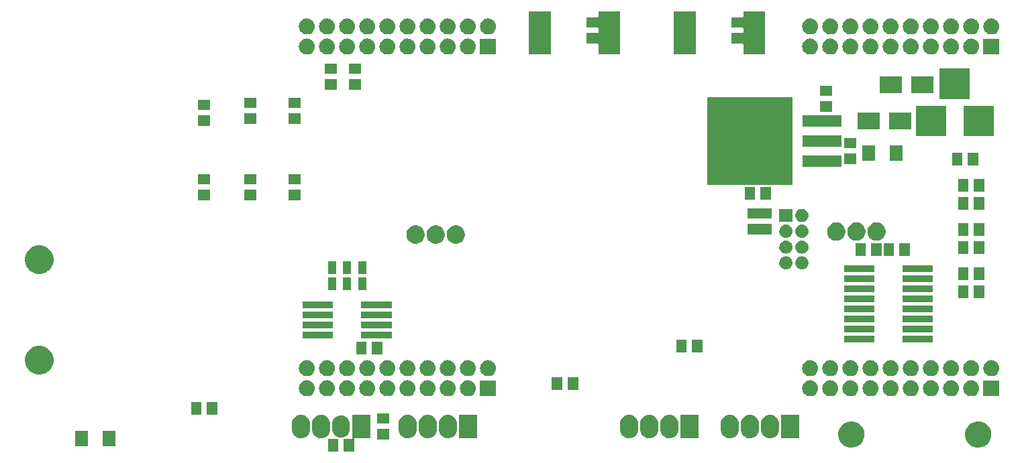
<source format=gbr>
G04 #@! TF.FileFunction,Soldermask,Bot*
%FSLAX46Y46*%
G04 Gerber Fmt 4.6, Leading zero omitted, Abs format (unit mm)*
G04 Created by KiCad (PCBNEW 4.0.7) date 10/29/17 22:26:03*
%MOMM*%
%LPD*%
G01*
G04 APERTURE LIST*
%ADD10C,0.100000*%
G04 APERTURE END LIST*
D10*
G36*
X131208000Y-124396000D02*
X129268000Y-124396000D01*
X129240141Y-124399959D01*
X129214487Y-124411523D01*
X129193071Y-124429776D01*
X129177588Y-124453272D01*
X129169264Y-124480152D01*
X129168000Y-124496000D01*
X129168000Y-126108600D01*
X127848000Y-126108600D01*
X127848000Y-124538600D01*
X128788000Y-124538600D01*
X128815859Y-124534641D01*
X128841513Y-124523077D01*
X128862929Y-124504824D01*
X128878412Y-124481328D01*
X128886736Y-124454448D01*
X128888000Y-124438600D01*
X128888000Y-121476000D01*
X131208000Y-121476000D01*
X131208000Y-124396000D01*
X131208000Y-124396000D01*
G37*
G36*
X127168000Y-126108600D02*
X125848000Y-126108600D01*
X125848000Y-124538600D01*
X127168000Y-124538600D01*
X127168000Y-126108600D01*
X127168000Y-126108600D01*
G37*
G36*
X208072357Y-122293102D02*
X208391256Y-122358562D01*
X208691356Y-122484712D01*
X208961249Y-122666757D01*
X209190636Y-122897751D01*
X209370787Y-123168902D01*
X209494845Y-123469888D01*
X209557939Y-123788536D01*
X209557939Y-123788561D01*
X209558071Y-123789229D01*
X209552879Y-124161060D01*
X209552728Y-124161723D01*
X209552728Y-124161747D01*
X209480759Y-124478513D01*
X209348348Y-124775916D01*
X209160697Y-125041928D01*
X208924947Y-125266429D01*
X208650076Y-125440867D01*
X208346572Y-125558589D01*
X208025969Y-125615121D01*
X207700497Y-125608302D01*
X207382549Y-125538398D01*
X207084232Y-125408067D01*
X206816914Y-125222275D01*
X206590772Y-124988098D01*
X206414422Y-124714456D01*
X206294579Y-124411770D01*
X206235813Y-124091578D01*
X206240359Y-123766068D01*
X206308044Y-123447632D01*
X206436287Y-123148419D01*
X206620211Y-122879806D01*
X206852799Y-122652038D01*
X207125208Y-122473779D01*
X207427042Y-122351830D01*
X207746821Y-122290829D01*
X208072357Y-122293102D01*
X208072357Y-122293102D01*
G37*
G36*
X192072357Y-122293102D02*
X192391256Y-122358562D01*
X192691356Y-122484712D01*
X192961249Y-122666757D01*
X193190636Y-122897751D01*
X193370787Y-123168902D01*
X193494845Y-123469888D01*
X193557939Y-123788536D01*
X193557939Y-123788561D01*
X193558071Y-123789229D01*
X193552879Y-124161060D01*
X193552728Y-124161723D01*
X193552728Y-124161747D01*
X193480759Y-124478513D01*
X193348348Y-124775916D01*
X193160697Y-125041928D01*
X192924947Y-125266429D01*
X192650076Y-125440867D01*
X192346572Y-125558589D01*
X192025969Y-125615121D01*
X191700497Y-125608302D01*
X191382549Y-125538398D01*
X191084232Y-125408067D01*
X190816914Y-125222275D01*
X190590772Y-124988098D01*
X190414422Y-124714456D01*
X190294579Y-124411770D01*
X190235813Y-124091578D01*
X190240359Y-123766068D01*
X190308044Y-123447632D01*
X190436287Y-123148419D01*
X190620211Y-122879806D01*
X190852799Y-122652038D01*
X191125208Y-122473779D01*
X191427042Y-122351830D01*
X191746821Y-122290829D01*
X192072357Y-122293102D01*
X192072357Y-122293102D01*
G37*
G36*
X95580000Y-125470000D02*
X93960000Y-125470000D01*
X93960000Y-123450000D01*
X95580000Y-123450000D01*
X95580000Y-125470000D01*
X95580000Y-125470000D01*
G37*
G36*
X99080000Y-125470000D02*
X97460000Y-125470000D01*
X97460000Y-123450000D01*
X99080000Y-123450000D01*
X99080000Y-125470000D01*
X99080000Y-125470000D01*
G37*
G36*
X133627000Y-124596000D02*
X132057000Y-124596000D01*
X132057000Y-123276000D01*
X133627000Y-123276000D01*
X133627000Y-124596000D01*
X133627000Y-124596000D01*
G37*
G36*
X136123152Y-121492614D02*
X136123175Y-121492621D01*
X136123250Y-121492629D01*
X136339518Y-121559575D01*
X136538664Y-121667252D01*
X136713102Y-121811560D01*
X136856189Y-121987002D01*
X136962473Y-122186894D01*
X137027908Y-122403624D01*
X137050000Y-122628936D01*
X137050000Y-123243135D01*
X137049916Y-123255203D01*
X137049915Y-123255210D01*
X137049887Y-123259260D01*
X137024651Y-123484242D01*
X136956197Y-123700037D01*
X136847132Y-123898426D01*
X136701609Y-124071852D01*
X136525173Y-124213711D01*
X136324544Y-124318597D01*
X136107362Y-124382517D01*
X136107301Y-124382523D01*
X136107272Y-124382531D01*
X135881907Y-124403040D01*
X135656848Y-124379386D01*
X135656825Y-124379379D01*
X135656750Y-124379371D01*
X135440482Y-124312425D01*
X135241336Y-124204748D01*
X135066898Y-124060440D01*
X134923811Y-123884998D01*
X134817527Y-123685106D01*
X134752092Y-123468376D01*
X134730000Y-123243064D01*
X134730000Y-122628936D01*
X134730079Y-122617548D01*
X134730084Y-122616797D01*
X134730085Y-122616790D01*
X134730113Y-122612740D01*
X134755349Y-122387758D01*
X134823803Y-122171963D01*
X134932868Y-121973574D01*
X135078391Y-121800148D01*
X135254827Y-121658289D01*
X135455456Y-121553403D01*
X135672638Y-121489483D01*
X135672699Y-121489477D01*
X135672728Y-121489469D01*
X135898093Y-121468960D01*
X136123152Y-121492614D01*
X136123152Y-121492614D01*
G37*
G36*
X169143152Y-121492614D02*
X169143175Y-121492621D01*
X169143250Y-121492629D01*
X169359518Y-121559575D01*
X169558664Y-121667252D01*
X169733102Y-121811560D01*
X169876189Y-121987002D01*
X169982473Y-122186894D01*
X170047908Y-122403624D01*
X170070000Y-122628936D01*
X170070000Y-123243135D01*
X170069916Y-123255203D01*
X170069915Y-123255210D01*
X170069887Y-123259260D01*
X170044651Y-123484242D01*
X169976197Y-123700037D01*
X169867132Y-123898426D01*
X169721609Y-124071852D01*
X169545173Y-124213711D01*
X169344544Y-124318597D01*
X169127362Y-124382517D01*
X169127301Y-124382523D01*
X169127272Y-124382531D01*
X168901907Y-124403040D01*
X168676848Y-124379386D01*
X168676825Y-124379379D01*
X168676750Y-124379371D01*
X168460482Y-124312425D01*
X168261336Y-124204748D01*
X168086898Y-124060440D01*
X167943811Y-123884998D01*
X167837527Y-123685106D01*
X167772092Y-123468376D01*
X167750000Y-123243064D01*
X167750000Y-122628936D01*
X167750079Y-122617548D01*
X167750084Y-122616797D01*
X167750085Y-122616790D01*
X167750113Y-122612740D01*
X167775349Y-122387758D01*
X167843803Y-122171963D01*
X167952868Y-121973574D01*
X168098391Y-121800148D01*
X168274827Y-121658289D01*
X168475456Y-121553403D01*
X168692638Y-121489483D01*
X168692699Y-121489477D01*
X168692728Y-121489469D01*
X168918093Y-121468960D01*
X169143152Y-121492614D01*
X169143152Y-121492614D01*
G37*
G36*
X176763152Y-121492614D02*
X176763175Y-121492621D01*
X176763250Y-121492629D01*
X176979518Y-121559575D01*
X177178664Y-121667252D01*
X177353102Y-121811560D01*
X177496189Y-121987002D01*
X177602473Y-122186894D01*
X177667908Y-122403624D01*
X177690000Y-122628936D01*
X177690000Y-123243135D01*
X177689916Y-123255203D01*
X177689915Y-123255210D01*
X177689887Y-123259260D01*
X177664651Y-123484242D01*
X177596197Y-123700037D01*
X177487132Y-123898426D01*
X177341609Y-124071852D01*
X177165173Y-124213711D01*
X176964544Y-124318597D01*
X176747362Y-124382517D01*
X176747301Y-124382523D01*
X176747272Y-124382531D01*
X176521907Y-124403040D01*
X176296848Y-124379386D01*
X176296825Y-124379379D01*
X176296750Y-124379371D01*
X176080482Y-124312425D01*
X175881336Y-124204748D01*
X175706898Y-124060440D01*
X175563811Y-123884998D01*
X175457527Y-123685106D01*
X175392092Y-123468376D01*
X175370000Y-123243064D01*
X175370000Y-122628936D01*
X175370079Y-122617548D01*
X175370084Y-122616797D01*
X175370085Y-122616790D01*
X175370113Y-122612740D01*
X175395349Y-122387758D01*
X175463803Y-122171963D01*
X175572868Y-121973574D01*
X175718391Y-121800148D01*
X175894827Y-121658289D01*
X176095456Y-121553403D01*
X176312638Y-121489483D01*
X176312699Y-121489477D01*
X176312728Y-121489469D01*
X176538093Y-121468960D01*
X176763152Y-121492614D01*
X176763152Y-121492614D01*
G37*
G36*
X179303152Y-121492614D02*
X179303175Y-121492621D01*
X179303250Y-121492629D01*
X179519518Y-121559575D01*
X179718664Y-121667252D01*
X179893102Y-121811560D01*
X180036189Y-121987002D01*
X180142473Y-122186894D01*
X180207908Y-122403624D01*
X180230000Y-122628936D01*
X180230000Y-123243135D01*
X180229916Y-123255203D01*
X180229915Y-123255210D01*
X180229887Y-123259260D01*
X180204651Y-123484242D01*
X180136197Y-123700037D01*
X180027132Y-123898426D01*
X179881609Y-124071852D01*
X179705173Y-124213711D01*
X179504544Y-124318597D01*
X179287362Y-124382517D01*
X179287301Y-124382523D01*
X179287272Y-124382531D01*
X179061907Y-124403040D01*
X178836848Y-124379386D01*
X178836825Y-124379379D01*
X178836750Y-124379371D01*
X178620482Y-124312425D01*
X178421336Y-124204748D01*
X178246898Y-124060440D01*
X178103811Y-123884998D01*
X177997527Y-123685106D01*
X177932092Y-123468376D01*
X177910000Y-123243064D01*
X177910000Y-122628936D01*
X177910079Y-122617548D01*
X177910084Y-122616797D01*
X177910085Y-122616790D01*
X177910113Y-122612740D01*
X177935349Y-122387758D01*
X178003803Y-122171963D01*
X178112868Y-121973574D01*
X178258391Y-121800148D01*
X178434827Y-121658289D01*
X178635456Y-121553403D01*
X178852638Y-121489483D01*
X178852699Y-121489477D01*
X178852728Y-121489469D01*
X179078093Y-121468960D01*
X179303152Y-121492614D01*
X179303152Y-121492614D01*
G37*
G36*
X181843152Y-121492614D02*
X181843175Y-121492621D01*
X181843250Y-121492629D01*
X182059518Y-121559575D01*
X182258664Y-121667252D01*
X182433102Y-121811560D01*
X182576189Y-121987002D01*
X182682473Y-122186894D01*
X182747908Y-122403624D01*
X182770000Y-122628936D01*
X182770000Y-123243135D01*
X182769916Y-123255203D01*
X182769915Y-123255210D01*
X182769887Y-123259260D01*
X182744651Y-123484242D01*
X182676197Y-123700037D01*
X182567132Y-123898426D01*
X182421609Y-124071852D01*
X182245173Y-124213711D01*
X182044544Y-124318597D01*
X181827362Y-124382517D01*
X181827301Y-124382523D01*
X181827272Y-124382531D01*
X181601907Y-124403040D01*
X181376848Y-124379386D01*
X181376825Y-124379379D01*
X181376750Y-124379371D01*
X181160482Y-124312425D01*
X180961336Y-124204748D01*
X180786898Y-124060440D01*
X180643811Y-123884998D01*
X180537527Y-123685106D01*
X180472092Y-123468376D01*
X180450000Y-123243064D01*
X180450000Y-122628936D01*
X180450079Y-122617548D01*
X180450084Y-122616797D01*
X180450085Y-122616790D01*
X180450113Y-122612740D01*
X180475349Y-122387758D01*
X180543803Y-122171963D01*
X180652868Y-121973574D01*
X180798391Y-121800148D01*
X180974827Y-121658289D01*
X181175456Y-121553403D01*
X181392638Y-121489483D01*
X181392699Y-121489477D01*
X181392728Y-121489469D01*
X181618093Y-121468960D01*
X181843152Y-121492614D01*
X181843152Y-121492614D01*
G37*
G36*
X166603152Y-121492614D02*
X166603175Y-121492621D01*
X166603250Y-121492629D01*
X166819518Y-121559575D01*
X167018664Y-121667252D01*
X167193102Y-121811560D01*
X167336189Y-121987002D01*
X167442473Y-122186894D01*
X167507908Y-122403624D01*
X167530000Y-122628936D01*
X167530000Y-123243135D01*
X167529916Y-123255203D01*
X167529915Y-123255210D01*
X167529887Y-123259260D01*
X167504651Y-123484242D01*
X167436197Y-123700037D01*
X167327132Y-123898426D01*
X167181609Y-124071852D01*
X167005173Y-124213711D01*
X166804544Y-124318597D01*
X166587362Y-124382517D01*
X166587301Y-124382523D01*
X166587272Y-124382531D01*
X166361907Y-124403040D01*
X166136848Y-124379386D01*
X166136825Y-124379379D01*
X166136750Y-124379371D01*
X165920482Y-124312425D01*
X165721336Y-124204748D01*
X165546898Y-124060440D01*
X165403811Y-123884998D01*
X165297527Y-123685106D01*
X165232092Y-123468376D01*
X165210000Y-123243064D01*
X165210000Y-122628936D01*
X165210079Y-122617548D01*
X165210084Y-122616797D01*
X165210085Y-122616790D01*
X165210113Y-122612740D01*
X165235349Y-122387758D01*
X165303803Y-122171963D01*
X165412868Y-121973574D01*
X165558391Y-121800148D01*
X165734827Y-121658289D01*
X165935456Y-121553403D01*
X166152638Y-121489483D01*
X166152699Y-121489477D01*
X166152728Y-121489469D01*
X166378093Y-121468960D01*
X166603152Y-121492614D01*
X166603152Y-121492614D01*
G37*
G36*
X164063152Y-121492614D02*
X164063175Y-121492621D01*
X164063250Y-121492629D01*
X164279518Y-121559575D01*
X164478664Y-121667252D01*
X164653102Y-121811560D01*
X164796189Y-121987002D01*
X164902473Y-122186894D01*
X164967908Y-122403624D01*
X164990000Y-122628936D01*
X164990000Y-123243135D01*
X164989916Y-123255203D01*
X164989915Y-123255210D01*
X164989887Y-123259260D01*
X164964651Y-123484242D01*
X164896197Y-123700037D01*
X164787132Y-123898426D01*
X164641609Y-124071852D01*
X164465173Y-124213711D01*
X164264544Y-124318597D01*
X164047362Y-124382517D01*
X164047301Y-124382523D01*
X164047272Y-124382531D01*
X163821907Y-124403040D01*
X163596848Y-124379386D01*
X163596825Y-124379379D01*
X163596750Y-124379371D01*
X163380482Y-124312425D01*
X163181336Y-124204748D01*
X163006898Y-124060440D01*
X162863811Y-123884998D01*
X162757527Y-123685106D01*
X162692092Y-123468376D01*
X162670000Y-123243064D01*
X162670000Y-122628936D01*
X162670079Y-122617548D01*
X162670084Y-122616797D01*
X162670085Y-122616790D01*
X162670113Y-122612740D01*
X162695349Y-122387758D01*
X162763803Y-122171963D01*
X162872868Y-121973574D01*
X163018391Y-121800148D01*
X163194827Y-121658289D01*
X163395456Y-121553403D01*
X163612638Y-121489483D01*
X163612699Y-121489477D01*
X163612728Y-121489469D01*
X163838093Y-121468960D01*
X164063152Y-121492614D01*
X164063152Y-121492614D01*
G37*
G36*
X125201152Y-121492614D02*
X125201175Y-121492621D01*
X125201250Y-121492629D01*
X125417518Y-121559575D01*
X125616664Y-121667252D01*
X125791102Y-121811560D01*
X125934189Y-121987002D01*
X126040473Y-122186894D01*
X126105908Y-122403624D01*
X126128000Y-122628936D01*
X126128000Y-123243135D01*
X126127916Y-123255203D01*
X126127915Y-123255210D01*
X126127887Y-123259260D01*
X126102651Y-123484242D01*
X126034197Y-123700037D01*
X125925132Y-123898426D01*
X125779609Y-124071852D01*
X125603173Y-124213711D01*
X125402544Y-124318597D01*
X125185362Y-124382517D01*
X125185301Y-124382523D01*
X125185272Y-124382531D01*
X124959907Y-124403040D01*
X124734848Y-124379386D01*
X124734825Y-124379379D01*
X124734750Y-124379371D01*
X124518482Y-124312425D01*
X124319336Y-124204748D01*
X124144898Y-124060440D01*
X124001811Y-123884998D01*
X123895527Y-123685106D01*
X123830092Y-123468376D01*
X123808000Y-123243064D01*
X123808000Y-122628936D01*
X123808079Y-122617548D01*
X123808084Y-122616797D01*
X123808085Y-122616790D01*
X123808113Y-122612740D01*
X123833349Y-122387758D01*
X123901803Y-122171963D01*
X124010868Y-121973574D01*
X124156391Y-121800148D01*
X124332827Y-121658289D01*
X124533456Y-121553403D01*
X124750638Y-121489483D01*
X124750699Y-121489477D01*
X124750728Y-121489469D01*
X124976093Y-121468960D01*
X125201152Y-121492614D01*
X125201152Y-121492614D01*
G37*
G36*
X122661152Y-121492614D02*
X122661175Y-121492621D01*
X122661250Y-121492629D01*
X122877518Y-121559575D01*
X123076664Y-121667252D01*
X123251102Y-121811560D01*
X123394189Y-121987002D01*
X123500473Y-122186894D01*
X123565908Y-122403624D01*
X123588000Y-122628936D01*
X123588000Y-123243135D01*
X123587916Y-123255203D01*
X123587915Y-123255210D01*
X123587887Y-123259260D01*
X123562651Y-123484242D01*
X123494197Y-123700037D01*
X123385132Y-123898426D01*
X123239609Y-124071852D01*
X123063173Y-124213711D01*
X122862544Y-124318597D01*
X122645362Y-124382517D01*
X122645301Y-124382523D01*
X122645272Y-124382531D01*
X122419907Y-124403040D01*
X122194848Y-124379386D01*
X122194825Y-124379379D01*
X122194750Y-124379371D01*
X121978482Y-124312425D01*
X121779336Y-124204748D01*
X121604898Y-124060440D01*
X121461811Y-123884998D01*
X121355527Y-123685106D01*
X121290092Y-123468376D01*
X121268000Y-123243064D01*
X121268000Y-122628936D01*
X121268079Y-122617548D01*
X121268084Y-122616797D01*
X121268085Y-122616790D01*
X121268113Y-122612740D01*
X121293349Y-122387758D01*
X121361803Y-122171963D01*
X121470868Y-121973574D01*
X121616391Y-121800148D01*
X121792827Y-121658289D01*
X121993456Y-121553403D01*
X122210638Y-121489483D01*
X122210699Y-121489477D01*
X122210728Y-121489469D01*
X122436093Y-121468960D01*
X122661152Y-121492614D01*
X122661152Y-121492614D01*
G37*
G36*
X138663152Y-121492614D02*
X138663175Y-121492621D01*
X138663250Y-121492629D01*
X138879518Y-121559575D01*
X139078664Y-121667252D01*
X139253102Y-121811560D01*
X139396189Y-121987002D01*
X139502473Y-122186894D01*
X139567908Y-122403624D01*
X139590000Y-122628936D01*
X139590000Y-123243135D01*
X139589916Y-123255203D01*
X139589915Y-123255210D01*
X139589887Y-123259260D01*
X139564651Y-123484242D01*
X139496197Y-123700037D01*
X139387132Y-123898426D01*
X139241609Y-124071852D01*
X139065173Y-124213711D01*
X138864544Y-124318597D01*
X138647362Y-124382517D01*
X138647301Y-124382523D01*
X138647272Y-124382531D01*
X138421907Y-124403040D01*
X138196848Y-124379386D01*
X138196825Y-124379379D01*
X138196750Y-124379371D01*
X137980482Y-124312425D01*
X137781336Y-124204748D01*
X137606898Y-124060440D01*
X137463811Y-123884998D01*
X137357527Y-123685106D01*
X137292092Y-123468376D01*
X137270000Y-123243064D01*
X137270000Y-122628936D01*
X137270079Y-122617548D01*
X137270084Y-122616797D01*
X137270085Y-122616790D01*
X137270113Y-122612740D01*
X137295349Y-122387758D01*
X137363803Y-122171963D01*
X137472868Y-121973574D01*
X137618391Y-121800148D01*
X137794827Y-121658289D01*
X137995456Y-121553403D01*
X138212638Y-121489483D01*
X138212699Y-121489477D01*
X138212728Y-121489469D01*
X138438093Y-121468960D01*
X138663152Y-121492614D01*
X138663152Y-121492614D01*
G37*
G36*
X141203152Y-121492614D02*
X141203175Y-121492621D01*
X141203250Y-121492629D01*
X141419518Y-121559575D01*
X141618664Y-121667252D01*
X141793102Y-121811560D01*
X141936189Y-121987002D01*
X142042473Y-122186894D01*
X142107908Y-122403624D01*
X142130000Y-122628936D01*
X142130000Y-123243135D01*
X142129916Y-123255203D01*
X142129915Y-123255210D01*
X142129887Y-123259260D01*
X142104651Y-123484242D01*
X142036197Y-123700037D01*
X141927132Y-123898426D01*
X141781609Y-124071852D01*
X141605173Y-124213711D01*
X141404544Y-124318597D01*
X141187362Y-124382517D01*
X141187301Y-124382523D01*
X141187272Y-124382531D01*
X140961907Y-124403040D01*
X140736848Y-124379386D01*
X140736825Y-124379379D01*
X140736750Y-124379371D01*
X140520482Y-124312425D01*
X140321336Y-124204748D01*
X140146898Y-124060440D01*
X140003811Y-123884998D01*
X139897527Y-123685106D01*
X139832092Y-123468376D01*
X139810000Y-123243064D01*
X139810000Y-122628936D01*
X139810079Y-122617548D01*
X139810084Y-122616797D01*
X139810085Y-122616790D01*
X139810113Y-122612740D01*
X139835349Y-122387758D01*
X139903803Y-122171963D01*
X140012868Y-121973574D01*
X140158391Y-121800148D01*
X140334827Y-121658289D01*
X140535456Y-121553403D01*
X140752638Y-121489483D01*
X140752699Y-121489477D01*
X140752728Y-121489469D01*
X140978093Y-121468960D01*
X141203152Y-121492614D01*
X141203152Y-121492614D01*
G37*
G36*
X144670000Y-124396000D02*
X142350000Y-124396000D01*
X142350000Y-121476000D01*
X144670000Y-121476000D01*
X144670000Y-124396000D01*
X144670000Y-124396000D01*
G37*
G36*
X185310000Y-124396000D02*
X182990000Y-124396000D01*
X182990000Y-121476000D01*
X185310000Y-121476000D01*
X185310000Y-124396000D01*
X185310000Y-124396000D01*
G37*
G36*
X172610000Y-124396000D02*
X170290000Y-124396000D01*
X170290000Y-121476000D01*
X172610000Y-121476000D01*
X172610000Y-124396000D01*
X172610000Y-124396000D01*
G37*
G36*
X127733109Y-121531990D02*
X127733132Y-121531997D01*
X127733207Y-121532005D01*
X127942017Y-121596642D01*
X128134296Y-121700607D01*
X128302719Y-121839939D01*
X128440872Y-122009330D01*
X128543492Y-122202330D01*
X128606670Y-122411587D01*
X128628000Y-122629129D01*
X128628000Y-123242942D01*
X128627920Y-123254452D01*
X128627919Y-123254459D01*
X128627891Y-123258509D01*
X128603525Y-123475732D01*
X128537432Y-123684086D01*
X128432127Y-123875634D01*
X128291623Y-124043080D01*
X128121271Y-124180047D01*
X127927559Y-124281317D01*
X127717867Y-124343033D01*
X127717801Y-124343039D01*
X127717777Y-124343046D01*
X127500185Y-124362848D01*
X127282893Y-124340011D01*
X127282866Y-124340003D01*
X127282793Y-124339995D01*
X127073983Y-124275358D01*
X126881704Y-124171393D01*
X126713281Y-124032061D01*
X126575128Y-123862670D01*
X126472508Y-123669670D01*
X126409330Y-123460413D01*
X126388000Y-123242871D01*
X126388000Y-122629129D01*
X126388001Y-122628936D01*
X126388080Y-122617548D01*
X126388081Y-122617541D01*
X126388109Y-122613491D01*
X126412475Y-122396268D01*
X126478568Y-122187914D01*
X126583873Y-121996366D01*
X126724377Y-121828920D01*
X126894729Y-121691953D01*
X127088441Y-121590683D01*
X127298133Y-121528967D01*
X127298199Y-121528961D01*
X127298223Y-121528954D01*
X127515814Y-121509152D01*
X127733109Y-121531990D01*
X127733109Y-121531990D01*
G37*
G36*
X133627000Y-122596000D02*
X132057000Y-122596000D01*
X132057000Y-121276000D01*
X133627000Y-121276000D01*
X133627000Y-122596000D01*
X133627000Y-122596000D01*
G37*
G36*
X111896000Y-121435000D02*
X110576000Y-121435000D01*
X110576000Y-119865000D01*
X111896000Y-119865000D01*
X111896000Y-121435000D01*
X111896000Y-121435000D01*
G37*
G36*
X109896000Y-121435000D02*
X108576000Y-121435000D01*
X108576000Y-119865000D01*
X109896000Y-119865000D01*
X109896000Y-121435000D01*
X109896000Y-121435000D01*
G37*
G36*
X202132990Y-117115727D02*
X202133012Y-117115734D01*
X202133089Y-117115742D01*
X202321391Y-117174031D01*
X202494785Y-117267785D01*
X202646666Y-117393432D01*
X202771250Y-117546188D01*
X202863791Y-117720232D01*
X202920765Y-117908936D01*
X202940000Y-118105113D01*
X202940000Y-118114961D01*
X202939931Y-118124933D01*
X202939930Y-118124941D01*
X202939902Y-118128989D01*
X202917929Y-118324878D01*
X202858327Y-118512768D01*
X202763365Y-118685504D01*
X202636660Y-118836504D01*
X202483039Y-118960019D01*
X202308353Y-119051343D01*
X202119255Y-119106997D01*
X202119194Y-119107003D01*
X202119165Y-119107011D01*
X201922954Y-119124867D01*
X201727010Y-119104273D01*
X201726988Y-119104266D01*
X201726911Y-119104258D01*
X201538609Y-119045969D01*
X201365215Y-118952215D01*
X201213334Y-118826568D01*
X201088750Y-118673812D01*
X200996209Y-118499768D01*
X200939235Y-118311064D01*
X200920000Y-118114887D01*
X200920000Y-118105039D01*
X200920069Y-118095067D01*
X200920070Y-118095059D01*
X200920098Y-118091011D01*
X200942071Y-117895122D01*
X201001673Y-117707232D01*
X201096635Y-117534496D01*
X201223340Y-117383496D01*
X201376961Y-117259981D01*
X201551647Y-117168657D01*
X201740745Y-117113003D01*
X201740806Y-117112997D01*
X201740835Y-117112989D01*
X201937046Y-117095133D01*
X202132990Y-117115727D01*
X202132990Y-117115727D01*
G37*
G36*
X191972990Y-117115727D02*
X191973012Y-117115734D01*
X191973089Y-117115742D01*
X192161391Y-117174031D01*
X192334785Y-117267785D01*
X192486666Y-117393432D01*
X192611250Y-117546188D01*
X192703791Y-117720232D01*
X192760765Y-117908936D01*
X192780000Y-118105113D01*
X192780000Y-118114961D01*
X192779931Y-118124933D01*
X192779930Y-118124941D01*
X192779902Y-118128989D01*
X192757929Y-118324878D01*
X192698327Y-118512768D01*
X192603365Y-118685504D01*
X192476660Y-118836504D01*
X192323039Y-118960019D01*
X192148353Y-119051343D01*
X191959255Y-119106997D01*
X191959194Y-119107003D01*
X191959165Y-119107011D01*
X191762954Y-119124867D01*
X191567010Y-119104273D01*
X191566988Y-119104266D01*
X191566911Y-119104258D01*
X191378609Y-119045969D01*
X191205215Y-118952215D01*
X191053334Y-118826568D01*
X190928750Y-118673812D01*
X190836209Y-118499768D01*
X190779235Y-118311064D01*
X190760000Y-118114887D01*
X190760000Y-118105039D01*
X190760069Y-118095067D01*
X190760070Y-118095059D01*
X190760098Y-118091011D01*
X190782071Y-117895122D01*
X190841673Y-117707232D01*
X190936635Y-117534496D01*
X191063340Y-117383496D01*
X191216961Y-117259981D01*
X191391647Y-117168657D01*
X191580745Y-117113003D01*
X191580806Y-117112997D01*
X191580835Y-117112989D01*
X191777046Y-117095133D01*
X191972990Y-117115727D01*
X191972990Y-117115727D01*
G37*
G36*
X189432990Y-117115727D02*
X189433012Y-117115734D01*
X189433089Y-117115742D01*
X189621391Y-117174031D01*
X189794785Y-117267785D01*
X189946666Y-117393432D01*
X190071250Y-117546188D01*
X190163791Y-117720232D01*
X190220765Y-117908936D01*
X190240000Y-118105113D01*
X190240000Y-118114961D01*
X190239931Y-118124933D01*
X190239930Y-118124941D01*
X190239902Y-118128989D01*
X190217929Y-118324878D01*
X190158327Y-118512768D01*
X190063365Y-118685504D01*
X189936660Y-118836504D01*
X189783039Y-118960019D01*
X189608353Y-119051343D01*
X189419255Y-119106997D01*
X189419194Y-119107003D01*
X189419165Y-119107011D01*
X189222954Y-119124867D01*
X189027010Y-119104273D01*
X189026988Y-119104266D01*
X189026911Y-119104258D01*
X188838609Y-119045969D01*
X188665215Y-118952215D01*
X188513334Y-118826568D01*
X188388750Y-118673812D01*
X188296209Y-118499768D01*
X188239235Y-118311064D01*
X188220000Y-118114887D01*
X188220000Y-118105039D01*
X188220069Y-118095067D01*
X188220070Y-118095059D01*
X188220098Y-118091011D01*
X188242071Y-117895122D01*
X188301673Y-117707232D01*
X188396635Y-117534496D01*
X188523340Y-117383496D01*
X188676961Y-117259981D01*
X188851647Y-117168657D01*
X189040745Y-117113003D01*
X189040806Y-117112997D01*
X189040835Y-117112989D01*
X189237046Y-117095133D01*
X189432990Y-117115727D01*
X189432990Y-117115727D01*
G37*
G36*
X123392990Y-117115727D02*
X123393012Y-117115734D01*
X123393089Y-117115742D01*
X123581391Y-117174031D01*
X123754785Y-117267785D01*
X123906666Y-117393432D01*
X124031250Y-117546188D01*
X124123791Y-117720232D01*
X124180765Y-117908936D01*
X124200000Y-118105113D01*
X124200000Y-118114961D01*
X124199931Y-118124933D01*
X124199930Y-118124941D01*
X124199902Y-118128989D01*
X124177929Y-118324878D01*
X124118327Y-118512768D01*
X124023365Y-118685504D01*
X123896660Y-118836504D01*
X123743039Y-118960019D01*
X123568353Y-119051343D01*
X123379255Y-119106997D01*
X123379194Y-119107003D01*
X123379165Y-119107011D01*
X123182954Y-119124867D01*
X122987010Y-119104273D01*
X122986988Y-119104266D01*
X122986911Y-119104258D01*
X122798609Y-119045969D01*
X122625215Y-118952215D01*
X122473334Y-118826568D01*
X122348750Y-118673812D01*
X122256209Y-118499768D01*
X122199235Y-118311064D01*
X122180000Y-118114887D01*
X122180000Y-118105039D01*
X122180069Y-118095067D01*
X122180070Y-118095059D01*
X122180098Y-118091011D01*
X122202071Y-117895122D01*
X122261673Y-117707232D01*
X122356635Y-117534496D01*
X122483340Y-117383496D01*
X122636961Y-117259981D01*
X122811647Y-117168657D01*
X123000745Y-117113003D01*
X123000806Y-117112997D01*
X123000835Y-117112989D01*
X123197046Y-117095133D01*
X123392990Y-117115727D01*
X123392990Y-117115727D01*
G37*
G36*
X143712990Y-117115727D02*
X143713012Y-117115734D01*
X143713089Y-117115742D01*
X143901391Y-117174031D01*
X144074785Y-117267785D01*
X144226666Y-117393432D01*
X144351250Y-117546188D01*
X144443791Y-117720232D01*
X144500765Y-117908936D01*
X144520000Y-118105113D01*
X144520000Y-118114961D01*
X144519931Y-118124933D01*
X144519930Y-118124941D01*
X144519902Y-118128989D01*
X144497929Y-118324878D01*
X144438327Y-118512768D01*
X144343365Y-118685504D01*
X144216660Y-118836504D01*
X144063039Y-118960019D01*
X143888353Y-119051343D01*
X143699255Y-119106997D01*
X143699194Y-119107003D01*
X143699165Y-119107011D01*
X143502954Y-119124867D01*
X143307010Y-119104273D01*
X143306988Y-119104266D01*
X143306911Y-119104258D01*
X143118609Y-119045969D01*
X142945215Y-118952215D01*
X142793334Y-118826568D01*
X142668750Y-118673812D01*
X142576209Y-118499768D01*
X142519235Y-118311064D01*
X142500000Y-118114887D01*
X142500000Y-118105039D01*
X142500069Y-118095067D01*
X142500070Y-118095059D01*
X142500098Y-118091011D01*
X142522071Y-117895122D01*
X142581673Y-117707232D01*
X142676635Y-117534496D01*
X142803340Y-117383496D01*
X142956961Y-117259981D01*
X143131647Y-117168657D01*
X143320745Y-117113003D01*
X143320806Y-117112997D01*
X143320835Y-117112989D01*
X143517046Y-117095133D01*
X143712990Y-117115727D01*
X143712990Y-117115727D01*
G37*
G36*
X141172990Y-117115727D02*
X141173012Y-117115734D01*
X141173089Y-117115742D01*
X141361391Y-117174031D01*
X141534785Y-117267785D01*
X141686666Y-117393432D01*
X141811250Y-117546188D01*
X141903791Y-117720232D01*
X141960765Y-117908936D01*
X141980000Y-118105113D01*
X141980000Y-118114961D01*
X141979931Y-118124933D01*
X141979930Y-118124941D01*
X141979902Y-118128989D01*
X141957929Y-118324878D01*
X141898327Y-118512768D01*
X141803365Y-118685504D01*
X141676660Y-118836504D01*
X141523039Y-118960019D01*
X141348353Y-119051343D01*
X141159255Y-119106997D01*
X141159194Y-119107003D01*
X141159165Y-119107011D01*
X140962954Y-119124867D01*
X140767010Y-119104273D01*
X140766988Y-119104266D01*
X140766911Y-119104258D01*
X140578609Y-119045969D01*
X140405215Y-118952215D01*
X140253334Y-118826568D01*
X140128750Y-118673812D01*
X140036209Y-118499768D01*
X139979235Y-118311064D01*
X139960000Y-118114887D01*
X139960000Y-118105039D01*
X139960069Y-118095067D01*
X139960070Y-118095059D01*
X139960098Y-118091011D01*
X139982071Y-117895122D01*
X140041673Y-117707232D01*
X140136635Y-117534496D01*
X140263340Y-117383496D01*
X140416961Y-117259981D01*
X140591647Y-117168657D01*
X140780745Y-117113003D01*
X140780806Y-117112997D01*
X140780835Y-117112989D01*
X140977046Y-117095133D01*
X141172990Y-117115727D01*
X141172990Y-117115727D01*
G37*
G36*
X138632990Y-117115727D02*
X138633012Y-117115734D01*
X138633089Y-117115742D01*
X138821391Y-117174031D01*
X138994785Y-117267785D01*
X139146666Y-117393432D01*
X139271250Y-117546188D01*
X139363791Y-117720232D01*
X139420765Y-117908936D01*
X139440000Y-118105113D01*
X139440000Y-118114961D01*
X139439931Y-118124933D01*
X139439930Y-118124941D01*
X139439902Y-118128989D01*
X139417929Y-118324878D01*
X139358327Y-118512768D01*
X139263365Y-118685504D01*
X139136660Y-118836504D01*
X138983039Y-118960019D01*
X138808353Y-119051343D01*
X138619255Y-119106997D01*
X138619194Y-119107003D01*
X138619165Y-119107011D01*
X138422954Y-119124867D01*
X138227010Y-119104273D01*
X138226988Y-119104266D01*
X138226911Y-119104258D01*
X138038609Y-119045969D01*
X137865215Y-118952215D01*
X137713334Y-118826568D01*
X137588750Y-118673812D01*
X137496209Y-118499768D01*
X137439235Y-118311064D01*
X137420000Y-118114887D01*
X137420000Y-118105039D01*
X137420069Y-118095067D01*
X137420070Y-118095059D01*
X137420098Y-118091011D01*
X137442071Y-117895122D01*
X137501673Y-117707232D01*
X137596635Y-117534496D01*
X137723340Y-117383496D01*
X137876961Y-117259981D01*
X138051647Y-117168657D01*
X138240745Y-117113003D01*
X138240806Y-117112997D01*
X138240835Y-117112989D01*
X138437046Y-117095133D01*
X138632990Y-117115727D01*
X138632990Y-117115727D01*
G37*
G36*
X136092990Y-117115727D02*
X136093012Y-117115734D01*
X136093089Y-117115742D01*
X136281391Y-117174031D01*
X136454785Y-117267785D01*
X136606666Y-117393432D01*
X136731250Y-117546188D01*
X136823791Y-117720232D01*
X136880765Y-117908936D01*
X136900000Y-118105113D01*
X136900000Y-118114961D01*
X136899931Y-118124933D01*
X136899930Y-118124941D01*
X136899902Y-118128989D01*
X136877929Y-118324878D01*
X136818327Y-118512768D01*
X136723365Y-118685504D01*
X136596660Y-118836504D01*
X136443039Y-118960019D01*
X136268353Y-119051343D01*
X136079255Y-119106997D01*
X136079194Y-119107003D01*
X136079165Y-119107011D01*
X135882954Y-119124867D01*
X135687010Y-119104273D01*
X135686988Y-119104266D01*
X135686911Y-119104258D01*
X135498609Y-119045969D01*
X135325215Y-118952215D01*
X135173334Y-118826568D01*
X135048750Y-118673812D01*
X134956209Y-118499768D01*
X134899235Y-118311064D01*
X134880000Y-118114887D01*
X134880000Y-118105039D01*
X134880069Y-118095067D01*
X134880070Y-118095059D01*
X134880098Y-118091011D01*
X134902071Y-117895122D01*
X134961673Y-117707232D01*
X135056635Y-117534496D01*
X135183340Y-117383496D01*
X135336961Y-117259981D01*
X135511647Y-117168657D01*
X135700745Y-117113003D01*
X135700806Y-117112997D01*
X135700835Y-117112989D01*
X135897046Y-117095133D01*
X136092990Y-117115727D01*
X136092990Y-117115727D01*
G37*
G36*
X133552990Y-117115727D02*
X133553012Y-117115734D01*
X133553089Y-117115742D01*
X133741391Y-117174031D01*
X133914785Y-117267785D01*
X134066666Y-117393432D01*
X134191250Y-117546188D01*
X134283791Y-117720232D01*
X134340765Y-117908936D01*
X134360000Y-118105113D01*
X134360000Y-118114961D01*
X134359931Y-118124933D01*
X134359930Y-118124941D01*
X134359902Y-118128989D01*
X134337929Y-118324878D01*
X134278327Y-118512768D01*
X134183365Y-118685504D01*
X134056660Y-118836504D01*
X133903039Y-118960019D01*
X133728353Y-119051343D01*
X133539255Y-119106997D01*
X133539194Y-119107003D01*
X133539165Y-119107011D01*
X133342954Y-119124867D01*
X133147010Y-119104273D01*
X133146988Y-119104266D01*
X133146911Y-119104258D01*
X132958609Y-119045969D01*
X132785215Y-118952215D01*
X132633334Y-118826568D01*
X132508750Y-118673812D01*
X132416209Y-118499768D01*
X132359235Y-118311064D01*
X132340000Y-118114887D01*
X132340000Y-118105039D01*
X132340069Y-118095067D01*
X132340070Y-118095059D01*
X132340098Y-118091011D01*
X132362071Y-117895122D01*
X132421673Y-117707232D01*
X132516635Y-117534496D01*
X132643340Y-117383496D01*
X132796961Y-117259981D01*
X132971647Y-117168657D01*
X133160745Y-117113003D01*
X133160806Y-117112997D01*
X133160835Y-117112989D01*
X133357046Y-117095133D01*
X133552990Y-117115727D01*
X133552990Y-117115727D01*
G37*
G36*
X125932990Y-117115727D02*
X125933012Y-117115734D01*
X125933089Y-117115742D01*
X126121391Y-117174031D01*
X126294785Y-117267785D01*
X126446666Y-117393432D01*
X126571250Y-117546188D01*
X126663791Y-117720232D01*
X126720765Y-117908936D01*
X126740000Y-118105113D01*
X126740000Y-118114961D01*
X126739931Y-118124933D01*
X126739930Y-118124941D01*
X126739902Y-118128989D01*
X126717929Y-118324878D01*
X126658327Y-118512768D01*
X126563365Y-118685504D01*
X126436660Y-118836504D01*
X126283039Y-118960019D01*
X126108353Y-119051343D01*
X125919255Y-119106997D01*
X125919194Y-119107003D01*
X125919165Y-119107011D01*
X125722954Y-119124867D01*
X125527010Y-119104273D01*
X125526988Y-119104266D01*
X125526911Y-119104258D01*
X125338609Y-119045969D01*
X125165215Y-118952215D01*
X125013334Y-118826568D01*
X124888750Y-118673812D01*
X124796209Y-118499768D01*
X124739235Y-118311064D01*
X124720000Y-118114887D01*
X124720000Y-118105039D01*
X124720069Y-118095067D01*
X124720070Y-118095059D01*
X124720098Y-118091011D01*
X124742071Y-117895122D01*
X124801673Y-117707232D01*
X124896635Y-117534496D01*
X125023340Y-117383496D01*
X125176961Y-117259981D01*
X125351647Y-117168657D01*
X125540745Y-117113003D01*
X125540806Y-117112997D01*
X125540835Y-117112989D01*
X125737046Y-117095133D01*
X125932990Y-117115727D01*
X125932990Y-117115727D01*
G37*
G36*
X197052990Y-117115727D02*
X197053012Y-117115734D01*
X197053089Y-117115742D01*
X197241391Y-117174031D01*
X197414785Y-117267785D01*
X197566666Y-117393432D01*
X197691250Y-117546188D01*
X197783791Y-117720232D01*
X197840765Y-117908936D01*
X197860000Y-118105113D01*
X197860000Y-118114961D01*
X197859931Y-118124933D01*
X197859930Y-118124941D01*
X197859902Y-118128989D01*
X197837929Y-118324878D01*
X197778327Y-118512768D01*
X197683365Y-118685504D01*
X197556660Y-118836504D01*
X197403039Y-118960019D01*
X197228353Y-119051343D01*
X197039255Y-119106997D01*
X197039194Y-119107003D01*
X197039165Y-119107011D01*
X196842954Y-119124867D01*
X196647010Y-119104273D01*
X196646988Y-119104266D01*
X196646911Y-119104258D01*
X196458609Y-119045969D01*
X196285215Y-118952215D01*
X196133334Y-118826568D01*
X196008750Y-118673812D01*
X195916209Y-118499768D01*
X195859235Y-118311064D01*
X195840000Y-118114887D01*
X195840000Y-118105039D01*
X195840069Y-118095067D01*
X195840070Y-118095059D01*
X195840098Y-118091011D01*
X195862071Y-117895122D01*
X195921673Y-117707232D01*
X196016635Y-117534496D01*
X196143340Y-117383496D01*
X196296961Y-117259981D01*
X196471647Y-117168657D01*
X196660745Y-117113003D01*
X196660806Y-117112997D01*
X196660835Y-117112989D01*
X196857046Y-117095133D01*
X197052990Y-117115727D01*
X197052990Y-117115727D01*
G37*
G36*
X194512990Y-117115727D02*
X194513012Y-117115734D01*
X194513089Y-117115742D01*
X194701391Y-117174031D01*
X194874785Y-117267785D01*
X195026666Y-117393432D01*
X195151250Y-117546188D01*
X195243791Y-117720232D01*
X195300765Y-117908936D01*
X195320000Y-118105113D01*
X195320000Y-118114961D01*
X195319931Y-118124933D01*
X195319930Y-118124941D01*
X195319902Y-118128989D01*
X195297929Y-118324878D01*
X195238327Y-118512768D01*
X195143365Y-118685504D01*
X195016660Y-118836504D01*
X194863039Y-118960019D01*
X194688353Y-119051343D01*
X194499255Y-119106997D01*
X194499194Y-119107003D01*
X194499165Y-119107011D01*
X194302954Y-119124867D01*
X194107010Y-119104273D01*
X194106988Y-119104266D01*
X194106911Y-119104258D01*
X193918609Y-119045969D01*
X193745215Y-118952215D01*
X193593334Y-118826568D01*
X193468750Y-118673812D01*
X193376209Y-118499768D01*
X193319235Y-118311064D01*
X193300000Y-118114887D01*
X193300000Y-118105039D01*
X193300069Y-118095067D01*
X193300070Y-118095059D01*
X193300098Y-118091011D01*
X193322071Y-117895122D01*
X193381673Y-117707232D01*
X193476635Y-117534496D01*
X193603340Y-117383496D01*
X193756961Y-117259981D01*
X193931647Y-117168657D01*
X194120745Y-117113003D01*
X194120806Y-117112997D01*
X194120835Y-117112989D01*
X194317046Y-117095133D01*
X194512990Y-117115727D01*
X194512990Y-117115727D01*
G37*
G36*
X199592990Y-117115727D02*
X199593012Y-117115734D01*
X199593089Y-117115742D01*
X199781391Y-117174031D01*
X199954785Y-117267785D01*
X200106666Y-117393432D01*
X200231250Y-117546188D01*
X200323791Y-117720232D01*
X200380765Y-117908936D01*
X200400000Y-118105113D01*
X200400000Y-118114961D01*
X200399931Y-118124933D01*
X200399930Y-118124941D01*
X200399902Y-118128989D01*
X200377929Y-118324878D01*
X200318327Y-118512768D01*
X200223365Y-118685504D01*
X200096660Y-118836504D01*
X199943039Y-118960019D01*
X199768353Y-119051343D01*
X199579255Y-119106997D01*
X199579194Y-119107003D01*
X199579165Y-119107011D01*
X199382954Y-119124867D01*
X199187010Y-119104273D01*
X199186988Y-119104266D01*
X199186911Y-119104258D01*
X198998609Y-119045969D01*
X198825215Y-118952215D01*
X198673334Y-118826568D01*
X198548750Y-118673812D01*
X198456209Y-118499768D01*
X198399235Y-118311064D01*
X198380000Y-118114887D01*
X198380000Y-118105039D01*
X198380069Y-118095067D01*
X198380070Y-118095059D01*
X198380098Y-118091011D01*
X198402071Y-117895122D01*
X198461673Y-117707232D01*
X198556635Y-117534496D01*
X198683340Y-117383496D01*
X198836961Y-117259981D01*
X199011647Y-117168657D01*
X199200745Y-117113003D01*
X199200806Y-117112997D01*
X199200835Y-117112989D01*
X199397046Y-117095133D01*
X199592990Y-117115727D01*
X199592990Y-117115727D01*
G37*
G36*
X128472990Y-117115727D02*
X128473012Y-117115734D01*
X128473089Y-117115742D01*
X128661391Y-117174031D01*
X128834785Y-117267785D01*
X128986666Y-117393432D01*
X129111250Y-117546188D01*
X129203791Y-117720232D01*
X129260765Y-117908936D01*
X129280000Y-118105113D01*
X129280000Y-118114961D01*
X129279931Y-118124933D01*
X129279930Y-118124941D01*
X129279902Y-118128989D01*
X129257929Y-118324878D01*
X129198327Y-118512768D01*
X129103365Y-118685504D01*
X128976660Y-118836504D01*
X128823039Y-118960019D01*
X128648353Y-119051343D01*
X128459255Y-119106997D01*
X128459194Y-119107003D01*
X128459165Y-119107011D01*
X128262954Y-119124867D01*
X128067010Y-119104273D01*
X128066988Y-119104266D01*
X128066911Y-119104258D01*
X127878609Y-119045969D01*
X127705215Y-118952215D01*
X127553334Y-118826568D01*
X127428750Y-118673812D01*
X127336209Y-118499768D01*
X127279235Y-118311064D01*
X127260000Y-118114887D01*
X127260000Y-118105039D01*
X127260069Y-118095067D01*
X127260070Y-118095059D01*
X127260098Y-118091011D01*
X127282071Y-117895122D01*
X127341673Y-117707232D01*
X127436635Y-117534496D01*
X127563340Y-117383496D01*
X127716961Y-117259981D01*
X127891647Y-117168657D01*
X128080745Y-117113003D01*
X128080806Y-117112997D01*
X128080835Y-117112989D01*
X128277046Y-117095133D01*
X128472990Y-117115727D01*
X128472990Y-117115727D01*
G37*
G36*
X204672990Y-117115727D02*
X204673012Y-117115734D01*
X204673089Y-117115742D01*
X204861391Y-117174031D01*
X205034785Y-117267785D01*
X205186666Y-117393432D01*
X205311250Y-117546188D01*
X205403791Y-117720232D01*
X205460765Y-117908936D01*
X205480000Y-118105113D01*
X205480000Y-118114961D01*
X205479931Y-118124933D01*
X205479930Y-118124941D01*
X205479902Y-118128989D01*
X205457929Y-118324878D01*
X205398327Y-118512768D01*
X205303365Y-118685504D01*
X205176660Y-118836504D01*
X205023039Y-118960019D01*
X204848353Y-119051343D01*
X204659255Y-119106997D01*
X204659194Y-119107003D01*
X204659165Y-119107011D01*
X204462954Y-119124867D01*
X204267010Y-119104273D01*
X204266988Y-119104266D01*
X204266911Y-119104258D01*
X204078609Y-119045969D01*
X203905215Y-118952215D01*
X203753334Y-118826568D01*
X203628750Y-118673812D01*
X203536209Y-118499768D01*
X203479235Y-118311064D01*
X203460000Y-118114887D01*
X203460000Y-118105039D01*
X203460069Y-118095067D01*
X203460070Y-118095059D01*
X203460098Y-118091011D01*
X203482071Y-117895122D01*
X203541673Y-117707232D01*
X203636635Y-117534496D01*
X203763340Y-117383496D01*
X203916961Y-117259981D01*
X204091647Y-117168657D01*
X204280745Y-117113003D01*
X204280806Y-117112997D01*
X204280835Y-117112989D01*
X204477046Y-117095133D01*
X204672990Y-117115727D01*
X204672990Y-117115727D01*
G37*
G36*
X207212990Y-117115727D02*
X207213012Y-117115734D01*
X207213089Y-117115742D01*
X207401391Y-117174031D01*
X207574785Y-117267785D01*
X207726666Y-117393432D01*
X207851250Y-117546188D01*
X207943791Y-117720232D01*
X208000765Y-117908936D01*
X208020000Y-118105113D01*
X208020000Y-118114961D01*
X208019931Y-118124933D01*
X208019930Y-118124941D01*
X208019902Y-118128989D01*
X207997929Y-118324878D01*
X207938327Y-118512768D01*
X207843365Y-118685504D01*
X207716660Y-118836504D01*
X207563039Y-118960019D01*
X207388353Y-119051343D01*
X207199255Y-119106997D01*
X207199194Y-119107003D01*
X207199165Y-119107011D01*
X207002954Y-119124867D01*
X206807010Y-119104273D01*
X206806988Y-119104266D01*
X206806911Y-119104258D01*
X206618609Y-119045969D01*
X206445215Y-118952215D01*
X206293334Y-118826568D01*
X206168750Y-118673812D01*
X206076209Y-118499768D01*
X206019235Y-118311064D01*
X206000000Y-118114887D01*
X206000000Y-118105039D01*
X206000069Y-118095067D01*
X206000070Y-118095059D01*
X206000098Y-118091011D01*
X206022071Y-117895122D01*
X206081673Y-117707232D01*
X206176635Y-117534496D01*
X206303340Y-117383496D01*
X206456961Y-117259981D01*
X206631647Y-117168657D01*
X206820745Y-117113003D01*
X206820806Y-117112997D01*
X206820835Y-117112989D01*
X207017046Y-117095133D01*
X207212990Y-117115727D01*
X207212990Y-117115727D01*
G37*
G36*
X186892990Y-117115727D02*
X186893012Y-117115734D01*
X186893089Y-117115742D01*
X187081391Y-117174031D01*
X187254785Y-117267785D01*
X187406666Y-117393432D01*
X187531250Y-117546188D01*
X187623791Y-117720232D01*
X187680765Y-117908936D01*
X187700000Y-118105113D01*
X187700000Y-118114961D01*
X187699931Y-118124933D01*
X187699930Y-118124941D01*
X187699902Y-118128989D01*
X187677929Y-118324878D01*
X187618327Y-118512768D01*
X187523365Y-118685504D01*
X187396660Y-118836504D01*
X187243039Y-118960019D01*
X187068353Y-119051343D01*
X186879255Y-119106997D01*
X186879194Y-119107003D01*
X186879165Y-119107011D01*
X186682954Y-119124867D01*
X186487010Y-119104273D01*
X186486988Y-119104266D01*
X186486911Y-119104258D01*
X186298609Y-119045969D01*
X186125215Y-118952215D01*
X185973334Y-118826568D01*
X185848750Y-118673812D01*
X185756209Y-118499768D01*
X185699235Y-118311064D01*
X185680000Y-118114887D01*
X185680000Y-118105039D01*
X185680069Y-118095067D01*
X185680070Y-118095059D01*
X185680098Y-118091011D01*
X185702071Y-117895122D01*
X185761673Y-117707232D01*
X185856635Y-117534496D01*
X185983340Y-117383496D01*
X186136961Y-117259981D01*
X186311647Y-117168657D01*
X186500745Y-117113003D01*
X186500806Y-117112997D01*
X186500835Y-117112989D01*
X186697046Y-117095133D01*
X186892990Y-117115727D01*
X186892990Y-117115727D01*
G37*
G36*
X131012990Y-117115727D02*
X131013012Y-117115734D01*
X131013089Y-117115742D01*
X131201391Y-117174031D01*
X131374785Y-117267785D01*
X131526666Y-117393432D01*
X131651250Y-117546188D01*
X131743791Y-117720232D01*
X131800765Y-117908936D01*
X131820000Y-118105113D01*
X131820000Y-118114961D01*
X131819931Y-118124933D01*
X131819930Y-118124941D01*
X131819902Y-118128989D01*
X131797929Y-118324878D01*
X131738327Y-118512768D01*
X131643365Y-118685504D01*
X131516660Y-118836504D01*
X131363039Y-118960019D01*
X131188353Y-119051343D01*
X130999255Y-119106997D01*
X130999194Y-119107003D01*
X130999165Y-119107011D01*
X130802954Y-119124867D01*
X130607010Y-119104273D01*
X130606988Y-119104266D01*
X130606911Y-119104258D01*
X130418609Y-119045969D01*
X130245215Y-118952215D01*
X130093334Y-118826568D01*
X129968750Y-118673812D01*
X129876209Y-118499768D01*
X129819235Y-118311064D01*
X129800000Y-118114887D01*
X129800000Y-118105039D01*
X129800069Y-118095067D01*
X129800070Y-118095059D01*
X129800098Y-118091011D01*
X129822071Y-117895122D01*
X129881673Y-117707232D01*
X129976635Y-117534496D01*
X130103340Y-117383496D01*
X130256961Y-117259981D01*
X130431647Y-117168657D01*
X130620745Y-117113003D01*
X130620806Y-117112997D01*
X130620835Y-117112989D01*
X130817046Y-117095133D01*
X131012990Y-117115727D01*
X131012990Y-117115727D01*
G37*
G36*
X210560000Y-119120000D02*
X208540000Y-119120000D01*
X208540000Y-117100000D01*
X210560000Y-117100000D01*
X210560000Y-119120000D01*
X210560000Y-119120000D01*
G37*
G36*
X147060000Y-119120000D02*
X145040000Y-119120000D01*
X145040000Y-117100000D01*
X147060000Y-117100000D01*
X147060000Y-119120000D01*
X147060000Y-119120000D01*
G37*
G36*
X155425500Y-118323500D02*
X154105500Y-118323500D01*
X154105500Y-116753500D01*
X155425500Y-116753500D01*
X155425500Y-118323500D01*
X155425500Y-118323500D01*
G37*
G36*
X157425500Y-118323500D02*
X156105500Y-118323500D01*
X156105500Y-116753500D01*
X157425500Y-116753500D01*
X157425500Y-118323500D01*
X157425500Y-118323500D01*
G37*
G36*
X123392990Y-114575727D02*
X123393012Y-114575734D01*
X123393089Y-114575742D01*
X123581391Y-114634031D01*
X123754785Y-114727785D01*
X123906666Y-114853432D01*
X124031250Y-115006188D01*
X124123791Y-115180232D01*
X124180765Y-115368936D01*
X124200000Y-115565113D01*
X124200000Y-115574961D01*
X124199931Y-115584933D01*
X124199930Y-115584941D01*
X124199902Y-115588989D01*
X124177929Y-115784878D01*
X124118327Y-115972768D01*
X124023365Y-116145504D01*
X123896660Y-116296504D01*
X123743039Y-116420019D01*
X123568353Y-116511343D01*
X123379255Y-116566997D01*
X123379194Y-116567003D01*
X123379165Y-116567011D01*
X123182954Y-116584867D01*
X122987010Y-116564273D01*
X122986988Y-116564266D01*
X122986911Y-116564258D01*
X122798609Y-116505969D01*
X122625215Y-116412215D01*
X122473334Y-116286568D01*
X122348750Y-116133812D01*
X122256209Y-115959768D01*
X122199235Y-115771064D01*
X122180000Y-115574887D01*
X122180000Y-115565039D01*
X122180069Y-115555067D01*
X122180070Y-115555059D01*
X122180098Y-115551011D01*
X122202071Y-115355122D01*
X122261673Y-115167232D01*
X122356635Y-114994496D01*
X122483340Y-114843496D01*
X122636961Y-114719981D01*
X122811647Y-114628657D01*
X123000745Y-114573003D01*
X123000806Y-114572997D01*
X123000835Y-114572989D01*
X123197046Y-114555133D01*
X123392990Y-114575727D01*
X123392990Y-114575727D01*
G37*
G36*
X191972990Y-114575727D02*
X191973012Y-114575734D01*
X191973089Y-114575742D01*
X192161391Y-114634031D01*
X192334785Y-114727785D01*
X192486666Y-114853432D01*
X192611250Y-115006188D01*
X192703791Y-115180232D01*
X192760765Y-115368936D01*
X192780000Y-115565113D01*
X192780000Y-115574961D01*
X192779931Y-115584933D01*
X192779930Y-115584941D01*
X192779902Y-115588989D01*
X192757929Y-115784878D01*
X192698327Y-115972768D01*
X192603365Y-116145504D01*
X192476660Y-116296504D01*
X192323039Y-116420019D01*
X192148353Y-116511343D01*
X191959255Y-116566997D01*
X191959194Y-116567003D01*
X191959165Y-116567011D01*
X191762954Y-116584867D01*
X191567010Y-116564273D01*
X191566988Y-116564266D01*
X191566911Y-116564258D01*
X191378609Y-116505969D01*
X191205215Y-116412215D01*
X191053334Y-116286568D01*
X190928750Y-116133812D01*
X190836209Y-115959768D01*
X190779235Y-115771064D01*
X190760000Y-115574887D01*
X190760000Y-115565039D01*
X190760069Y-115555067D01*
X190760070Y-115555059D01*
X190760098Y-115551011D01*
X190782071Y-115355122D01*
X190841673Y-115167232D01*
X190936635Y-114994496D01*
X191063340Y-114843496D01*
X191216961Y-114719981D01*
X191391647Y-114628657D01*
X191580745Y-114573003D01*
X191580806Y-114572997D01*
X191580835Y-114572989D01*
X191777046Y-114555133D01*
X191972990Y-114575727D01*
X191972990Y-114575727D01*
G37*
G36*
X194512990Y-114575727D02*
X194513012Y-114575734D01*
X194513089Y-114575742D01*
X194701391Y-114634031D01*
X194874785Y-114727785D01*
X195026666Y-114853432D01*
X195151250Y-115006188D01*
X195243791Y-115180232D01*
X195300765Y-115368936D01*
X195320000Y-115565113D01*
X195320000Y-115574961D01*
X195319931Y-115584933D01*
X195319930Y-115584941D01*
X195319902Y-115588989D01*
X195297929Y-115784878D01*
X195238327Y-115972768D01*
X195143365Y-116145504D01*
X195016660Y-116296504D01*
X194863039Y-116420019D01*
X194688353Y-116511343D01*
X194499255Y-116566997D01*
X194499194Y-116567003D01*
X194499165Y-116567011D01*
X194302954Y-116584867D01*
X194107010Y-116564273D01*
X194106988Y-116564266D01*
X194106911Y-116564258D01*
X193918609Y-116505969D01*
X193745215Y-116412215D01*
X193593334Y-116286568D01*
X193468750Y-116133812D01*
X193376209Y-115959768D01*
X193319235Y-115771064D01*
X193300000Y-115574887D01*
X193300000Y-115565039D01*
X193300069Y-115555067D01*
X193300070Y-115555059D01*
X193300098Y-115551011D01*
X193322071Y-115355122D01*
X193381673Y-115167232D01*
X193476635Y-114994496D01*
X193603340Y-114843496D01*
X193756961Y-114719981D01*
X193931647Y-114628657D01*
X194120745Y-114573003D01*
X194120806Y-114572997D01*
X194120835Y-114572989D01*
X194317046Y-114555133D01*
X194512990Y-114575727D01*
X194512990Y-114575727D01*
G37*
G36*
X197052990Y-114575727D02*
X197053012Y-114575734D01*
X197053089Y-114575742D01*
X197241391Y-114634031D01*
X197414785Y-114727785D01*
X197566666Y-114853432D01*
X197691250Y-115006188D01*
X197783791Y-115180232D01*
X197840765Y-115368936D01*
X197860000Y-115565113D01*
X197860000Y-115574961D01*
X197859931Y-115584933D01*
X197859930Y-115584941D01*
X197859902Y-115588989D01*
X197837929Y-115784878D01*
X197778327Y-115972768D01*
X197683365Y-116145504D01*
X197556660Y-116296504D01*
X197403039Y-116420019D01*
X197228353Y-116511343D01*
X197039255Y-116566997D01*
X197039194Y-116567003D01*
X197039165Y-116567011D01*
X196842954Y-116584867D01*
X196647010Y-116564273D01*
X196646988Y-116564266D01*
X196646911Y-116564258D01*
X196458609Y-116505969D01*
X196285215Y-116412215D01*
X196133334Y-116286568D01*
X196008750Y-116133812D01*
X195916209Y-115959768D01*
X195859235Y-115771064D01*
X195840000Y-115574887D01*
X195840000Y-115565039D01*
X195840069Y-115555067D01*
X195840070Y-115555059D01*
X195840098Y-115551011D01*
X195862071Y-115355122D01*
X195921673Y-115167232D01*
X196016635Y-114994496D01*
X196143340Y-114843496D01*
X196296961Y-114719981D01*
X196471647Y-114628657D01*
X196660745Y-114573003D01*
X196660806Y-114572997D01*
X196660835Y-114572989D01*
X196857046Y-114555133D01*
X197052990Y-114575727D01*
X197052990Y-114575727D01*
G37*
G36*
X199592990Y-114575727D02*
X199593012Y-114575734D01*
X199593089Y-114575742D01*
X199781391Y-114634031D01*
X199954785Y-114727785D01*
X200106666Y-114853432D01*
X200231250Y-115006188D01*
X200323791Y-115180232D01*
X200380765Y-115368936D01*
X200400000Y-115565113D01*
X200400000Y-115574961D01*
X200399931Y-115584933D01*
X200399930Y-115584941D01*
X200399902Y-115588989D01*
X200377929Y-115784878D01*
X200318327Y-115972768D01*
X200223365Y-116145504D01*
X200096660Y-116296504D01*
X199943039Y-116420019D01*
X199768353Y-116511343D01*
X199579255Y-116566997D01*
X199579194Y-116567003D01*
X199579165Y-116567011D01*
X199382954Y-116584867D01*
X199187010Y-116564273D01*
X199186988Y-116564266D01*
X199186911Y-116564258D01*
X198998609Y-116505969D01*
X198825215Y-116412215D01*
X198673334Y-116286568D01*
X198548750Y-116133812D01*
X198456209Y-115959768D01*
X198399235Y-115771064D01*
X198380000Y-115574887D01*
X198380000Y-115565039D01*
X198380069Y-115555067D01*
X198380070Y-115555059D01*
X198380098Y-115551011D01*
X198402071Y-115355122D01*
X198461673Y-115167232D01*
X198556635Y-114994496D01*
X198683340Y-114843496D01*
X198836961Y-114719981D01*
X199011647Y-114628657D01*
X199200745Y-114573003D01*
X199200806Y-114572997D01*
X199200835Y-114572989D01*
X199397046Y-114555133D01*
X199592990Y-114575727D01*
X199592990Y-114575727D01*
G37*
G36*
X202132990Y-114575727D02*
X202133012Y-114575734D01*
X202133089Y-114575742D01*
X202321391Y-114634031D01*
X202494785Y-114727785D01*
X202646666Y-114853432D01*
X202771250Y-115006188D01*
X202863791Y-115180232D01*
X202920765Y-115368936D01*
X202940000Y-115565113D01*
X202940000Y-115574961D01*
X202939931Y-115584933D01*
X202939930Y-115584941D01*
X202939902Y-115588989D01*
X202917929Y-115784878D01*
X202858327Y-115972768D01*
X202763365Y-116145504D01*
X202636660Y-116296504D01*
X202483039Y-116420019D01*
X202308353Y-116511343D01*
X202119255Y-116566997D01*
X202119194Y-116567003D01*
X202119165Y-116567011D01*
X201922954Y-116584867D01*
X201727010Y-116564273D01*
X201726988Y-116564266D01*
X201726911Y-116564258D01*
X201538609Y-116505969D01*
X201365215Y-116412215D01*
X201213334Y-116286568D01*
X201088750Y-116133812D01*
X200996209Y-115959768D01*
X200939235Y-115771064D01*
X200920000Y-115574887D01*
X200920000Y-115565039D01*
X200920069Y-115555067D01*
X200920070Y-115555059D01*
X200920098Y-115551011D01*
X200942071Y-115355122D01*
X201001673Y-115167232D01*
X201096635Y-114994496D01*
X201223340Y-114843496D01*
X201376961Y-114719981D01*
X201551647Y-114628657D01*
X201740745Y-114573003D01*
X201740806Y-114572997D01*
X201740835Y-114572989D01*
X201937046Y-114555133D01*
X202132990Y-114575727D01*
X202132990Y-114575727D01*
G37*
G36*
X204672990Y-114575727D02*
X204673012Y-114575734D01*
X204673089Y-114575742D01*
X204861391Y-114634031D01*
X205034785Y-114727785D01*
X205186666Y-114853432D01*
X205311250Y-115006188D01*
X205403791Y-115180232D01*
X205460765Y-115368936D01*
X205480000Y-115565113D01*
X205480000Y-115574961D01*
X205479931Y-115584933D01*
X205479930Y-115584941D01*
X205479902Y-115588989D01*
X205457929Y-115784878D01*
X205398327Y-115972768D01*
X205303365Y-116145504D01*
X205176660Y-116296504D01*
X205023039Y-116420019D01*
X204848353Y-116511343D01*
X204659255Y-116566997D01*
X204659194Y-116567003D01*
X204659165Y-116567011D01*
X204462954Y-116584867D01*
X204267010Y-116564273D01*
X204266988Y-116564266D01*
X204266911Y-116564258D01*
X204078609Y-116505969D01*
X203905215Y-116412215D01*
X203753334Y-116286568D01*
X203628750Y-116133812D01*
X203536209Y-115959768D01*
X203479235Y-115771064D01*
X203460000Y-115574887D01*
X203460000Y-115565039D01*
X203460069Y-115555067D01*
X203460070Y-115555059D01*
X203460098Y-115551011D01*
X203482071Y-115355122D01*
X203541673Y-115167232D01*
X203636635Y-114994496D01*
X203763340Y-114843496D01*
X203916961Y-114719981D01*
X204091647Y-114628657D01*
X204280745Y-114573003D01*
X204280806Y-114572997D01*
X204280835Y-114572989D01*
X204477046Y-114555133D01*
X204672990Y-114575727D01*
X204672990Y-114575727D01*
G37*
G36*
X207212990Y-114575727D02*
X207213012Y-114575734D01*
X207213089Y-114575742D01*
X207401391Y-114634031D01*
X207574785Y-114727785D01*
X207726666Y-114853432D01*
X207851250Y-115006188D01*
X207943791Y-115180232D01*
X208000765Y-115368936D01*
X208020000Y-115565113D01*
X208020000Y-115574961D01*
X208019931Y-115584933D01*
X208019930Y-115584941D01*
X208019902Y-115588989D01*
X207997929Y-115784878D01*
X207938327Y-115972768D01*
X207843365Y-116145504D01*
X207716660Y-116296504D01*
X207563039Y-116420019D01*
X207388353Y-116511343D01*
X207199255Y-116566997D01*
X207199194Y-116567003D01*
X207199165Y-116567011D01*
X207002954Y-116584867D01*
X206807010Y-116564273D01*
X206806988Y-116564266D01*
X206806911Y-116564258D01*
X206618609Y-116505969D01*
X206445215Y-116412215D01*
X206293334Y-116286568D01*
X206168750Y-116133812D01*
X206076209Y-115959768D01*
X206019235Y-115771064D01*
X206000000Y-115574887D01*
X206000000Y-115565039D01*
X206000069Y-115555067D01*
X206000070Y-115555059D01*
X206000098Y-115551011D01*
X206022071Y-115355122D01*
X206081673Y-115167232D01*
X206176635Y-114994496D01*
X206303340Y-114843496D01*
X206456961Y-114719981D01*
X206631647Y-114628657D01*
X206820745Y-114573003D01*
X206820806Y-114572997D01*
X206820835Y-114572989D01*
X207017046Y-114555133D01*
X207212990Y-114575727D01*
X207212990Y-114575727D01*
G37*
G36*
X146252990Y-114575727D02*
X146253012Y-114575734D01*
X146253089Y-114575742D01*
X146441391Y-114634031D01*
X146614785Y-114727785D01*
X146766666Y-114853432D01*
X146891250Y-115006188D01*
X146983791Y-115180232D01*
X147040765Y-115368936D01*
X147060000Y-115565113D01*
X147060000Y-115574961D01*
X147059931Y-115584933D01*
X147059930Y-115584941D01*
X147059902Y-115588989D01*
X147037929Y-115784878D01*
X146978327Y-115972768D01*
X146883365Y-116145504D01*
X146756660Y-116296504D01*
X146603039Y-116420019D01*
X146428353Y-116511343D01*
X146239255Y-116566997D01*
X146239194Y-116567003D01*
X146239165Y-116567011D01*
X146042954Y-116584867D01*
X145847010Y-116564273D01*
X145846988Y-116564266D01*
X145846911Y-116564258D01*
X145658609Y-116505969D01*
X145485215Y-116412215D01*
X145333334Y-116286568D01*
X145208750Y-116133812D01*
X145116209Y-115959768D01*
X145059235Y-115771064D01*
X145040000Y-115574887D01*
X145040000Y-115565039D01*
X145040069Y-115555067D01*
X145040070Y-115555059D01*
X145040098Y-115551011D01*
X145062071Y-115355122D01*
X145121673Y-115167232D01*
X145216635Y-114994496D01*
X145343340Y-114843496D01*
X145496961Y-114719981D01*
X145671647Y-114628657D01*
X145860745Y-114573003D01*
X145860806Y-114572997D01*
X145860835Y-114572989D01*
X146057046Y-114555133D01*
X146252990Y-114575727D01*
X146252990Y-114575727D01*
G37*
G36*
X209752990Y-114575727D02*
X209753012Y-114575734D01*
X209753089Y-114575742D01*
X209941391Y-114634031D01*
X210114785Y-114727785D01*
X210266666Y-114853432D01*
X210391250Y-115006188D01*
X210483791Y-115180232D01*
X210540765Y-115368936D01*
X210560000Y-115565113D01*
X210560000Y-115574961D01*
X210559931Y-115584933D01*
X210559930Y-115584941D01*
X210559902Y-115588989D01*
X210537929Y-115784878D01*
X210478327Y-115972768D01*
X210383365Y-116145504D01*
X210256660Y-116296504D01*
X210103039Y-116420019D01*
X209928353Y-116511343D01*
X209739255Y-116566997D01*
X209739194Y-116567003D01*
X209739165Y-116567011D01*
X209542954Y-116584867D01*
X209347010Y-116564273D01*
X209346988Y-116564266D01*
X209346911Y-116564258D01*
X209158609Y-116505969D01*
X208985215Y-116412215D01*
X208833334Y-116286568D01*
X208708750Y-116133812D01*
X208616209Y-115959768D01*
X208559235Y-115771064D01*
X208540000Y-115574887D01*
X208540000Y-115565039D01*
X208540069Y-115555067D01*
X208540070Y-115555059D01*
X208540098Y-115551011D01*
X208562071Y-115355122D01*
X208621673Y-115167232D01*
X208716635Y-114994496D01*
X208843340Y-114843496D01*
X208996961Y-114719981D01*
X209171647Y-114628657D01*
X209360745Y-114573003D01*
X209360806Y-114572997D01*
X209360835Y-114572989D01*
X209557046Y-114555133D01*
X209752990Y-114575727D01*
X209752990Y-114575727D01*
G37*
G36*
X189432990Y-114575727D02*
X189433012Y-114575734D01*
X189433089Y-114575742D01*
X189621391Y-114634031D01*
X189794785Y-114727785D01*
X189946666Y-114853432D01*
X190071250Y-115006188D01*
X190163791Y-115180232D01*
X190220765Y-115368936D01*
X190240000Y-115565113D01*
X190240000Y-115574961D01*
X190239931Y-115584933D01*
X190239930Y-115584941D01*
X190239902Y-115588989D01*
X190217929Y-115784878D01*
X190158327Y-115972768D01*
X190063365Y-116145504D01*
X189936660Y-116296504D01*
X189783039Y-116420019D01*
X189608353Y-116511343D01*
X189419255Y-116566997D01*
X189419194Y-116567003D01*
X189419165Y-116567011D01*
X189222954Y-116584867D01*
X189027010Y-116564273D01*
X189026988Y-116564266D01*
X189026911Y-116564258D01*
X188838609Y-116505969D01*
X188665215Y-116412215D01*
X188513334Y-116286568D01*
X188388750Y-116133812D01*
X188296209Y-115959768D01*
X188239235Y-115771064D01*
X188220000Y-115574887D01*
X188220000Y-115565039D01*
X188220069Y-115555067D01*
X188220070Y-115555059D01*
X188220098Y-115551011D01*
X188242071Y-115355122D01*
X188301673Y-115167232D01*
X188396635Y-114994496D01*
X188523340Y-114843496D01*
X188676961Y-114719981D01*
X188851647Y-114628657D01*
X189040745Y-114573003D01*
X189040806Y-114572997D01*
X189040835Y-114572989D01*
X189237046Y-114555133D01*
X189432990Y-114575727D01*
X189432990Y-114575727D01*
G37*
G36*
X186892990Y-114575727D02*
X186893012Y-114575734D01*
X186893089Y-114575742D01*
X187081391Y-114634031D01*
X187254785Y-114727785D01*
X187406666Y-114853432D01*
X187531250Y-115006188D01*
X187623791Y-115180232D01*
X187680765Y-115368936D01*
X187700000Y-115565113D01*
X187700000Y-115574961D01*
X187699931Y-115584933D01*
X187699930Y-115584941D01*
X187699902Y-115588989D01*
X187677929Y-115784878D01*
X187618327Y-115972768D01*
X187523365Y-116145504D01*
X187396660Y-116296504D01*
X187243039Y-116420019D01*
X187068353Y-116511343D01*
X186879255Y-116566997D01*
X186879194Y-116567003D01*
X186879165Y-116567011D01*
X186682954Y-116584867D01*
X186487010Y-116564273D01*
X186486988Y-116564266D01*
X186486911Y-116564258D01*
X186298609Y-116505969D01*
X186125215Y-116412215D01*
X185973334Y-116286568D01*
X185848750Y-116133812D01*
X185756209Y-115959768D01*
X185699235Y-115771064D01*
X185680000Y-115574887D01*
X185680000Y-115565039D01*
X185680069Y-115555067D01*
X185680070Y-115555059D01*
X185680098Y-115551011D01*
X185702071Y-115355122D01*
X185761673Y-115167232D01*
X185856635Y-114994496D01*
X185983340Y-114843496D01*
X186136961Y-114719981D01*
X186311647Y-114628657D01*
X186500745Y-114573003D01*
X186500806Y-114572997D01*
X186500835Y-114572989D01*
X186697046Y-114555133D01*
X186892990Y-114575727D01*
X186892990Y-114575727D01*
G37*
G36*
X136092990Y-114575727D02*
X136093012Y-114575734D01*
X136093089Y-114575742D01*
X136281391Y-114634031D01*
X136454785Y-114727785D01*
X136606666Y-114853432D01*
X136731250Y-115006188D01*
X136823791Y-115180232D01*
X136880765Y-115368936D01*
X136900000Y-115565113D01*
X136900000Y-115574961D01*
X136899931Y-115584933D01*
X136899930Y-115584941D01*
X136899902Y-115588989D01*
X136877929Y-115784878D01*
X136818327Y-115972768D01*
X136723365Y-116145504D01*
X136596660Y-116296504D01*
X136443039Y-116420019D01*
X136268353Y-116511343D01*
X136079255Y-116566997D01*
X136079194Y-116567003D01*
X136079165Y-116567011D01*
X135882954Y-116584867D01*
X135687010Y-116564273D01*
X135686988Y-116564266D01*
X135686911Y-116564258D01*
X135498609Y-116505969D01*
X135325215Y-116412215D01*
X135173334Y-116286568D01*
X135048750Y-116133812D01*
X134956209Y-115959768D01*
X134899235Y-115771064D01*
X134880000Y-115574887D01*
X134880000Y-115565039D01*
X134880069Y-115555067D01*
X134880070Y-115555059D01*
X134880098Y-115551011D01*
X134902071Y-115355122D01*
X134961673Y-115167232D01*
X135056635Y-114994496D01*
X135183340Y-114843496D01*
X135336961Y-114719981D01*
X135511647Y-114628657D01*
X135700745Y-114573003D01*
X135700806Y-114572997D01*
X135700835Y-114572989D01*
X135897046Y-114555133D01*
X136092990Y-114575727D01*
X136092990Y-114575727D01*
G37*
G36*
X125932990Y-114575727D02*
X125933012Y-114575734D01*
X125933089Y-114575742D01*
X126121391Y-114634031D01*
X126294785Y-114727785D01*
X126446666Y-114853432D01*
X126571250Y-115006188D01*
X126663791Y-115180232D01*
X126720765Y-115368936D01*
X126740000Y-115565113D01*
X126740000Y-115574961D01*
X126739931Y-115584933D01*
X126739930Y-115584941D01*
X126739902Y-115588989D01*
X126717929Y-115784878D01*
X126658327Y-115972768D01*
X126563365Y-116145504D01*
X126436660Y-116296504D01*
X126283039Y-116420019D01*
X126108353Y-116511343D01*
X125919255Y-116566997D01*
X125919194Y-116567003D01*
X125919165Y-116567011D01*
X125722954Y-116584867D01*
X125527010Y-116564273D01*
X125526988Y-116564266D01*
X125526911Y-116564258D01*
X125338609Y-116505969D01*
X125165215Y-116412215D01*
X125013334Y-116286568D01*
X124888750Y-116133812D01*
X124796209Y-115959768D01*
X124739235Y-115771064D01*
X124720000Y-115574887D01*
X124720000Y-115565039D01*
X124720069Y-115555067D01*
X124720070Y-115555059D01*
X124720098Y-115551011D01*
X124742071Y-115355122D01*
X124801673Y-115167232D01*
X124896635Y-114994496D01*
X125023340Y-114843496D01*
X125176961Y-114719981D01*
X125351647Y-114628657D01*
X125540745Y-114573003D01*
X125540806Y-114572997D01*
X125540835Y-114572989D01*
X125737046Y-114555133D01*
X125932990Y-114575727D01*
X125932990Y-114575727D01*
G37*
G36*
X128472990Y-114575727D02*
X128473012Y-114575734D01*
X128473089Y-114575742D01*
X128661391Y-114634031D01*
X128834785Y-114727785D01*
X128986666Y-114853432D01*
X129111250Y-115006188D01*
X129203791Y-115180232D01*
X129260765Y-115368936D01*
X129280000Y-115565113D01*
X129280000Y-115574961D01*
X129279931Y-115584933D01*
X129279930Y-115584941D01*
X129279902Y-115588989D01*
X129257929Y-115784878D01*
X129198327Y-115972768D01*
X129103365Y-116145504D01*
X128976660Y-116296504D01*
X128823039Y-116420019D01*
X128648353Y-116511343D01*
X128459255Y-116566997D01*
X128459194Y-116567003D01*
X128459165Y-116567011D01*
X128262954Y-116584867D01*
X128067010Y-116564273D01*
X128066988Y-116564266D01*
X128066911Y-116564258D01*
X127878609Y-116505969D01*
X127705215Y-116412215D01*
X127553334Y-116286568D01*
X127428750Y-116133812D01*
X127336209Y-115959768D01*
X127279235Y-115771064D01*
X127260000Y-115574887D01*
X127260000Y-115565039D01*
X127260069Y-115555067D01*
X127260070Y-115555059D01*
X127260098Y-115551011D01*
X127282071Y-115355122D01*
X127341673Y-115167232D01*
X127436635Y-114994496D01*
X127563340Y-114843496D01*
X127716961Y-114719981D01*
X127891647Y-114628657D01*
X128080745Y-114573003D01*
X128080806Y-114572997D01*
X128080835Y-114572989D01*
X128277046Y-114555133D01*
X128472990Y-114575727D01*
X128472990Y-114575727D01*
G37*
G36*
X131012990Y-114575727D02*
X131013012Y-114575734D01*
X131013089Y-114575742D01*
X131201391Y-114634031D01*
X131374785Y-114727785D01*
X131526666Y-114853432D01*
X131651250Y-115006188D01*
X131743791Y-115180232D01*
X131800765Y-115368936D01*
X131820000Y-115565113D01*
X131820000Y-115574961D01*
X131819931Y-115584933D01*
X131819930Y-115584941D01*
X131819902Y-115588989D01*
X131797929Y-115784878D01*
X131738327Y-115972768D01*
X131643365Y-116145504D01*
X131516660Y-116296504D01*
X131363039Y-116420019D01*
X131188353Y-116511343D01*
X130999255Y-116566997D01*
X130999194Y-116567003D01*
X130999165Y-116567011D01*
X130802954Y-116584867D01*
X130607010Y-116564273D01*
X130606988Y-116564266D01*
X130606911Y-116564258D01*
X130418609Y-116505969D01*
X130245215Y-116412215D01*
X130093334Y-116286568D01*
X129968750Y-116133812D01*
X129876209Y-115959768D01*
X129819235Y-115771064D01*
X129800000Y-115574887D01*
X129800000Y-115565039D01*
X129800069Y-115555067D01*
X129800070Y-115555059D01*
X129800098Y-115551011D01*
X129822071Y-115355122D01*
X129881673Y-115167232D01*
X129976635Y-114994496D01*
X130103340Y-114843496D01*
X130256961Y-114719981D01*
X130431647Y-114628657D01*
X130620745Y-114573003D01*
X130620806Y-114572997D01*
X130620835Y-114572989D01*
X130817046Y-114555133D01*
X131012990Y-114575727D01*
X131012990Y-114575727D01*
G37*
G36*
X138632990Y-114575727D02*
X138633012Y-114575734D01*
X138633089Y-114575742D01*
X138821391Y-114634031D01*
X138994785Y-114727785D01*
X139146666Y-114853432D01*
X139271250Y-115006188D01*
X139363791Y-115180232D01*
X139420765Y-115368936D01*
X139440000Y-115565113D01*
X139440000Y-115574961D01*
X139439931Y-115584933D01*
X139439930Y-115584941D01*
X139439902Y-115588989D01*
X139417929Y-115784878D01*
X139358327Y-115972768D01*
X139263365Y-116145504D01*
X139136660Y-116296504D01*
X138983039Y-116420019D01*
X138808353Y-116511343D01*
X138619255Y-116566997D01*
X138619194Y-116567003D01*
X138619165Y-116567011D01*
X138422954Y-116584867D01*
X138227010Y-116564273D01*
X138226988Y-116564266D01*
X138226911Y-116564258D01*
X138038609Y-116505969D01*
X137865215Y-116412215D01*
X137713334Y-116286568D01*
X137588750Y-116133812D01*
X137496209Y-115959768D01*
X137439235Y-115771064D01*
X137420000Y-115574887D01*
X137420000Y-115565039D01*
X137420069Y-115555067D01*
X137420070Y-115555059D01*
X137420098Y-115551011D01*
X137442071Y-115355122D01*
X137501673Y-115167232D01*
X137596635Y-114994496D01*
X137723340Y-114843496D01*
X137876961Y-114719981D01*
X138051647Y-114628657D01*
X138240745Y-114573003D01*
X138240806Y-114572997D01*
X138240835Y-114572989D01*
X138437046Y-114555133D01*
X138632990Y-114575727D01*
X138632990Y-114575727D01*
G37*
G36*
X141172990Y-114575727D02*
X141173012Y-114575734D01*
X141173089Y-114575742D01*
X141361391Y-114634031D01*
X141534785Y-114727785D01*
X141686666Y-114853432D01*
X141811250Y-115006188D01*
X141903791Y-115180232D01*
X141960765Y-115368936D01*
X141980000Y-115565113D01*
X141980000Y-115574961D01*
X141979931Y-115584933D01*
X141979930Y-115584941D01*
X141979902Y-115588989D01*
X141957929Y-115784878D01*
X141898327Y-115972768D01*
X141803365Y-116145504D01*
X141676660Y-116296504D01*
X141523039Y-116420019D01*
X141348353Y-116511343D01*
X141159255Y-116566997D01*
X141159194Y-116567003D01*
X141159165Y-116567011D01*
X140962954Y-116584867D01*
X140767010Y-116564273D01*
X140766988Y-116564266D01*
X140766911Y-116564258D01*
X140578609Y-116505969D01*
X140405215Y-116412215D01*
X140253334Y-116286568D01*
X140128750Y-116133812D01*
X140036209Y-115959768D01*
X139979235Y-115771064D01*
X139960000Y-115574887D01*
X139960000Y-115565039D01*
X139960069Y-115555067D01*
X139960070Y-115555059D01*
X139960098Y-115551011D01*
X139982071Y-115355122D01*
X140041673Y-115167232D01*
X140136635Y-114994496D01*
X140263340Y-114843496D01*
X140416961Y-114719981D01*
X140591647Y-114628657D01*
X140780745Y-114573003D01*
X140780806Y-114572997D01*
X140780835Y-114572989D01*
X140977046Y-114555133D01*
X141172990Y-114575727D01*
X141172990Y-114575727D01*
G37*
G36*
X143712990Y-114575727D02*
X143713012Y-114575734D01*
X143713089Y-114575742D01*
X143901391Y-114634031D01*
X144074785Y-114727785D01*
X144226666Y-114853432D01*
X144351250Y-115006188D01*
X144443791Y-115180232D01*
X144500765Y-115368936D01*
X144520000Y-115565113D01*
X144520000Y-115574961D01*
X144519931Y-115584933D01*
X144519930Y-115584941D01*
X144519902Y-115588989D01*
X144497929Y-115784878D01*
X144438327Y-115972768D01*
X144343365Y-116145504D01*
X144216660Y-116296504D01*
X144063039Y-116420019D01*
X143888353Y-116511343D01*
X143699255Y-116566997D01*
X143699194Y-116567003D01*
X143699165Y-116567011D01*
X143502954Y-116584867D01*
X143307010Y-116564273D01*
X143306988Y-116564266D01*
X143306911Y-116564258D01*
X143118609Y-116505969D01*
X142945215Y-116412215D01*
X142793334Y-116286568D01*
X142668750Y-116133812D01*
X142576209Y-115959768D01*
X142519235Y-115771064D01*
X142500000Y-115574887D01*
X142500000Y-115565039D01*
X142500069Y-115555067D01*
X142500070Y-115555059D01*
X142500098Y-115551011D01*
X142522071Y-115355122D01*
X142581673Y-115167232D01*
X142676635Y-114994496D01*
X142803340Y-114843496D01*
X142956961Y-114719981D01*
X143131647Y-114628657D01*
X143320745Y-114573003D01*
X143320806Y-114572997D01*
X143320835Y-114572989D01*
X143517046Y-114555133D01*
X143712990Y-114575727D01*
X143712990Y-114575727D01*
G37*
G36*
X133552990Y-114575727D02*
X133553012Y-114575734D01*
X133553089Y-114575742D01*
X133741391Y-114634031D01*
X133914785Y-114727785D01*
X134066666Y-114853432D01*
X134191250Y-115006188D01*
X134283791Y-115180232D01*
X134340765Y-115368936D01*
X134360000Y-115565113D01*
X134360000Y-115574961D01*
X134359931Y-115584933D01*
X134359930Y-115584941D01*
X134359902Y-115588989D01*
X134337929Y-115784878D01*
X134278327Y-115972768D01*
X134183365Y-116145504D01*
X134056660Y-116296504D01*
X133903039Y-116420019D01*
X133728353Y-116511343D01*
X133539255Y-116566997D01*
X133539194Y-116567003D01*
X133539165Y-116567011D01*
X133342954Y-116584867D01*
X133147010Y-116564273D01*
X133146988Y-116564266D01*
X133146911Y-116564258D01*
X132958609Y-116505969D01*
X132785215Y-116412215D01*
X132633334Y-116286568D01*
X132508750Y-116133812D01*
X132416209Y-115959768D01*
X132359235Y-115771064D01*
X132340000Y-115574887D01*
X132340000Y-115565039D01*
X132340069Y-115555067D01*
X132340070Y-115555059D01*
X132340098Y-115551011D01*
X132362071Y-115355122D01*
X132421673Y-115167232D01*
X132516635Y-114994496D01*
X132643340Y-114843496D01*
X132796961Y-114719981D01*
X132971647Y-114628657D01*
X133160745Y-114573003D01*
X133160806Y-114572997D01*
X133160835Y-114572989D01*
X133357046Y-114555133D01*
X133552990Y-114575727D01*
X133552990Y-114575727D01*
G37*
G36*
X89608112Y-112745202D02*
X89955825Y-112816577D01*
X90283047Y-112954128D01*
X90577325Y-113152621D01*
X90827440Y-113404488D01*
X91023870Y-113700140D01*
X91159137Y-114028320D01*
X91227945Y-114375831D01*
X91227945Y-114375847D01*
X91228078Y-114376520D01*
X91222417Y-114781951D01*
X91222265Y-114782619D01*
X91222265Y-114782638D01*
X91143780Y-115128093D01*
X90999406Y-115452360D01*
X90794793Y-115742418D01*
X90537743Y-115987203D01*
X90238035Y-116177403D01*
X89907105Y-116305763D01*
X89557532Y-116367403D01*
X89202650Y-116359968D01*
X88855972Y-116283747D01*
X88530699Y-116141639D01*
X88239225Y-115939058D01*
X87992649Y-115683721D01*
X87800364Y-115385353D01*
X87669692Y-115055316D01*
X87605616Y-114706190D01*
X87610572Y-114351267D01*
X87684372Y-114004062D01*
X87824207Y-113677802D01*
X88024748Y-113384921D01*
X88278357Y-113136569D01*
X88575373Y-112942207D01*
X88904485Y-112809236D01*
X89253160Y-112742723D01*
X89608112Y-112745202D01*
X89608112Y-112745202D01*
G37*
G36*
X130724000Y-113815000D02*
X129404000Y-113815000D01*
X129404000Y-112245000D01*
X130724000Y-112245000D01*
X130724000Y-113815000D01*
X130724000Y-113815000D01*
G37*
G36*
X132724000Y-113815000D02*
X131404000Y-113815000D01*
X131404000Y-112245000D01*
X132724000Y-112245000D01*
X132724000Y-113815000D01*
X132724000Y-113815000D01*
G37*
G36*
X171110000Y-113561000D02*
X169790000Y-113561000D01*
X169790000Y-111991000D01*
X171110000Y-111991000D01*
X171110000Y-113561000D01*
X171110000Y-113561000D01*
G37*
G36*
X173110000Y-113561000D02*
X171790000Y-113561000D01*
X171790000Y-111991000D01*
X173110000Y-111991000D01*
X173110000Y-113561000D01*
X173110000Y-113561000D01*
G37*
G36*
X194806000Y-112347000D02*
X190986000Y-112347000D01*
X190986000Y-111427000D01*
X194806000Y-111427000D01*
X194806000Y-112347000D01*
X194806000Y-112347000D01*
G37*
G36*
X202206000Y-112347000D02*
X198386000Y-112347000D01*
X198386000Y-111427000D01*
X202206000Y-111427000D01*
X202206000Y-112347000D01*
X202206000Y-112347000D01*
G37*
G36*
X126505000Y-111839000D02*
X122635000Y-111839000D01*
X122635000Y-110919000D01*
X126505000Y-110919000D01*
X126505000Y-111839000D01*
X126505000Y-111839000D01*
G37*
G36*
X133905000Y-111839000D02*
X130035000Y-111839000D01*
X130035000Y-110919000D01*
X133905000Y-110919000D01*
X133905000Y-111839000D01*
X133905000Y-111839000D01*
G37*
G36*
X202206000Y-111077000D02*
X198386000Y-111077000D01*
X198386000Y-110157000D01*
X202206000Y-110157000D01*
X202206000Y-111077000D01*
X202206000Y-111077000D01*
G37*
G36*
X194806000Y-111077000D02*
X190986000Y-111077000D01*
X190986000Y-110157000D01*
X194806000Y-110157000D01*
X194806000Y-111077000D01*
X194806000Y-111077000D01*
G37*
G36*
X126505000Y-110569000D02*
X122635000Y-110569000D01*
X122635000Y-109649000D01*
X126505000Y-109649000D01*
X126505000Y-110569000D01*
X126505000Y-110569000D01*
G37*
G36*
X133905000Y-110569000D02*
X130035000Y-110569000D01*
X130035000Y-109649000D01*
X133905000Y-109649000D01*
X133905000Y-110569000D01*
X133905000Y-110569000D01*
G37*
G36*
X194806000Y-109807000D02*
X190986000Y-109807000D01*
X190986000Y-108887000D01*
X194806000Y-108887000D01*
X194806000Y-109807000D01*
X194806000Y-109807000D01*
G37*
G36*
X202206000Y-109807000D02*
X198386000Y-109807000D01*
X198386000Y-108887000D01*
X202206000Y-108887000D01*
X202206000Y-109807000D01*
X202206000Y-109807000D01*
G37*
G36*
X133905000Y-109299000D02*
X130035000Y-109299000D01*
X130035000Y-108379000D01*
X133905000Y-108379000D01*
X133905000Y-109299000D01*
X133905000Y-109299000D01*
G37*
G36*
X126505000Y-109299000D02*
X122635000Y-109299000D01*
X122635000Y-108379000D01*
X126505000Y-108379000D01*
X126505000Y-109299000D01*
X126505000Y-109299000D01*
G37*
G36*
X194806000Y-108537000D02*
X190986000Y-108537000D01*
X190986000Y-107617000D01*
X194806000Y-107617000D01*
X194806000Y-108537000D01*
X194806000Y-108537000D01*
G37*
G36*
X202206000Y-108537000D02*
X198386000Y-108537000D01*
X198386000Y-107617000D01*
X202206000Y-107617000D01*
X202206000Y-108537000D01*
X202206000Y-108537000D01*
G37*
G36*
X126505000Y-108029000D02*
X122635000Y-108029000D01*
X122635000Y-107109000D01*
X126505000Y-107109000D01*
X126505000Y-108029000D01*
X126505000Y-108029000D01*
G37*
G36*
X133905000Y-108029000D02*
X130035000Y-108029000D01*
X130035000Y-107109000D01*
X133905000Y-107109000D01*
X133905000Y-108029000D01*
X133905000Y-108029000D01*
G37*
G36*
X202206000Y-107267000D02*
X198386000Y-107267000D01*
X198386000Y-106347000D01*
X202206000Y-106347000D01*
X202206000Y-107267000D01*
X202206000Y-107267000D01*
G37*
G36*
X194806000Y-107267000D02*
X190986000Y-107267000D01*
X190986000Y-106347000D01*
X194806000Y-106347000D01*
X194806000Y-107267000D01*
X194806000Y-107267000D01*
G37*
G36*
X206670000Y-106703000D02*
X205350000Y-106703000D01*
X205350000Y-105133000D01*
X206670000Y-105133000D01*
X206670000Y-106703000D01*
X206670000Y-106703000D01*
G37*
G36*
X208670000Y-106703000D02*
X207350000Y-106703000D01*
X207350000Y-105133000D01*
X208670000Y-105133000D01*
X208670000Y-106703000D01*
X208670000Y-106703000D01*
G37*
G36*
X194806000Y-105997000D02*
X190986000Y-105997000D01*
X190986000Y-105077000D01*
X194806000Y-105077000D01*
X194806000Y-105997000D01*
X194806000Y-105997000D01*
G37*
G36*
X202206000Y-105997000D02*
X198386000Y-105997000D01*
X198386000Y-105077000D01*
X202206000Y-105077000D01*
X202206000Y-105997000D01*
X202206000Y-105997000D01*
G37*
G36*
X128780000Y-105712000D02*
X127760000Y-105712000D01*
X127760000Y-104092000D01*
X128780000Y-104092000D01*
X128780000Y-105712000D01*
X128780000Y-105712000D01*
G37*
G36*
X130680000Y-105712000D02*
X129660000Y-105712000D01*
X129660000Y-104092000D01*
X130680000Y-104092000D01*
X130680000Y-105712000D01*
X130680000Y-105712000D01*
G37*
G36*
X126880000Y-105712000D02*
X125860000Y-105712000D01*
X125860000Y-104092000D01*
X126880000Y-104092000D01*
X126880000Y-105712000D01*
X126880000Y-105712000D01*
G37*
G36*
X202206000Y-104727000D02*
X198386000Y-104727000D01*
X198386000Y-103807000D01*
X202206000Y-103807000D01*
X202206000Y-104727000D01*
X202206000Y-104727000D01*
G37*
G36*
X194806000Y-104727000D02*
X190986000Y-104727000D01*
X190986000Y-103807000D01*
X194806000Y-103807000D01*
X194806000Y-104727000D01*
X194806000Y-104727000D01*
G37*
G36*
X206670000Y-104417000D02*
X205350000Y-104417000D01*
X205350000Y-102847000D01*
X206670000Y-102847000D01*
X206670000Y-104417000D01*
X206670000Y-104417000D01*
G37*
G36*
X208670000Y-104417000D02*
X207350000Y-104417000D01*
X207350000Y-102847000D01*
X208670000Y-102847000D01*
X208670000Y-104417000D01*
X208670000Y-104417000D01*
G37*
G36*
X126880000Y-103680000D02*
X125860000Y-103680000D01*
X125860000Y-102060000D01*
X126880000Y-102060000D01*
X126880000Y-103680000D01*
X126880000Y-103680000D01*
G37*
G36*
X130680000Y-103680000D02*
X129660000Y-103680000D01*
X129660000Y-102060000D01*
X130680000Y-102060000D01*
X130680000Y-103680000D01*
X130680000Y-103680000D01*
G37*
G36*
X128780000Y-103680000D02*
X127760000Y-103680000D01*
X127760000Y-102060000D01*
X128780000Y-102060000D01*
X128780000Y-103680000D01*
X128780000Y-103680000D01*
G37*
G36*
X89608112Y-100045202D02*
X89955825Y-100116577D01*
X90283047Y-100254128D01*
X90577325Y-100452621D01*
X90827440Y-100704488D01*
X91023870Y-101000140D01*
X91159137Y-101328320D01*
X91227945Y-101675831D01*
X91227945Y-101675847D01*
X91228078Y-101676520D01*
X91222417Y-102081951D01*
X91222265Y-102082619D01*
X91222265Y-102082638D01*
X91143780Y-102428093D01*
X90999406Y-102752360D01*
X90794793Y-103042418D01*
X90537743Y-103287203D01*
X90238035Y-103477403D01*
X89907105Y-103605763D01*
X89557532Y-103667403D01*
X89202650Y-103659968D01*
X88855972Y-103583747D01*
X88530699Y-103441639D01*
X88239225Y-103239058D01*
X87992649Y-102983721D01*
X87800364Y-102685353D01*
X87669692Y-102355316D01*
X87605616Y-102006190D01*
X87610572Y-101651267D01*
X87684372Y-101304062D01*
X87824207Y-100977802D01*
X88024748Y-100684921D01*
X88278357Y-100436569D01*
X88575373Y-100242207D01*
X88904485Y-100109236D01*
X89253160Y-100042723D01*
X89608112Y-100045202D01*
X89608112Y-100045202D01*
G37*
G36*
X202206000Y-103457000D02*
X198386000Y-103457000D01*
X198386000Y-102537000D01*
X202206000Y-102537000D01*
X202206000Y-103457000D01*
X202206000Y-103457000D01*
G37*
G36*
X194806000Y-103457000D02*
X190986000Y-103457000D01*
X190986000Y-102537000D01*
X194806000Y-102537000D01*
X194806000Y-103457000D01*
X194806000Y-103457000D01*
G37*
G36*
X185653643Y-101431052D02*
X185653651Y-101431053D01*
X185657698Y-101431081D01*
X185819646Y-101449247D01*
X185974981Y-101498522D01*
X186117787Y-101577030D01*
X186242625Y-101681781D01*
X186344738Y-101808785D01*
X186420239Y-101953203D01*
X186466250Y-102109537D01*
X186466255Y-102109597D01*
X186466264Y-102109626D01*
X186481024Y-102271824D01*
X186464000Y-102433802D01*
X186463993Y-102433825D01*
X186463985Y-102433900D01*
X186415796Y-102589576D01*
X186338286Y-102732926D01*
X186234410Y-102858492D01*
X186108122Y-102961489D01*
X185964234Y-103037996D01*
X185808226Y-103085098D01*
X185646040Y-103101000D01*
X185637886Y-103101000D01*
X185630357Y-103100948D01*
X185630349Y-103100947D01*
X185626302Y-103100919D01*
X185464354Y-103082753D01*
X185309019Y-103033478D01*
X185166213Y-102954970D01*
X185041375Y-102850219D01*
X184939262Y-102723215D01*
X184863761Y-102578797D01*
X184817750Y-102422463D01*
X184817745Y-102422403D01*
X184817736Y-102422374D01*
X184802976Y-102260176D01*
X184820000Y-102098198D01*
X184820007Y-102098175D01*
X184820015Y-102098100D01*
X184868204Y-101942424D01*
X184945714Y-101799074D01*
X185049590Y-101673508D01*
X185175878Y-101570511D01*
X185319766Y-101494004D01*
X185475774Y-101446902D01*
X185637960Y-101431000D01*
X185646114Y-101431000D01*
X185653643Y-101431052D01*
X185653643Y-101431052D01*
G37*
G36*
X183653643Y-101431052D02*
X183653651Y-101431053D01*
X183657698Y-101431081D01*
X183819646Y-101449247D01*
X183974981Y-101498522D01*
X184117787Y-101577030D01*
X184242625Y-101681781D01*
X184344738Y-101808785D01*
X184420239Y-101953203D01*
X184466250Y-102109537D01*
X184466255Y-102109597D01*
X184466264Y-102109626D01*
X184481024Y-102271824D01*
X184464000Y-102433802D01*
X184463993Y-102433825D01*
X184463985Y-102433900D01*
X184415796Y-102589576D01*
X184338286Y-102732926D01*
X184234410Y-102858492D01*
X184108122Y-102961489D01*
X183964234Y-103037996D01*
X183808226Y-103085098D01*
X183646040Y-103101000D01*
X183637886Y-103101000D01*
X183630357Y-103100948D01*
X183630349Y-103100947D01*
X183626302Y-103100919D01*
X183464354Y-103082753D01*
X183309019Y-103033478D01*
X183166213Y-102954970D01*
X183041375Y-102850219D01*
X182939262Y-102723215D01*
X182863761Y-102578797D01*
X182817750Y-102422463D01*
X182817745Y-102422403D01*
X182817736Y-102422374D01*
X182802976Y-102260176D01*
X182820000Y-102098198D01*
X182820007Y-102098175D01*
X182820015Y-102098100D01*
X182868204Y-101942424D01*
X182945714Y-101799074D01*
X183049590Y-101673508D01*
X183175878Y-101570511D01*
X183319766Y-101494004D01*
X183475774Y-101446902D01*
X183637960Y-101431000D01*
X183646114Y-101431000D01*
X183653643Y-101431052D01*
X183653643Y-101431052D01*
G37*
G36*
X197272000Y-101369000D02*
X195952000Y-101369000D01*
X195952000Y-99799000D01*
X197272000Y-99799000D01*
X197272000Y-101369000D01*
X197272000Y-101369000D01*
G37*
G36*
X199272000Y-101369000D02*
X197952000Y-101369000D01*
X197952000Y-99799000D01*
X199272000Y-99799000D01*
X199272000Y-101369000D01*
X199272000Y-101369000D01*
G37*
G36*
X193716000Y-101369000D02*
X192396000Y-101369000D01*
X192396000Y-99799000D01*
X193716000Y-99799000D01*
X193716000Y-101369000D01*
X193716000Y-101369000D01*
G37*
G36*
X195716000Y-101369000D02*
X194396000Y-101369000D01*
X194396000Y-99799000D01*
X195716000Y-99799000D01*
X195716000Y-101369000D01*
X195716000Y-101369000D01*
G37*
G36*
X208670000Y-101115000D02*
X207350000Y-101115000D01*
X207350000Y-99545000D01*
X208670000Y-99545000D01*
X208670000Y-101115000D01*
X208670000Y-101115000D01*
G37*
G36*
X206670000Y-101115000D02*
X205350000Y-101115000D01*
X205350000Y-99545000D01*
X206670000Y-99545000D01*
X206670000Y-101115000D01*
X206670000Y-101115000D01*
G37*
G36*
X183653643Y-99431052D02*
X183653651Y-99431053D01*
X183657698Y-99431081D01*
X183819646Y-99449247D01*
X183974981Y-99498522D01*
X184117787Y-99577030D01*
X184242625Y-99681781D01*
X184344738Y-99808785D01*
X184420239Y-99953203D01*
X184466250Y-100109537D01*
X184466255Y-100109597D01*
X184466264Y-100109626D01*
X184481024Y-100271824D01*
X184464000Y-100433802D01*
X184463993Y-100433825D01*
X184463985Y-100433900D01*
X184415796Y-100589576D01*
X184338286Y-100732926D01*
X184234410Y-100858492D01*
X184108122Y-100961489D01*
X183964234Y-101037996D01*
X183808226Y-101085098D01*
X183646040Y-101101000D01*
X183637886Y-101101000D01*
X183630357Y-101100948D01*
X183630349Y-101100947D01*
X183626302Y-101100919D01*
X183464354Y-101082753D01*
X183309019Y-101033478D01*
X183166213Y-100954970D01*
X183041375Y-100850219D01*
X182939262Y-100723215D01*
X182863761Y-100578797D01*
X182817750Y-100422463D01*
X182817745Y-100422403D01*
X182817736Y-100422374D01*
X182802976Y-100260176D01*
X182820000Y-100098198D01*
X182820007Y-100098175D01*
X182820015Y-100098100D01*
X182868204Y-99942424D01*
X182945714Y-99799074D01*
X183049590Y-99673508D01*
X183175878Y-99570511D01*
X183319766Y-99494004D01*
X183475774Y-99446902D01*
X183637960Y-99431000D01*
X183646114Y-99431000D01*
X183653643Y-99431052D01*
X183653643Y-99431052D01*
G37*
G36*
X185653643Y-99431052D02*
X185653651Y-99431053D01*
X185657698Y-99431081D01*
X185819646Y-99449247D01*
X185974981Y-99498522D01*
X186117787Y-99577030D01*
X186242625Y-99681781D01*
X186344738Y-99808785D01*
X186420239Y-99953203D01*
X186466250Y-100109537D01*
X186466255Y-100109597D01*
X186466264Y-100109626D01*
X186481024Y-100271824D01*
X186464000Y-100433802D01*
X186463993Y-100433825D01*
X186463985Y-100433900D01*
X186415796Y-100589576D01*
X186338286Y-100732926D01*
X186234410Y-100858492D01*
X186108122Y-100961489D01*
X185964234Y-101037996D01*
X185808226Y-101085098D01*
X185646040Y-101101000D01*
X185637886Y-101101000D01*
X185630357Y-101100948D01*
X185630349Y-101100947D01*
X185626302Y-101100919D01*
X185464354Y-101082753D01*
X185309019Y-101033478D01*
X185166213Y-100954970D01*
X185041375Y-100850219D01*
X184939262Y-100723215D01*
X184863761Y-100578797D01*
X184817750Y-100422463D01*
X184817745Y-100422403D01*
X184817736Y-100422374D01*
X184802976Y-100260176D01*
X184820000Y-100098198D01*
X184820007Y-100098175D01*
X184820015Y-100098100D01*
X184868204Y-99942424D01*
X184945714Y-99799074D01*
X185049590Y-99673508D01*
X185175878Y-99570511D01*
X185319766Y-99494004D01*
X185475774Y-99446902D01*
X185637960Y-99431000D01*
X185646114Y-99431000D01*
X185653643Y-99431052D01*
X185653643Y-99431052D01*
G37*
G36*
X137027840Y-97519769D02*
X137250685Y-97565512D01*
X137460395Y-97653666D01*
X137648995Y-97780877D01*
X137809289Y-97942295D01*
X137935177Y-98131773D01*
X138021868Y-98342100D01*
X138065917Y-98564567D01*
X138065917Y-98564583D01*
X138066050Y-98565256D01*
X138062422Y-98825090D01*
X138062270Y-98825758D01*
X138062270Y-98825777D01*
X138012027Y-99046923D01*
X137919497Y-99254748D01*
X137788365Y-99440640D01*
X137623627Y-99597518D01*
X137431547Y-99719415D01*
X137219462Y-99801678D01*
X136995424Y-99841182D01*
X136767986Y-99836418D01*
X136545804Y-99787568D01*
X136337342Y-99696494D01*
X136150541Y-99566663D01*
X135992514Y-99403021D01*
X135869279Y-99211797D01*
X135785536Y-99000289D01*
X135744470Y-98776535D01*
X135747646Y-98549073D01*
X135794945Y-98326548D01*
X135884560Y-98117461D01*
X136013086Y-97929755D01*
X136175618Y-97770592D01*
X136365975Y-97646025D01*
X136576895Y-97560807D01*
X136800356Y-97518180D01*
X137027840Y-97519769D01*
X137027840Y-97519769D01*
G37*
G36*
X139567840Y-97519769D02*
X139790685Y-97565512D01*
X140000395Y-97653666D01*
X140188995Y-97780877D01*
X140349289Y-97942295D01*
X140475177Y-98131773D01*
X140561868Y-98342100D01*
X140605917Y-98564567D01*
X140605917Y-98564583D01*
X140606050Y-98565256D01*
X140602422Y-98825090D01*
X140602270Y-98825758D01*
X140602270Y-98825777D01*
X140552027Y-99046923D01*
X140459497Y-99254748D01*
X140328365Y-99440640D01*
X140163627Y-99597518D01*
X139971547Y-99719415D01*
X139759462Y-99801678D01*
X139535424Y-99841182D01*
X139307986Y-99836418D01*
X139085804Y-99787568D01*
X138877342Y-99696494D01*
X138690541Y-99566663D01*
X138532514Y-99403021D01*
X138409279Y-99211797D01*
X138325536Y-99000289D01*
X138284470Y-98776535D01*
X138287646Y-98549073D01*
X138334945Y-98326548D01*
X138424560Y-98117461D01*
X138553086Y-97929755D01*
X138715618Y-97770592D01*
X138905975Y-97646025D01*
X139116895Y-97560807D01*
X139340356Y-97518180D01*
X139567840Y-97519769D01*
X139567840Y-97519769D01*
G37*
G36*
X142107840Y-97519769D02*
X142330685Y-97565512D01*
X142540395Y-97653666D01*
X142728995Y-97780877D01*
X142889289Y-97942295D01*
X143015177Y-98131773D01*
X143101868Y-98342100D01*
X143145917Y-98564567D01*
X143145917Y-98564583D01*
X143146050Y-98565256D01*
X143142422Y-98825090D01*
X143142270Y-98825758D01*
X143142270Y-98825777D01*
X143092027Y-99046923D01*
X142999497Y-99254748D01*
X142868365Y-99440640D01*
X142703627Y-99597518D01*
X142511547Y-99719415D01*
X142299462Y-99801678D01*
X142075424Y-99841182D01*
X141847986Y-99836418D01*
X141625804Y-99787568D01*
X141417342Y-99696494D01*
X141230541Y-99566663D01*
X141072514Y-99403021D01*
X140949279Y-99211797D01*
X140865536Y-99000289D01*
X140824470Y-98776535D01*
X140827646Y-98549073D01*
X140874945Y-98326548D01*
X140964560Y-98117461D01*
X141093086Y-97929755D01*
X141255618Y-97770592D01*
X141445975Y-97646025D01*
X141656895Y-97560807D01*
X141880356Y-97518180D01*
X142107840Y-97519769D01*
X142107840Y-97519769D01*
G37*
G36*
X195193840Y-97138769D02*
X195416685Y-97184512D01*
X195626395Y-97272666D01*
X195814995Y-97399877D01*
X195975289Y-97561295D01*
X196101177Y-97750773D01*
X196187868Y-97961100D01*
X196231917Y-98183567D01*
X196231917Y-98183583D01*
X196232050Y-98184256D01*
X196228422Y-98444090D01*
X196228270Y-98444758D01*
X196228270Y-98444777D01*
X196178027Y-98665923D01*
X196085497Y-98873748D01*
X195954365Y-99059640D01*
X195789627Y-99216518D01*
X195597547Y-99338415D01*
X195385462Y-99420678D01*
X195161424Y-99460182D01*
X194933986Y-99455418D01*
X194711804Y-99406568D01*
X194503342Y-99315494D01*
X194316541Y-99185663D01*
X194158514Y-99022021D01*
X194035279Y-98830797D01*
X193951536Y-98619289D01*
X193910470Y-98395535D01*
X193913646Y-98168073D01*
X193960945Y-97945548D01*
X194050560Y-97736461D01*
X194179086Y-97548755D01*
X194341618Y-97389592D01*
X194531975Y-97265025D01*
X194742895Y-97179807D01*
X194966356Y-97137180D01*
X195193840Y-97138769D01*
X195193840Y-97138769D01*
G37*
G36*
X192653840Y-97138769D02*
X192876685Y-97184512D01*
X193086395Y-97272666D01*
X193274995Y-97399877D01*
X193435289Y-97561295D01*
X193561177Y-97750773D01*
X193647868Y-97961100D01*
X193691917Y-98183567D01*
X193691917Y-98183583D01*
X193692050Y-98184256D01*
X193688422Y-98444090D01*
X193688270Y-98444758D01*
X193688270Y-98444777D01*
X193638027Y-98665923D01*
X193545497Y-98873748D01*
X193414365Y-99059640D01*
X193249627Y-99216518D01*
X193057547Y-99338415D01*
X192845462Y-99420678D01*
X192621424Y-99460182D01*
X192393986Y-99455418D01*
X192171804Y-99406568D01*
X191963342Y-99315494D01*
X191776541Y-99185663D01*
X191618514Y-99022021D01*
X191495279Y-98830797D01*
X191411536Y-98619289D01*
X191370470Y-98395535D01*
X191373646Y-98168073D01*
X191420945Y-97945548D01*
X191510560Y-97736461D01*
X191639086Y-97548755D01*
X191801618Y-97389592D01*
X191991975Y-97265025D01*
X192202895Y-97179807D01*
X192426356Y-97137180D01*
X192653840Y-97138769D01*
X192653840Y-97138769D01*
G37*
G36*
X190113840Y-97138769D02*
X190336685Y-97184512D01*
X190546395Y-97272666D01*
X190734995Y-97399877D01*
X190895289Y-97561295D01*
X191021177Y-97750773D01*
X191107868Y-97961100D01*
X191151917Y-98183567D01*
X191151917Y-98183583D01*
X191152050Y-98184256D01*
X191148422Y-98444090D01*
X191148270Y-98444758D01*
X191148270Y-98444777D01*
X191098027Y-98665923D01*
X191005497Y-98873748D01*
X190874365Y-99059640D01*
X190709627Y-99216518D01*
X190517547Y-99338415D01*
X190305462Y-99420678D01*
X190081424Y-99460182D01*
X189853986Y-99455418D01*
X189631804Y-99406568D01*
X189423342Y-99315494D01*
X189236541Y-99185663D01*
X189078514Y-99022021D01*
X188955279Y-98830797D01*
X188871536Y-98619289D01*
X188830470Y-98395535D01*
X188833646Y-98168073D01*
X188880945Y-97945548D01*
X188970560Y-97736461D01*
X189099086Y-97548755D01*
X189261618Y-97389592D01*
X189451975Y-97265025D01*
X189662895Y-97179807D01*
X189886356Y-97137180D01*
X190113840Y-97138769D01*
X190113840Y-97138769D01*
G37*
G36*
X185653643Y-97431052D02*
X185653651Y-97431053D01*
X185657698Y-97431081D01*
X185819646Y-97449247D01*
X185974981Y-97498522D01*
X186117787Y-97577030D01*
X186242625Y-97681781D01*
X186344738Y-97808785D01*
X186420239Y-97953203D01*
X186466250Y-98109537D01*
X186466255Y-98109597D01*
X186466264Y-98109626D01*
X186481024Y-98271824D01*
X186464000Y-98433802D01*
X186463993Y-98433825D01*
X186463985Y-98433900D01*
X186415796Y-98589576D01*
X186338286Y-98732926D01*
X186234410Y-98858492D01*
X186108122Y-98961489D01*
X185964234Y-99037996D01*
X185808226Y-99085098D01*
X185646040Y-99101000D01*
X185637886Y-99101000D01*
X185630357Y-99100948D01*
X185630349Y-99100947D01*
X185626302Y-99100919D01*
X185464354Y-99082753D01*
X185309019Y-99033478D01*
X185166213Y-98954970D01*
X185041375Y-98850219D01*
X184939262Y-98723215D01*
X184863761Y-98578797D01*
X184817750Y-98422463D01*
X184817745Y-98422403D01*
X184817736Y-98422374D01*
X184802976Y-98260176D01*
X184820000Y-98098198D01*
X184820007Y-98098175D01*
X184820015Y-98098100D01*
X184868204Y-97942424D01*
X184945714Y-97799074D01*
X185049590Y-97673508D01*
X185175878Y-97570511D01*
X185319766Y-97494004D01*
X185475774Y-97446902D01*
X185637960Y-97431000D01*
X185646114Y-97431000D01*
X185653643Y-97431052D01*
X185653643Y-97431052D01*
G37*
G36*
X183653643Y-97431052D02*
X183653651Y-97431053D01*
X183657698Y-97431081D01*
X183819646Y-97449247D01*
X183974981Y-97498522D01*
X184117787Y-97577030D01*
X184242625Y-97681781D01*
X184344738Y-97808785D01*
X184420239Y-97953203D01*
X184466250Y-98109537D01*
X184466255Y-98109597D01*
X184466264Y-98109626D01*
X184481024Y-98271824D01*
X184464000Y-98433802D01*
X184463993Y-98433825D01*
X184463985Y-98433900D01*
X184415796Y-98589576D01*
X184338286Y-98732926D01*
X184234410Y-98858492D01*
X184108122Y-98961489D01*
X183964234Y-99037996D01*
X183808226Y-99085098D01*
X183646040Y-99101000D01*
X183637886Y-99101000D01*
X183630357Y-99100948D01*
X183630349Y-99100947D01*
X183626302Y-99100919D01*
X183464354Y-99082753D01*
X183309019Y-99033478D01*
X183166213Y-98954970D01*
X183041375Y-98850219D01*
X182939262Y-98723215D01*
X182863761Y-98578797D01*
X182817750Y-98422463D01*
X182817745Y-98422403D01*
X182817736Y-98422374D01*
X182802976Y-98260176D01*
X182820000Y-98098198D01*
X182820007Y-98098175D01*
X182820015Y-98098100D01*
X182868204Y-97942424D01*
X182945714Y-97799074D01*
X183049590Y-97673508D01*
X183175878Y-97570511D01*
X183319766Y-97494004D01*
X183475774Y-97446902D01*
X183637960Y-97431000D01*
X183646114Y-97431000D01*
X183653643Y-97431052D01*
X183653643Y-97431052D01*
G37*
G36*
X206670000Y-98829000D02*
X205350000Y-98829000D01*
X205350000Y-97259000D01*
X206670000Y-97259000D01*
X206670000Y-98829000D01*
X206670000Y-98829000D01*
G37*
G36*
X208670000Y-98829000D02*
X207350000Y-98829000D01*
X207350000Y-97259000D01*
X208670000Y-97259000D01*
X208670000Y-98829000D01*
X208670000Y-98829000D01*
G37*
G36*
X181887000Y-98688000D02*
X178793000Y-98688000D01*
X178793000Y-97368000D01*
X181887000Y-97368000D01*
X181887000Y-98688000D01*
X181887000Y-98688000D01*
G37*
G36*
X185653643Y-95431052D02*
X185653651Y-95431053D01*
X185657698Y-95431081D01*
X185819646Y-95449247D01*
X185974981Y-95498522D01*
X186117787Y-95577030D01*
X186242625Y-95681781D01*
X186344738Y-95808785D01*
X186420239Y-95953203D01*
X186466250Y-96109537D01*
X186466255Y-96109597D01*
X186466264Y-96109626D01*
X186481024Y-96271824D01*
X186464000Y-96433802D01*
X186463993Y-96433825D01*
X186463985Y-96433900D01*
X186415796Y-96589576D01*
X186338286Y-96732926D01*
X186234410Y-96858492D01*
X186108122Y-96961489D01*
X185964234Y-97037996D01*
X185808226Y-97085098D01*
X185646040Y-97101000D01*
X185637886Y-97101000D01*
X185630357Y-97100948D01*
X185630349Y-97100947D01*
X185626302Y-97100919D01*
X185464354Y-97082753D01*
X185309019Y-97033478D01*
X185166213Y-96954970D01*
X185041375Y-96850219D01*
X184939262Y-96723215D01*
X184863761Y-96578797D01*
X184817750Y-96422463D01*
X184817745Y-96422403D01*
X184817736Y-96422374D01*
X184802976Y-96260176D01*
X184820000Y-96098198D01*
X184820007Y-96098175D01*
X184820015Y-96098100D01*
X184868204Y-95942424D01*
X184945714Y-95799074D01*
X185049590Y-95673508D01*
X185175878Y-95570511D01*
X185319766Y-95494004D01*
X185475774Y-95446902D01*
X185637960Y-95431000D01*
X185646114Y-95431000D01*
X185653643Y-95431052D01*
X185653643Y-95431052D01*
G37*
G36*
X184477000Y-97101000D02*
X182807000Y-97101000D01*
X182807000Y-95431000D01*
X184477000Y-95431000D01*
X184477000Y-97101000D01*
X184477000Y-97101000D01*
G37*
G36*
X181887000Y-96688000D02*
X178793000Y-96688000D01*
X178793000Y-95368000D01*
X181887000Y-95368000D01*
X181887000Y-96688000D01*
X181887000Y-96688000D01*
G37*
G36*
X206670000Y-95527000D02*
X205350000Y-95527000D01*
X205350000Y-93957000D01*
X206670000Y-93957000D01*
X206670000Y-95527000D01*
X206670000Y-95527000D01*
G37*
G36*
X208670000Y-95527000D02*
X207350000Y-95527000D01*
X207350000Y-93957000D01*
X208670000Y-93957000D01*
X208670000Y-95527000D01*
X208670000Y-95527000D01*
G37*
G36*
X111021000Y-94370000D02*
X109451000Y-94370000D01*
X109451000Y-93050000D01*
X111021000Y-93050000D01*
X111021000Y-94370000D01*
X111021000Y-94370000D01*
G37*
G36*
X116863000Y-94370000D02*
X115293000Y-94370000D01*
X115293000Y-93050000D01*
X116863000Y-93050000D01*
X116863000Y-94370000D01*
X116863000Y-94370000D01*
G37*
G36*
X122451000Y-94370000D02*
X120881000Y-94370000D01*
X120881000Y-93050000D01*
X122451000Y-93050000D01*
X122451000Y-94370000D01*
X122451000Y-94370000D01*
G37*
G36*
X181746000Y-94257000D02*
X180426000Y-94257000D01*
X180426000Y-92687000D01*
X181746000Y-92687000D01*
X181746000Y-94257000D01*
X181746000Y-94257000D01*
G37*
G36*
X179746000Y-94257000D02*
X178426000Y-94257000D01*
X178426000Y-92687000D01*
X179746000Y-92687000D01*
X179746000Y-94257000D01*
X179746000Y-94257000D01*
G37*
G36*
X206670000Y-93241000D02*
X205350000Y-93241000D01*
X205350000Y-91671000D01*
X206670000Y-91671000D01*
X206670000Y-93241000D01*
X206670000Y-93241000D01*
G37*
G36*
X208670000Y-93241000D02*
X207350000Y-93241000D01*
X207350000Y-91671000D01*
X208670000Y-91671000D01*
X208670000Y-93241000D01*
X208670000Y-93241000D01*
G37*
G36*
X184435000Y-92428000D02*
X173705000Y-92428000D01*
X173705000Y-81308000D01*
X184435000Y-81308000D01*
X184435000Y-92428000D01*
X184435000Y-92428000D01*
G37*
G36*
X122451000Y-92370000D02*
X120881000Y-92370000D01*
X120881000Y-91050000D01*
X122451000Y-91050000D01*
X122451000Y-92370000D01*
X122451000Y-92370000D01*
G37*
G36*
X116863000Y-92370000D02*
X115293000Y-92370000D01*
X115293000Y-91050000D01*
X116863000Y-91050000D01*
X116863000Y-92370000D01*
X116863000Y-92370000D01*
G37*
G36*
X111021000Y-92370000D02*
X109451000Y-92370000D01*
X109451000Y-91050000D01*
X111021000Y-91050000D01*
X111021000Y-92370000D01*
X111021000Y-92370000D01*
G37*
G36*
X190680000Y-90118000D02*
X185760000Y-90118000D01*
X185760000Y-88698000D01*
X190680000Y-88698000D01*
X190680000Y-90118000D01*
X190680000Y-90118000D01*
G37*
G36*
X207908000Y-89939000D02*
X206588000Y-89939000D01*
X206588000Y-88369000D01*
X207908000Y-88369000D01*
X207908000Y-89939000D01*
X207908000Y-89939000D01*
G37*
G36*
X205908000Y-89939000D02*
X204588000Y-89939000D01*
X204588000Y-88369000D01*
X205908000Y-88369000D01*
X205908000Y-89939000D01*
X205908000Y-89939000D01*
G37*
G36*
X192555000Y-89798000D02*
X190985000Y-89798000D01*
X190985000Y-88478000D01*
X192555000Y-88478000D01*
X192555000Y-89798000D01*
X192555000Y-89798000D01*
G37*
G36*
X194894000Y-89402000D02*
X193274000Y-89402000D01*
X193274000Y-87382000D01*
X194894000Y-87382000D01*
X194894000Y-89402000D01*
X194894000Y-89402000D01*
G37*
G36*
X198394000Y-89402000D02*
X196774000Y-89402000D01*
X196774000Y-87382000D01*
X198394000Y-87382000D01*
X198394000Y-89402000D01*
X198394000Y-89402000D01*
G37*
G36*
X192555000Y-87798000D02*
X190985000Y-87798000D01*
X190985000Y-86478000D01*
X192555000Y-86478000D01*
X192555000Y-87798000D01*
X192555000Y-87798000D01*
G37*
G36*
X190680000Y-87578000D02*
X185760000Y-87578000D01*
X185760000Y-86158000D01*
X190680000Y-86158000D01*
X190680000Y-87578000D01*
X190680000Y-87578000D01*
G37*
G36*
X209840000Y-86238000D02*
X206020000Y-86238000D01*
X206020000Y-82418000D01*
X209840000Y-82418000D01*
X209840000Y-86238000D01*
X209840000Y-86238000D01*
G37*
G36*
X203840000Y-86238000D02*
X200020000Y-86238000D01*
X200020000Y-82418000D01*
X203840000Y-82418000D01*
X203840000Y-86238000D01*
X203840000Y-86238000D01*
G37*
G36*
X199498000Y-85388000D02*
X196678000Y-85388000D01*
X196678000Y-83268000D01*
X199498000Y-83268000D01*
X199498000Y-85388000D01*
X199498000Y-85388000D01*
G37*
G36*
X195498000Y-85388000D02*
X192678000Y-85388000D01*
X192678000Y-83268000D01*
X195498000Y-83268000D01*
X195498000Y-85388000D01*
X195498000Y-85388000D01*
G37*
G36*
X190680000Y-85038000D02*
X185760000Y-85038000D01*
X185760000Y-83618000D01*
X190680000Y-83618000D01*
X190680000Y-85038000D01*
X190680000Y-85038000D01*
G37*
G36*
X111021000Y-84972000D02*
X109451000Y-84972000D01*
X109451000Y-83652000D01*
X111021000Y-83652000D01*
X111021000Y-84972000D01*
X111021000Y-84972000D01*
G37*
G36*
X122451000Y-84718000D02*
X120881000Y-84718000D01*
X120881000Y-83398000D01*
X122451000Y-83398000D01*
X122451000Y-84718000D01*
X122451000Y-84718000D01*
G37*
G36*
X116863000Y-84718000D02*
X115293000Y-84718000D01*
X115293000Y-83398000D01*
X116863000Y-83398000D01*
X116863000Y-84718000D01*
X116863000Y-84718000D01*
G37*
G36*
X189507000Y-83194000D02*
X187937000Y-83194000D01*
X187937000Y-81874000D01*
X189507000Y-81874000D01*
X189507000Y-83194000D01*
X189507000Y-83194000D01*
G37*
G36*
X111021000Y-82972000D02*
X109451000Y-82972000D01*
X109451000Y-81652000D01*
X111021000Y-81652000D01*
X111021000Y-82972000D01*
X111021000Y-82972000D01*
G37*
G36*
X122451000Y-82718000D02*
X120881000Y-82718000D01*
X120881000Y-81398000D01*
X122451000Y-81398000D01*
X122451000Y-82718000D01*
X122451000Y-82718000D01*
G37*
G36*
X116863000Y-82718000D02*
X115293000Y-82718000D01*
X115293000Y-81398000D01*
X116863000Y-81398000D01*
X116863000Y-82718000D01*
X116863000Y-82718000D01*
G37*
G36*
X206840000Y-81538000D02*
X203020000Y-81538000D01*
X203020000Y-77718000D01*
X206840000Y-77718000D01*
X206840000Y-81538000D01*
X206840000Y-81538000D01*
G37*
G36*
X189507000Y-81194000D02*
X187937000Y-81194000D01*
X187937000Y-79874000D01*
X189507000Y-79874000D01*
X189507000Y-81194000D01*
X189507000Y-81194000D01*
G37*
G36*
X202292000Y-80816000D02*
X199472000Y-80816000D01*
X199472000Y-78696000D01*
X202292000Y-78696000D01*
X202292000Y-80816000D01*
X202292000Y-80816000D01*
G37*
G36*
X198292000Y-80816000D02*
X195472000Y-80816000D01*
X195472000Y-78696000D01*
X198292000Y-78696000D01*
X198292000Y-80816000D01*
X198292000Y-80816000D01*
G37*
G36*
X130071000Y-80400000D02*
X128501000Y-80400000D01*
X128501000Y-79080000D01*
X130071000Y-79080000D01*
X130071000Y-80400000D01*
X130071000Y-80400000D01*
G37*
G36*
X127023000Y-80400000D02*
X125453000Y-80400000D01*
X125453000Y-79080000D01*
X127023000Y-79080000D01*
X127023000Y-80400000D01*
X127023000Y-80400000D01*
G37*
G36*
X130071000Y-78400000D02*
X128501000Y-78400000D01*
X128501000Y-77080000D01*
X130071000Y-77080000D01*
X130071000Y-78400000D01*
X130071000Y-78400000D01*
G37*
G36*
X127023000Y-78400000D02*
X125453000Y-78400000D01*
X125453000Y-77080000D01*
X127023000Y-77080000D01*
X127023000Y-78400000D01*
X127023000Y-78400000D01*
G37*
G36*
X186892990Y-73935727D02*
X186893012Y-73935734D01*
X186893089Y-73935742D01*
X187081391Y-73994031D01*
X187254785Y-74087785D01*
X187406666Y-74213432D01*
X187531250Y-74366188D01*
X187623791Y-74540232D01*
X187680765Y-74728936D01*
X187700000Y-74925113D01*
X187700000Y-74934961D01*
X187699931Y-74944933D01*
X187699930Y-74944941D01*
X187699902Y-74948989D01*
X187677929Y-75144878D01*
X187618327Y-75332768D01*
X187523365Y-75505504D01*
X187396660Y-75656504D01*
X187243039Y-75780019D01*
X187068353Y-75871343D01*
X186879255Y-75926997D01*
X186879194Y-75927003D01*
X186879165Y-75927011D01*
X186682954Y-75944867D01*
X186487010Y-75924273D01*
X186486988Y-75924266D01*
X186486911Y-75924258D01*
X186298609Y-75865969D01*
X186125215Y-75772215D01*
X185973334Y-75646568D01*
X185848750Y-75493812D01*
X185756209Y-75319768D01*
X185699235Y-75131064D01*
X185680000Y-74934887D01*
X185680000Y-74925039D01*
X185680069Y-74915067D01*
X185680070Y-74915059D01*
X185680098Y-74911011D01*
X185702071Y-74715122D01*
X185761673Y-74527232D01*
X185856635Y-74354496D01*
X185983340Y-74203496D01*
X186136961Y-74079981D01*
X186311647Y-73988657D01*
X186500745Y-73933003D01*
X186500806Y-73932997D01*
X186500835Y-73932989D01*
X186697046Y-73915133D01*
X186892990Y-73935727D01*
X186892990Y-73935727D01*
G37*
G36*
X207212990Y-73935727D02*
X207213012Y-73935734D01*
X207213089Y-73935742D01*
X207401391Y-73994031D01*
X207574785Y-74087785D01*
X207726666Y-74213432D01*
X207851250Y-74366188D01*
X207943791Y-74540232D01*
X208000765Y-74728936D01*
X208020000Y-74925113D01*
X208020000Y-74934961D01*
X208019931Y-74944933D01*
X208019930Y-74944941D01*
X208019902Y-74948989D01*
X207997929Y-75144878D01*
X207938327Y-75332768D01*
X207843365Y-75505504D01*
X207716660Y-75656504D01*
X207563039Y-75780019D01*
X207388353Y-75871343D01*
X207199255Y-75926997D01*
X207199194Y-75927003D01*
X207199165Y-75927011D01*
X207002954Y-75944867D01*
X206807010Y-75924273D01*
X206806988Y-75924266D01*
X206806911Y-75924258D01*
X206618609Y-75865969D01*
X206445215Y-75772215D01*
X206293334Y-75646568D01*
X206168750Y-75493812D01*
X206076209Y-75319768D01*
X206019235Y-75131064D01*
X206000000Y-74934887D01*
X206000000Y-74925039D01*
X206000069Y-74915067D01*
X206000070Y-74915059D01*
X206000098Y-74911011D01*
X206022071Y-74715122D01*
X206081673Y-74527232D01*
X206176635Y-74354496D01*
X206303340Y-74203496D01*
X206456961Y-74079981D01*
X206631647Y-73988657D01*
X206820745Y-73933003D01*
X206820806Y-73932997D01*
X206820835Y-73932989D01*
X207017046Y-73915133D01*
X207212990Y-73935727D01*
X207212990Y-73935727D01*
G37*
G36*
X204672990Y-73935727D02*
X204673012Y-73935734D01*
X204673089Y-73935742D01*
X204861391Y-73994031D01*
X205034785Y-74087785D01*
X205186666Y-74213432D01*
X205311250Y-74366188D01*
X205403791Y-74540232D01*
X205460765Y-74728936D01*
X205480000Y-74925113D01*
X205480000Y-74934961D01*
X205479931Y-74944933D01*
X205479930Y-74944941D01*
X205479902Y-74948989D01*
X205457929Y-75144878D01*
X205398327Y-75332768D01*
X205303365Y-75505504D01*
X205176660Y-75656504D01*
X205023039Y-75780019D01*
X204848353Y-75871343D01*
X204659255Y-75926997D01*
X204659194Y-75927003D01*
X204659165Y-75927011D01*
X204462954Y-75944867D01*
X204267010Y-75924273D01*
X204266988Y-75924266D01*
X204266911Y-75924258D01*
X204078609Y-75865969D01*
X203905215Y-75772215D01*
X203753334Y-75646568D01*
X203628750Y-75493812D01*
X203536209Y-75319768D01*
X203479235Y-75131064D01*
X203460000Y-74934887D01*
X203460000Y-74925039D01*
X203460069Y-74915067D01*
X203460070Y-74915059D01*
X203460098Y-74911011D01*
X203482071Y-74715122D01*
X203541673Y-74527232D01*
X203636635Y-74354496D01*
X203763340Y-74203496D01*
X203916961Y-74079981D01*
X204091647Y-73988657D01*
X204280745Y-73933003D01*
X204280806Y-73932997D01*
X204280835Y-73932989D01*
X204477046Y-73915133D01*
X204672990Y-73935727D01*
X204672990Y-73935727D01*
G37*
G36*
X202132990Y-73935727D02*
X202133012Y-73935734D01*
X202133089Y-73935742D01*
X202321391Y-73994031D01*
X202494785Y-74087785D01*
X202646666Y-74213432D01*
X202771250Y-74366188D01*
X202863791Y-74540232D01*
X202920765Y-74728936D01*
X202940000Y-74925113D01*
X202940000Y-74934961D01*
X202939931Y-74944933D01*
X202939930Y-74944941D01*
X202939902Y-74948989D01*
X202917929Y-75144878D01*
X202858327Y-75332768D01*
X202763365Y-75505504D01*
X202636660Y-75656504D01*
X202483039Y-75780019D01*
X202308353Y-75871343D01*
X202119255Y-75926997D01*
X202119194Y-75927003D01*
X202119165Y-75927011D01*
X201922954Y-75944867D01*
X201727010Y-75924273D01*
X201726988Y-75924266D01*
X201726911Y-75924258D01*
X201538609Y-75865969D01*
X201365215Y-75772215D01*
X201213334Y-75646568D01*
X201088750Y-75493812D01*
X200996209Y-75319768D01*
X200939235Y-75131064D01*
X200920000Y-74934887D01*
X200920000Y-74925039D01*
X200920069Y-74915067D01*
X200920070Y-74915059D01*
X200920098Y-74911011D01*
X200942071Y-74715122D01*
X201001673Y-74527232D01*
X201096635Y-74354496D01*
X201223340Y-74203496D01*
X201376961Y-74079981D01*
X201551647Y-73988657D01*
X201740745Y-73933003D01*
X201740806Y-73932997D01*
X201740835Y-73932989D01*
X201937046Y-73915133D01*
X202132990Y-73935727D01*
X202132990Y-73935727D01*
G37*
G36*
X199592990Y-73935727D02*
X199593012Y-73935734D01*
X199593089Y-73935742D01*
X199781391Y-73994031D01*
X199954785Y-74087785D01*
X200106666Y-74213432D01*
X200231250Y-74366188D01*
X200323791Y-74540232D01*
X200380765Y-74728936D01*
X200400000Y-74925113D01*
X200400000Y-74934961D01*
X200399931Y-74944933D01*
X200399930Y-74944941D01*
X200399902Y-74948989D01*
X200377929Y-75144878D01*
X200318327Y-75332768D01*
X200223365Y-75505504D01*
X200096660Y-75656504D01*
X199943039Y-75780019D01*
X199768353Y-75871343D01*
X199579255Y-75926997D01*
X199579194Y-75927003D01*
X199579165Y-75927011D01*
X199382954Y-75944867D01*
X199187010Y-75924273D01*
X199186988Y-75924266D01*
X199186911Y-75924258D01*
X198998609Y-75865969D01*
X198825215Y-75772215D01*
X198673334Y-75646568D01*
X198548750Y-75493812D01*
X198456209Y-75319768D01*
X198399235Y-75131064D01*
X198380000Y-74934887D01*
X198380000Y-74925039D01*
X198380069Y-74915067D01*
X198380070Y-74915059D01*
X198380098Y-74911011D01*
X198402071Y-74715122D01*
X198461673Y-74527232D01*
X198556635Y-74354496D01*
X198683340Y-74203496D01*
X198836961Y-74079981D01*
X199011647Y-73988657D01*
X199200745Y-73933003D01*
X199200806Y-73932997D01*
X199200835Y-73932989D01*
X199397046Y-73915133D01*
X199592990Y-73935727D01*
X199592990Y-73935727D01*
G37*
G36*
X197052990Y-73935727D02*
X197053012Y-73935734D01*
X197053089Y-73935742D01*
X197241391Y-73994031D01*
X197414785Y-74087785D01*
X197566666Y-74213432D01*
X197691250Y-74366188D01*
X197783791Y-74540232D01*
X197840765Y-74728936D01*
X197860000Y-74925113D01*
X197860000Y-74934961D01*
X197859931Y-74944933D01*
X197859930Y-74944941D01*
X197859902Y-74948989D01*
X197837929Y-75144878D01*
X197778327Y-75332768D01*
X197683365Y-75505504D01*
X197556660Y-75656504D01*
X197403039Y-75780019D01*
X197228353Y-75871343D01*
X197039255Y-75926997D01*
X197039194Y-75927003D01*
X197039165Y-75927011D01*
X196842954Y-75944867D01*
X196647010Y-75924273D01*
X196646988Y-75924266D01*
X196646911Y-75924258D01*
X196458609Y-75865969D01*
X196285215Y-75772215D01*
X196133334Y-75646568D01*
X196008750Y-75493812D01*
X195916209Y-75319768D01*
X195859235Y-75131064D01*
X195840000Y-74934887D01*
X195840000Y-74925039D01*
X195840069Y-74915067D01*
X195840070Y-74915059D01*
X195840098Y-74911011D01*
X195862071Y-74715122D01*
X195921673Y-74527232D01*
X196016635Y-74354496D01*
X196143340Y-74203496D01*
X196296961Y-74079981D01*
X196471647Y-73988657D01*
X196660745Y-73933003D01*
X196660806Y-73932997D01*
X196660835Y-73932989D01*
X196857046Y-73915133D01*
X197052990Y-73935727D01*
X197052990Y-73935727D01*
G37*
G36*
X194512990Y-73935727D02*
X194513012Y-73935734D01*
X194513089Y-73935742D01*
X194701391Y-73994031D01*
X194874785Y-74087785D01*
X195026666Y-74213432D01*
X195151250Y-74366188D01*
X195243791Y-74540232D01*
X195300765Y-74728936D01*
X195320000Y-74925113D01*
X195320000Y-74934961D01*
X195319931Y-74944933D01*
X195319930Y-74944941D01*
X195319902Y-74948989D01*
X195297929Y-75144878D01*
X195238327Y-75332768D01*
X195143365Y-75505504D01*
X195016660Y-75656504D01*
X194863039Y-75780019D01*
X194688353Y-75871343D01*
X194499255Y-75926997D01*
X194499194Y-75927003D01*
X194499165Y-75927011D01*
X194302954Y-75944867D01*
X194107010Y-75924273D01*
X194106988Y-75924266D01*
X194106911Y-75924258D01*
X193918609Y-75865969D01*
X193745215Y-75772215D01*
X193593334Y-75646568D01*
X193468750Y-75493812D01*
X193376209Y-75319768D01*
X193319235Y-75131064D01*
X193300000Y-74934887D01*
X193300000Y-74925039D01*
X193300069Y-74915067D01*
X193300070Y-74915059D01*
X193300098Y-74911011D01*
X193322071Y-74715122D01*
X193381673Y-74527232D01*
X193476635Y-74354496D01*
X193603340Y-74203496D01*
X193756961Y-74079981D01*
X193931647Y-73988657D01*
X194120745Y-73933003D01*
X194120806Y-73932997D01*
X194120835Y-73932989D01*
X194317046Y-73915133D01*
X194512990Y-73935727D01*
X194512990Y-73935727D01*
G37*
G36*
X191972990Y-73935727D02*
X191973012Y-73935734D01*
X191973089Y-73935742D01*
X192161391Y-73994031D01*
X192334785Y-74087785D01*
X192486666Y-74213432D01*
X192611250Y-74366188D01*
X192703791Y-74540232D01*
X192760765Y-74728936D01*
X192780000Y-74925113D01*
X192780000Y-74934961D01*
X192779931Y-74944933D01*
X192779930Y-74944941D01*
X192779902Y-74948989D01*
X192757929Y-75144878D01*
X192698327Y-75332768D01*
X192603365Y-75505504D01*
X192476660Y-75656504D01*
X192323039Y-75780019D01*
X192148353Y-75871343D01*
X191959255Y-75926997D01*
X191959194Y-75927003D01*
X191959165Y-75927011D01*
X191762954Y-75944867D01*
X191567010Y-75924273D01*
X191566988Y-75924266D01*
X191566911Y-75924258D01*
X191378609Y-75865969D01*
X191205215Y-75772215D01*
X191053334Y-75646568D01*
X190928750Y-75493812D01*
X190836209Y-75319768D01*
X190779235Y-75131064D01*
X190760000Y-74934887D01*
X190760000Y-74925039D01*
X190760069Y-74915067D01*
X190760070Y-74915059D01*
X190760098Y-74911011D01*
X190782071Y-74715122D01*
X190841673Y-74527232D01*
X190936635Y-74354496D01*
X191063340Y-74203496D01*
X191216961Y-74079981D01*
X191391647Y-73988657D01*
X191580745Y-73933003D01*
X191580806Y-73932997D01*
X191580835Y-73932989D01*
X191777046Y-73915133D01*
X191972990Y-73935727D01*
X191972990Y-73935727D01*
G37*
G36*
X189432990Y-73935727D02*
X189433012Y-73935734D01*
X189433089Y-73935742D01*
X189621391Y-73994031D01*
X189794785Y-74087785D01*
X189946666Y-74213432D01*
X190071250Y-74366188D01*
X190163791Y-74540232D01*
X190220765Y-74728936D01*
X190240000Y-74925113D01*
X190240000Y-74934961D01*
X190239931Y-74944933D01*
X190239930Y-74944941D01*
X190239902Y-74948989D01*
X190217929Y-75144878D01*
X190158327Y-75332768D01*
X190063365Y-75505504D01*
X189936660Y-75656504D01*
X189783039Y-75780019D01*
X189608353Y-75871343D01*
X189419255Y-75926997D01*
X189419194Y-75927003D01*
X189419165Y-75927011D01*
X189222954Y-75944867D01*
X189027010Y-75924273D01*
X189026988Y-75924266D01*
X189026911Y-75924258D01*
X188838609Y-75865969D01*
X188665215Y-75772215D01*
X188513334Y-75646568D01*
X188388750Y-75493812D01*
X188296209Y-75319768D01*
X188239235Y-75131064D01*
X188220000Y-74934887D01*
X188220000Y-74925039D01*
X188220069Y-74915067D01*
X188220070Y-74915059D01*
X188220098Y-74911011D01*
X188242071Y-74715122D01*
X188301673Y-74527232D01*
X188396635Y-74354496D01*
X188523340Y-74203496D01*
X188676961Y-74079981D01*
X188851647Y-73988657D01*
X189040745Y-73933003D01*
X189040806Y-73932997D01*
X189040835Y-73932989D01*
X189237046Y-73915133D01*
X189432990Y-73935727D01*
X189432990Y-73935727D01*
G37*
G36*
X143712990Y-73935727D02*
X143713012Y-73935734D01*
X143713089Y-73935742D01*
X143901391Y-73994031D01*
X144074785Y-74087785D01*
X144226666Y-74213432D01*
X144351250Y-74366188D01*
X144443791Y-74540232D01*
X144500765Y-74728936D01*
X144520000Y-74925113D01*
X144520000Y-74934961D01*
X144519931Y-74944933D01*
X144519930Y-74944941D01*
X144519902Y-74948989D01*
X144497929Y-75144878D01*
X144438327Y-75332768D01*
X144343365Y-75505504D01*
X144216660Y-75656504D01*
X144063039Y-75780019D01*
X143888353Y-75871343D01*
X143699255Y-75926997D01*
X143699194Y-75927003D01*
X143699165Y-75927011D01*
X143502954Y-75944867D01*
X143307010Y-75924273D01*
X143306988Y-75924266D01*
X143306911Y-75924258D01*
X143118609Y-75865969D01*
X142945215Y-75772215D01*
X142793334Y-75646568D01*
X142668750Y-75493812D01*
X142576209Y-75319768D01*
X142519235Y-75131064D01*
X142500000Y-74934887D01*
X142500000Y-74925039D01*
X142500069Y-74915067D01*
X142500070Y-74915059D01*
X142500098Y-74911011D01*
X142522071Y-74715122D01*
X142581673Y-74527232D01*
X142676635Y-74354496D01*
X142803340Y-74203496D01*
X142956961Y-74079981D01*
X143131647Y-73988657D01*
X143320745Y-73933003D01*
X143320806Y-73932997D01*
X143320835Y-73932989D01*
X143517046Y-73915133D01*
X143712990Y-73935727D01*
X143712990Y-73935727D01*
G37*
G36*
X141172990Y-73935727D02*
X141173012Y-73935734D01*
X141173089Y-73935742D01*
X141361391Y-73994031D01*
X141534785Y-74087785D01*
X141686666Y-74213432D01*
X141811250Y-74366188D01*
X141903791Y-74540232D01*
X141960765Y-74728936D01*
X141980000Y-74925113D01*
X141980000Y-74934961D01*
X141979931Y-74944933D01*
X141979930Y-74944941D01*
X141979902Y-74948989D01*
X141957929Y-75144878D01*
X141898327Y-75332768D01*
X141803365Y-75505504D01*
X141676660Y-75656504D01*
X141523039Y-75780019D01*
X141348353Y-75871343D01*
X141159255Y-75926997D01*
X141159194Y-75927003D01*
X141159165Y-75927011D01*
X140962954Y-75944867D01*
X140767010Y-75924273D01*
X140766988Y-75924266D01*
X140766911Y-75924258D01*
X140578609Y-75865969D01*
X140405215Y-75772215D01*
X140253334Y-75646568D01*
X140128750Y-75493812D01*
X140036209Y-75319768D01*
X139979235Y-75131064D01*
X139960000Y-74934887D01*
X139960000Y-74925039D01*
X139960069Y-74915067D01*
X139960070Y-74915059D01*
X139960098Y-74911011D01*
X139982071Y-74715122D01*
X140041673Y-74527232D01*
X140136635Y-74354496D01*
X140263340Y-74203496D01*
X140416961Y-74079981D01*
X140591647Y-73988657D01*
X140780745Y-73933003D01*
X140780806Y-73932997D01*
X140780835Y-73932989D01*
X140977046Y-73915133D01*
X141172990Y-73935727D01*
X141172990Y-73935727D01*
G37*
G36*
X138632990Y-73935727D02*
X138633012Y-73935734D01*
X138633089Y-73935742D01*
X138821391Y-73994031D01*
X138994785Y-74087785D01*
X139146666Y-74213432D01*
X139271250Y-74366188D01*
X139363791Y-74540232D01*
X139420765Y-74728936D01*
X139440000Y-74925113D01*
X139440000Y-74934961D01*
X139439931Y-74944933D01*
X139439930Y-74944941D01*
X139439902Y-74948989D01*
X139417929Y-75144878D01*
X139358327Y-75332768D01*
X139263365Y-75505504D01*
X139136660Y-75656504D01*
X138983039Y-75780019D01*
X138808353Y-75871343D01*
X138619255Y-75926997D01*
X138619194Y-75927003D01*
X138619165Y-75927011D01*
X138422954Y-75944867D01*
X138227010Y-75924273D01*
X138226988Y-75924266D01*
X138226911Y-75924258D01*
X138038609Y-75865969D01*
X137865215Y-75772215D01*
X137713334Y-75646568D01*
X137588750Y-75493812D01*
X137496209Y-75319768D01*
X137439235Y-75131064D01*
X137420000Y-74934887D01*
X137420000Y-74925039D01*
X137420069Y-74915067D01*
X137420070Y-74915059D01*
X137420098Y-74911011D01*
X137442071Y-74715122D01*
X137501673Y-74527232D01*
X137596635Y-74354496D01*
X137723340Y-74203496D01*
X137876961Y-74079981D01*
X138051647Y-73988657D01*
X138240745Y-73933003D01*
X138240806Y-73932997D01*
X138240835Y-73932989D01*
X138437046Y-73915133D01*
X138632990Y-73935727D01*
X138632990Y-73935727D01*
G37*
G36*
X125932990Y-73935727D02*
X125933012Y-73935734D01*
X125933089Y-73935742D01*
X126121391Y-73994031D01*
X126294785Y-74087785D01*
X126446666Y-74213432D01*
X126571250Y-74366188D01*
X126663791Y-74540232D01*
X126720765Y-74728936D01*
X126740000Y-74925113D01*
X126740000Y-74934961D01*
X126739931Y-74944933D01*
X126739930Y-74944941D01*
X126739902Y-74948989D01*
X126717929Y-75144878D01*
X126658327Y-75332768D01*
X126563365Y-75505504D01*
X126436660Y-75656504D01*
X126283039Y-75780019D01*
X126108353Y-75871343D01*
X125919255Y-75926997D01*
X125919194Y-75927003D01*
X125919165Y-75927011D01*
X125722954Y-75944867D01*
X125527010Y-75924273D01*
X125526988Y-75924266D01*
X125526911Y-75924258D01*
X125338609Y-75865969D01*
X125165215Y-75772215D01*
X125013334Y-75646568D01*
X124888750Y-75493812D01*
X124796209Y-75319768D01*
X124739235Y-75131064D01*
X124720000Y-74934887D01*
X124720000Y-74925039D01*
X124720069Y-74915067D01*
X124720070Y-74915059D01*
X124720098Y-74911011D01*
X124742071Y-74715122D01*
X124801673Y-74527232D01*
X124896635Y-74354496D01*
X125023340Y-74203496D01*
X125176961Y-74079981D01*
X125351647Y-73988657D01*
X125540745Y-73933003D01*
X125540806Y-73932997D01*
X125540835Y-73932989D01*
X125737046Y-73915133D01*
X125932990Y-73935727D01*
X125932990Y-73935727D01*
G37*
G36*
X136092990Y-73935727D02*
X136093012Y-73935734D01*
X136093089Y-73935742D01*
X136281391Y-73994031D01*
X136454785Y-74087785D01*
X136606666Y-74213432D01*
X136731250Y-74366188D01*
X136823791Y-74540232D01*
X136880765Y-74728936D01*
X136900000Y-74925113D01*
X136900000Y-74934961D01*
X136899931Y-74944933D01*
X136899930Y-74944941D01*
X136899902Y-74948989D01*
X136877929Y-75144878D01*
X136818327Y-75332768D01*
X136723365Y-75505504D01*
X136596660Y-75656504D01*
X136443039Y-75780019D01*
X136268353Y-75871343D01*
X136079255Y-75926997D01*
X136079194Y-75927003D01*
X136079165Y-75927011D01*
X135882954Y-75944867D01*
X135687010Y-75924273D01*
X135686988Y-75924266D01*
X135686911Y-75924258D01*
X135498609Y-75865969D01*
X135325215Y-75772215D01*
X135173334Y-75646568D01*
X135048750Y-75493812D01*
X134956209Y-75319768D01*
X134899235Y-75131064D01*
X134880000Y-74934887D01*
X134880000Y-74925039D01*
X134880069Y-74915067D01*
X134880070Y-74915059D01*
X134880098Y-74911011D01*
X134902071Y-74715122D01*
X134961673Y-74527232D01*
X135056635Y-74354496D01*
X135183340Y-74203496D01*
X135336961Y-74079981D01*
X135511647Y-73988657D01*
X135700745Y-73933003D01*
X135700806Y-73932997D01*
X135700835Y-73932989D01*
X135897046Y-73915133D01*
X136092990Y-73935727D01*
X136092990Y-73935727D01*
G37*
G36*
X133552990Y-73935727D02*
X133553012Y-73935734D01*
X133553089Y-73935742D01*
X133741391Y-73994031D01*
X133914785Y-74087785D01*
X134066666Y-74213432D01*
X134191250Y-74366188D01*
X134283791Y-74540232D01*
X134340765Y-74728936D01*
X134360000Y-74925113D01*
X134360000Y-74934961D01*
X134359931Y-74944933D01*
X134359930Y-74944941D01*
X134359902Y-74948989D01*
X134337929Y-75144878D01*
X134278327Y-75332768D01*
X134183365Y-75505504D01*
X134056660Y-75656504D01*
X133903039Y-75780019D01*
X133728353Y-75871343D01*
X133539255Y-75926997D01*
X133539194Y-75927003D01*
X133539165Y-75927011D01*
X133342954Y-75944867D01*
X133147010Y-75924273D01*
X133146988Y-75924266D01*
X133146911Y-75924258D01*
X132958609Y-75865969D01*
X132785215Y-75772215D01*
X132633334Y-75646568D01*
X132508750Y-75493812D01*
X132416209Y-75319768D01*
X132359235Y-75131064D01*
X132340000Y-74934887D01*
X132340000Y-74925039D01*
X132340069Y-74915067D01*
X132340070Y-74915059D01*
X132340098Y-74911011D01*
X132362071Y-74715122D01*
X132421673Y-74527232D01*
X132516635Y-74354496D01*
X132643340Y-74203496D01*
X132796961Y-74079981D01*
X132971647Y-73988657D01*
X133160745Y-73933003D01*
X133160806Y-73932997D01*
X133160835Y-73932989D01*
X133357046Y-73915133D01*
X133552990Y-73935727D01*
X133552990Y-73935727D01*
G37*
G36*
X128472990Y-73935727D02*
X128473012Y-73935734D01*
X128473089Y-73935742D01*
X128661391Y-73994031D01*
X128834785Y-74087785D01*
X128986666Y-74213432D01*
X129111250Y-74366188D01*
X129203791Y-74540232D01*
X129260765Y-74728936D01*
X129280000Y-74925113D01*
X129280000Y-74934961D01*
X129279931Y-74944933D01*
X129279930Y-74944941D01*
X129279902Y-74948989D01*
X129257929Y-75144878D01*
X129198327Y-75332768D01*
X129103365Y-75505504D01*
X128976660Y-75656504D01*
X128823039Y-75780019D01*
X128648353Y-75871343D01*
X128459255Y-75926997D01*
X128459194Y-75927003D01*
X128459165Y-75927011D01*
X128262954Y-75944867D01*
X128067010Y-75924273D01*
X128066988Y-75924266D01*
X128066911Y-75924258D01*
X127878609Y-75865969D01*
X127705215Y-75772215D01*
X127553334Y-75646568D01*
X127428750Y-75493812D01*
X127336209Y-75319768D01*
X127279235Y-75131064D01*
X127260000Y-74934887D01*
X127260000Y-74925039D01*
X127260069Y-74915067D01*
X127260070Y-74915059D01*
X127260098Y-74911011D01*
X127282071Y-74715122D01*
X127341673Y-74527232D01*
X127436635Y-74354496D01*
X127563340Y-74203496D01*
X127716961Y-74079981D01*
X127891647Y-73988657D01*
X128080745Y-73933003D01*
X128080806Y-73932997D01*
X128080835Y-73932989D01*
X128277046Y-73915133D01*
X128472990Y-73935727D01*
X128472990Y-73935727D01*
G37*
G36*
X131012990Y-73935727D02*
X131013012Y-73935734D01*
X131013089Y-73935742D01*
X131201391Y-73994031D01*
X131374785Y-74087785D01*
X131526666Y-74213432D01*
X131651250Y-74366188D01*
X131743791Y-74540232D01*
X131800765Y-74728936D01*
X131820000Y-74925113D01*
X131820000Y-74934961D01*
X131819931Y-74944933D01*
X131819930Y-74944941D01*
X131819902Y-74948989D01*
X131797929Y-75144878D01*
X131738327Y-75332768D01*
X131643365Y-75505504D01*
X131516660Y-75656504D01*
X131363039Y-75780019D01*
X131188353Y-75871343D01*
X130999255Y-75926997D01*
X130999194Y-75927003D01*
X130999165Y-75927011D01*
X130802954Y-75944867D01*
X130607010Y-75924273D01*
X130606988Y-75924266D01*
X130606911Y-75924258D01*
X130418609Y-75865969D01*
X130245215Y-75772215D01*
X130093334Y-75646568D01*
X129968750Y-75493812D01*
X129876209Y-75319768D01*
X129819235Y-75131064D01*
X129800000Y-74934887D01*
X129800000Y-74925039D01*
X129800069Y-74915067D01*
X129800070Y-74915059D01*
X129800098Y-74911011D01*
X129822071Y-74715122D01*
X129881673Y-74527232D01*
X129976635Y-74354496D01*
X130103340Y-74203496D01*
X130256961Y-74079981D01*
X130431647Y-73988657D01*
X130620745Y-73933003D01*
X130620806Y-73932997D01*
X130620835Y-73932989D01*
X130817046Y-73915133D01*
X131012990Y-73935727D01*
X131012990Y-73935727D01*
G37*
G36*
X123392990Y-73935727D02*
X123393012Y-73935734D01*
X123393089Y-73935742D01*
X123581391Y-73994031D01*
X123754785Y-74087785D01*
X123906666Y-74213432D01*
X124031250Y-74366188D01*
X124123791Y-74540232D01*
X124180765Y-74728936D01*
X124200000Y-74925113D01*
X124200000Y-74934961D01*
X124199931Y-74944933D01*
X124199930Y-74944941D01*
X124199902Y-74948989D01*
X124177929Y-75144878D01*
X124118327Y-75332768D01*
X124023365Y-75505504D01*
X123896660Y-75656504D01*
X123743039Y-75780019D01*
X123568353Y-75871343D01*
X123379255Y-75926997D01*
X123379194Y-75927003D01*
X123379165Y-75927011D01*
X123182954Y-75944867D01*
X122987010Y-75924273D01*
X122986988Y-75924266D01*
X122986911Y-75924258D01*
X122798609Y-75865969D01*
X122625215Y-75772215D01*
X122473334Y-75646568D01*
X122348750Y-75493812D01*
X122256209Y-75319768D01*
X122199235Y-75131064D01*
X122180000Y-74934887D01*
X122180000Y-74925039D01*
X122180069Y-74915067D01*
X122180070Y-74915059D01*
X122180098Y-74911011D01*
X122202071Y-74715122D01*
X122261673Y-74527232D01*
X122356635Y-74354496D01*
X122483340Y-74203496D01*
X122636961Y-74079981D01*
X122811647Y-73988657D01*
X123000745Y-73933003D01*
X123000806Y-73932997D01*
X123000835Y-73932989D01*
X123197046Y-73915133D01*
X123392990Y-73935727D01*
X123392990Y-73935727D01*
G37*
G36*
X147060000Y-75940000D02*
X145040000Y-75940000D01*
X145040000Y-73920000D01*
X147060000Y-73920000D01*
X147060000Y-75940000D01*
X147060000Y-75940000D01*
G37*
G36*
X210560000Y-75940000D02*
X208540000Y-75940000D01*
X208540000Y-73920000D01*
X210560000Y-73920000D01*
X210560000Y-75940000D01*
X210560000Y-75940000D01*
G37*
G36*
X172250000Y-75910000D02*
X169510000Y-75910000D01*
X169510000Y-70510000D01*
X172250000Y-70510000D01*
X172250000Y-75910000D01*
X172250000Y-75910000D01*
G37*
G36*
X153962000Y-75910000D02*
X151222000Y-75910000D01*
X151222000Y-70510000D01*
X153962000Y-70510000D01*
X153962000Y-75910000D01*
X153962000Y-75910000D01*
G37*
G36*
X162722000Y-75910000D02*
X159982000Y-75910000D01*
X159982000Y-74658000D01*
X159978041Y-74630141D01*
X159966477Y-74604487D01*
X159948224Y-74583071D01*
X159924728Y-74567588D01*
X159897848Y-74559264D01*
X159882000Y-74558000D01*
X158473000Y-74558000D01*
X158473000Y-73238000D01*
X159882000Y-73238000D01*
X159909859Y-73234041D01*
X159935513Y-73222477D01*
X159956929Y-73204224D01*
X159972412Y-73180728D01*
X159980736Y-73153848D01*
X159982000Y-73138000D01*
X159982000Y-72658000D01*
X159978041Y-72630141D01*
X159966477Y-72604487D01*
X159948224Y-72583071D01*
X159924728Y-72567588D01*
X159897848Y-72559264D01*
X159882000Y-72558000D01*
X158473000Y-72558000D01*
X158473000Y-71238000D01*
X159882000Y-71238000D01*
X159909859Y-71234041D01*
X159935513Y-71222477D01*
X159956929Y-71204224D01*
X159972412Y-71180728D01*
X159980736Y-71153848D01*
X159982000Y-71138000D01*
X159982000Y-70510000D01*
X162722000Y-70510000D01*
X162722000Y-75910000D01*
X162722000Y-75910000D01*
G37*
G36*
X181010000Y-75910000D02*
X178270000Y-75910000D01*
X178270000Y-74658000D01*
X178266041Y-74630141D01*
X178254477Y-74604487D01*
X178236224Y-74583071D01*
X178212728Y-74567588D01*
X178185848Y-74559264D01*
X178170000Y-74558000D01*
X176761000Y-74558000D01*
X176761000Y-73238000D01*
X178170000Y-73238000D01*
X178197859Y-73234041D01*
X178223513Y-73222477D01*
X178244929Y-73204224D01*
X178260412Y-73180728D01*
X178268736Y-73153848D01*
X178270000Y-73138000D01*
X178270000Y-72658000D01*
X178266041Y-72630141D01*
X178254477Y-72604487D01*
X178236224Y-72583071D01*
X178212728Y-72567588D01*
X178185848Y-72559264D01*
X178170000Y-72558000D01*
X176761000Y-72558000D01*
X176761000Y-71238000D01*
X178170000Y-71238000D01*
X178197859Y-71234041D01*
X178223513Y-71222477D01*
X178244929Y-71204224D01*
X178260412Y-71180728D01*
X178268736Y-71153848D01*
X178270000Y-71138000D01*
X178270000Y-70510000D01*
X181010000Y-70510000D01*
X181010000Y-75910000D01*
X181010000Y-75910000D01*
G37*
G36*
X186892990Y-71395727D02*
X186893012Y-71395734D01*
X186893089Y-71395742D01*
X187081391Y-71454031D01*
X187254785Y-71547785D01*
X187406666Y-71673432D01*
X187531250Y-71826188D01*
X187623791Y-72000232D01*
X187680765Y-72188936D01*
X187700000Y-72385113D01*
X187700000Y-72394961D01*
X187699931Y-72404933D01*
X187699930Y-72404941D01*
X187699902Y-72408989D01*
X187677929Y-72604878D01*
X187618327Y-72792768D01*
X187523365Y-72965504D01*
X187396660Y-73116504D01*
X187243039Y-73240019D01*
X187068353Y-73331343D01*
X186879255Y-73386997D01*
X186879194Y-73387003D01*
X186879165Y-73387011D01*
X186682954Y-73404867D01*
X186487010Y-73384273D01*
X186486988Y-73384266D01*
X186486911Y-73384258D01*
X186298609Y-73325969D01*
X186125215Y-73232215D01*
X185973334Y-73106568D01*
X185848750Y-72953812D01*
X185756209Y-72779768D01*
X185699235Y-72591064D01*
X185680000Y-72394887D01*
X185680000Y-72385039D01*
X185680069Y-72375067D01*
X185680070Y-72375059D01*
X185680098Y-72371011D01*
X185702071Y-72175122D01*
X185761673Y-71987232D01*
X185856635Y-71814496D01*
X185983340Y-71663496D01*
X186136961Y-71539981D01*
X186311647Y-71448657D01*
X186500745Y-71393003D01*
X186500806Y-71392997D01*
X186500835Y-71392989D01*
X186697046Y-71375133D01*
X186892990Y-71395727D01*
X186892990Y-71395727D01*
G37*
G36*
X209752990Y-71395727D02*
X209753012Y-71395734D01*
X209753089Y-71395742D01*
X209941391Y-71454031D01*
X210114785Y-71547785D01*
X210266666Y-71673432D01*
X210391250Y-71826188D01*
X210483791Y-72000232D01*
X210540765Y-72188936D01*
X210560000Y-72385113D01*
X210560000Y-72394961D01*
X210559931Y-72404933D01*
X210559930Y-72404941D01*
X210559902Y-72408989D01*
X210537929Y-72604878D01*
X210478327Y-72792768D01*
X210383365Y-72965504D01*
X210256660Y-73116504D01*
X210103039Y-73240019D01*
X209928353Y-73331343D01*
X209739255Y-73386997D01*
X209739194Y-73387003D01*
X209739165Y-73387011D01*
X209542954Y-73404867D01*
X209347010Y-73384273D01*
X209346988Y-73384266D01*
X209346911Y-73384258D01*
X209158609Y-73325969D01*
X208985215Y-73232215D01*
X208833334Y-73106568D01*
X208708750Y-72953812D01*
X208616209Y-72779768D01*
X208559235Y-72591064D01*
X208540000Y-72394887D01*
X208540000Y-72385039D01*
X208540069Y-72375067D01*
X208540070Y-72375059D01*
X208540098Y-72371011D01*
X208562071Y-72175122D01*
X208621673Y-71987232D01*
X208716635Y-71814496D01*
X208843340Y-71663496D01*
X208996961Y-71539981D01*
X209171647Y-71448657D01*
X209360745Y-71393003D01*
X209360806Y-71392997D01*
X209360835Y-71392989D01*
X209557046Y-71375133D01*
X209752990Y-71395727D01*
X209752990Y-71395727D01*
G37*
G36*
X207212990Y-71395727D02*
X207213012Y-71395734D01*
X207213089Y-71395742D01*
X207401391Y-71454031D01*
X207574785Y-71547785D01*
X207726666Y-71673432D01*
X207851250Y-71826188D01*
X207943791Y-72000232D01*
X208000765Y-72188936D01*
X208020000Y-72385113D01*
X208020000Y-72394961D01*
X208019931Y-72404933D01*
X208019930Y-72404941D01*
X208019902Y-72408989D01*
X207997929Y-72604878D01*
X207938327Y-72792768D01*
X207843365Y-72965504D01*
X207716660Y-73116504D01*
X207563039Y-73240019D01*
X207388353Y-73331343D01*
X207199255Y-73386997D01*
X207199194Y-73387003D01*
X207199165Y-73387011D01*
X207002954Y-73404867D01*
X206807010Y-73384273D01*
X206806988Y-73384266D01*
X206806911Y-73384258D01*
X206618609Y-73325969D01*
X206445215Y-73232215D01*
X206293334Y-73106568D01*
X206168750Y-72953812D01*
X206076209Y-72779768D01*
X206019235Y-72591064D01*
X206000000Y-72394887D01*
X206000000Y-72385039D01*
X206000069Y-72375067D01*
X206000070Y-72375059D01*
X206000098Y-72371011D01*
X206022071Y-72175122D01*
X206081673Y-71987232D01*
X206176635Y-71814496D01*
X206303340Y-71663496D01*
X206456961Y-71539981D01*
X206631647Y-71448657D01*
X206820745Y-71393003D01*
X206820806Y-71392997D01*
X206820835Y-71392989D01*
X207017046Y-71375133D01*
X207212990Y-71395727D01*
X207212990Y-71395727D01*
G37*
G36*
X191972990Y-71395727D02*
X191973012Y-71395734D01*
X191973089Y-71395742D01*
X192161391Y-71454031D01*
X192334785Y-71547785D01*
X192486666Y-71673432D01*
X192611250Y-71826188D01*
X192703791Y-72000232D01*
X192760765Y-72188936D01*
X192780000Y-72385113D01*
X192780000Y-72394961D01*
X192779931Y-72404933D01*
X192779930Y-72404941D01*
X192779902Y-72408989D01*
X192757929Y-72604878D01*
X192698327Y-72792768D01*
X192603365Y-72965504D01*
X192476660Y-73116504D01*
X192323039Y-73240019D01*
X192148353Y-73331343D01*
X191959255Y-73386997D01*
X191959194Y-73387003D01*
X191959165Y-73387011D01*
X191762954Y-73404867D01*
X191567010Y-73384273D01*
X191566988Y-73384266D01*
X191566911Y-73384258D01*
X191378609Y-73325969D01*
X191205215Y-73232215D01*
X191053334Y-73106568D01*
X190928750Y-72953812D01*
X190836209Y-72779768D01*
X190779235Y-72591064D01*
X190760000Y-72394887D01*
X190760000Y-72385039D01*
X190760069Y-72375067D01*
X190760070Y-72375059D01*
X190760098Y-72371011D01*
X190782071Y-72175122D01*
X190841673Y-71987232D01*
X190936635Y-71814496D01*
X191063340Y-71663496D01*
X191216961Y-71539981D01*
X191391647Y-71448657D01*
X191580745Y-71393003D01*
X191580806Y-71392997D01*
X191580835Y-71392989D01*
X191777046Y-71375133D01*
X191972990Y-71395727D01*
X191972990Y-71395727D01*
G37*
G36*
X204672990Y-71395727D02*
X204673012Y-71395734D01*
X204673089Y-71395742D01*
X204861391Y-71454031D01*
X205034785Y-71547785D01*
X205186666Y-71673432D01*
X205311250Y-71826188D01*
X205403791Y-72000232D01*
X205460765Y-72188936D01*
X205480000Y-72385113D01*
X205480000Y-72394961D01*
X205479931Y-72404933D01*
X205479930Y-72404941D01*
X205479902Y-72408989D01*
X205457929Y-72604878D01*
X205398327Y-72792768D01*
X205303365Y-72965504D01*
X205176660Y-73116504D01*
X205023039Y-73240019D01*
X204848353Y-73331343D01*
X204659255Y-73386997D01*
X204659194Y-73387003D01*
X204659165Y-73387011D01*
X204462954Y-73404867D01*
X204267010Y-73384273D01*
X204266988Y-73384266D01*
X204266911Y-73384258D01*
X204078609Y-73325969D01*
X203905215Y-73232215D01*
X203753334Y-73106568D01*
X203628750Y-72953812D01*
X203536209Y-72779768D01*
X203479235Y-72591064D01*
X203460000Y-72394887D01*
X203460000Y-72385039D01*
X203460069Y-72375067D01*
X203460070Y-72375059D01*
X203460098Y-72371011D01*
X203482071Y-72175122D01*
X203541673Y-71987232D01*
X203636635Y-71814496D01*
X203763340Y-71663496D01*
X203916961Y-71539981D01*
X204091647Y-71448657D01*
X204280745Y-71393003D01*
X204280806Y-71392997D01*
X204280835Y-71392989D01*
X204477046Y-71375133D01*
X204672990Y-71395727D01*
X204672990Y-71395727D01*
G37*
G36*
X202132990Y-71395727D02*
X202133012Y-71395734D01*
X202133089Y-71395742D01*
X202321391Y-71454031D01*
X202494785Y-71547785D01*
X202646666Y-71673432D01*
X202771250Y-71826188D01*
X202863791Y-72000232D01*
X202920765Y-72188936D01*
X202940000Y-72385113D01*
X202940000Y-72394961D01*
X202939931Y-72404933D01*
X202939930Y-72404941D01*
X202939902Y-72408989D01*
X202917929Y-72604878D01*
X202858327Y-72792768D01*
X202763365Y-72965504D01*
X202636660Y-73116504D01*
X202483039Y-73240019D01*
X202308353Y-73331343D01*
X202119255Y-73386997D01*
X202119194Y-73387003D01*
X202119165Y-73387011D01*
X201922954Y-73404867D01*
X201727010Y-73384273D01*
X201726988Y-73384266D01*
X201726911Y-73384258D01*
X201538609Y-73325969D01*
X201365215Y-73232215D01*
X201213334Y-73106568D01*
X201088750Y-72953812D01*
X200996209Y-72779768D01*
X200939235Y-72591064D01*
X200920000Y-72394887D01*
X200920000Y-72385039D01*
X200920069Y-72375067D01*
X200920070Y-72375059D01*
X200920098Y-72371011D01*
X200942071Y-72175122D01*
X201001673Y-71987232D01*
X201096635Y-71814496D01*
X201223340Y-71663496D01*
X201376961Y-71539981D01*
X201551647Y-71448657D01*
X201740745Y-71393003D01*
X201740806Y-71392997D01*
X201740835Y-71392989D01*
X201937046Y-71375133D01*
X202132990Y-71395727D01*
X202132990Y-71395727D01*
G37*
G36*
X199592990Y-71395727D02*
X199593012Y-71395734D01*
X199593089Y-71395742D01*
X199781391Y-71454031D01*
X199954785Y-71547785D01*
X200106666Y-71673432D01*
X200231250Y-71826188D01*
X200323791Y-72000232D01*
X200380765Y-72188936D01*
X200400000Y-72385113D01*
X200400000Y-72394961D01*
X200399931Y-72404933D01*
X200399930Y-72404941D01*
X200399902Y-72408989D01*
X200377929Y-72604878D01*
X200318327Y-72792768D01*
X200223365Y-72965504D01*
X200096660Y-73116504D01*
X199943039Y-73240019D01*
X199768353Y-73331343D01*
X199579255Y-73386997D01*
X199579194Y-73387003D01*
X199579165Y-73387011D01*
X199382954Y-73404867D01*
X199187010Y-73384273D01*
X199186988Y-73384266D01*
X199186911Y-73384258D01*
X198998609Y-73325969D01*
X198825215Y-73232215D01*
X198673334Y-73106568D01*
X198548750Y-72953812D01*
X198456209Y-72779768D01*
X198399235Y-72591064D01*
X198380000Y-72394887D01*
X198380000Y-72385039D01*
X198380069Y-72375067D01*
X198380070Y-72375059D01*
X198380098Y-72371011D01*
X198402071Y-72175122D01*
X198461673Y-71987232D01*
X198556635Y-71814496D01*
X198683340Y-71663496D01*
X198836961Y-71539981D01*
X199011647Y-71448657D01*
X199200745Y-71393003D01*
X199200806Y-71392997D01*
X199200835Y-71392989D01*
X199397046Y-71375133D01*
X199592990Y-71395727D01*
X199592990Y-71395727D01*
G37*
G36*
X197052990Y-71395727D02*
X197053012Y-71395734D01*
X197053089Y-71395742D01*
X197241391Y-71454031D01*
X197414785Y-71547785D01*
X197566666Y-71673432D01*
X197691250Y-71826188D01*
X197783791Y-72000232D01*
X197840765Y-72188936D01*
X197860000Y-72385113D01*
X197860000Y-72394961D01*
X197859931Y-72404933D01*
X197859930Y-72404941D01*
X197859902Y-72408989D01*
X197837929Y-72604878D01*
X197778327Y-72792768D01*
X197683365Y-72965504D01*
X197556660Y-73116504D01*
X197403039Y-73240019D01*
X197228353Y-73331343D01*
X197039255Y-73386997D01*
X197039194Y-73387003D01*
X197039165Y-73387011D01*
X196842954Y-73404867D01*
X196647010Y-73384273D01*
X196646988Y-73384266D01*
X196646911Y-73384258D01*
X196458609Y-73325969D01*
X196285215Y-73232215D01*
X196133334Y-73106568D01*
X196008750Y-72953812D01*
X195916209Y-72779768D01*
X195859235Y-72591064D01*
X195840000Y-72394887D01*
X195840000Y-72385039D01*
X195840069Y-72375067D01*
X195840070Y-72375059D01*
X195840098Y-72371011D01*
X195862071Y-72175122D01*
X195921673Y-71987232D01*
X196016635Y-71814496D01*
X196143340Y-71663496D01*
X196296961Y-71539981D01*
X196471647Y-71448657D01*
X196660745Y-71393003D01*
X196660806Y-71392997D01*
X196660835Y-71392989D01*
X196857046Y-71375133D01*
X197052990Y-71395727D01*
X197052990Y-71395727D01*
G37*
G36*
X194512990Y-71395727D02*
X194513012Y-71395734D01*
X194513089Y-71395742D01*
X194701391Y-71454031D01*
X194874785Y-71547785D01*
X195026666Y-71673432D01*
X195151250Y-71826188D01*
X195243791Y-72000232D01*
X195300765Y-72188936D01*
X195320000Y-72385113D01*
X195320000Y-72394961D01*
X195319931Y-72404933D01*
X195319930Y-72404941D01*
X195319902Y-72408989D01*
X195297929Y-72604878D01*
X195238327Y-72792768D01*
X195143365Y-72965504D01*
X195016660Y-73116504D01*
X194863039Y-73240019D01*
X194688353Y-73331343D01*
X194499255Y-73386997D01*
X194499194Y-73387003D01*
X194499165Y-73387011D01*
X194302954Y-73404867D01*
X194107010Y-73384273D01*
X194106988Y-73384266D01*
X194106911Y-73384258D01*
X193918609Y-73325969D01*
X193745215Y-73232215D01*
X193593334Y-73106568D01*
X193468750Y-72953812D01*
X193376209Y-72779768D01*
X193319235Y-72591064D01*
X193300000Y-72394887D01*
X193300000Y-72385039D01*
X193300069Y-72375067D01*
X193300070Y-72375059D01*
X193300098Y-72371011D01*
X193322071Y-72175122D01*
X193381673Y-71987232D01*
X193476635Y-71814496D01*
X193603340Y-71663496D01*
X193756961Y-71539981D01*
X193931647Y-71448657D01*
X194120745Y-71393003D01*
X194120806Y-71392997D01*
X194120835Y-71392989D01*
X194317046Y-71375133D01*
X194512990Y-71395727D01*
X194512990Y-71395727D01*
G37*
G36*
X136092990Y-71395727D02*
X136093012Y-71395734D01*
X136093089Y-71395742D01*
X136281391Y-71454031D01*
X136454785Y-71547785D01*
X136606666Y-71673432D01*
X136731250Y-71826188D01*
X136823791Y-72000232D01*
X136880765Y-72188936D01*
X136900000Y-72385113D01*
X136900000Y-72394961D01*
X136899931Y-72404933D01*
X136899930Y-72404941D01*
X136899902Y-72408989D01*
X136877929Y-72604878D01*
X136818327Y-72792768D01*
X136723365Y-72965504D01*
X136596660Y-73116504D01*
X136443039Y-73240019D01*
X136268353Y-73331343D01*
X136079255Y-73386997D01*
X136079194Y-73387003D01*
X136079165Y-73387011D01*
X135882954Y-73404867D01*
X135687010Y-73384273D01*
X135686988Y-73384266D01*
X135686911Y-73384258D01*
X135498609Y-73325969D01*
X135325215Y-73232215D01*
X135173334Y-73106568D01*
X135048750Y-72953812D01*
X134956209Y-72779768D01*
X134899235Y-72591064D01*
X134880000Y-72394887D01*
X134880000Y-72385039D01*
X134880069Y-72375067D01*
X134880070Y-72375059D01*
X134880098Y-72371011D01*
X134902071Y-72175122D01*
X134961673Y-71987232D01*
X135056635Y-71814496D01*
X135183340Y-71663496D01*
X135336961Y-71539981D01*
X135511647Y-71448657D01*
X135700745Y-71393003D01*
X135700806Y-71392997D01*
X135700835Y-71392989D01*
X135897046Y-71375133D01*
X136092990Y-71395727D01*
X136092990Y-71395727D01*
G37*
G36*
X146252990Y-71395727D02*
X146253012Y-71395734D01*
X146253089Y-71395742D01*
X146441391Y-71454031D01*
X146614785Y-71547785D01*
X146766666Y-71673432D01*
X146891250Y-71826188D01*
X146983791Y-72000232D01*
X147040765Y-72188936D01*
X147060000Y-72385113D01*
X147060000Y-72394961D01*
X147059931Y-72404933D01*
X147059930Y-72404941D01*
X147059902Y-72408989D01*
X147037929Y-72604878D01*
X146978327Y-72792768D01*
X146883365Y-72965504D01*
X146756660Y-73116504D01*
X146603039Y-73240019D01*
X146428353Y-73331343D01*
X146239255Y-73386997D01*
X146239194Y-73387003D01*
X146239165Y-73387011D01*
X146042954Y-73404867D01*
X145847010Y-73384273D01*
X145846988Y-73384266D01*
X145846911Y-73384258D01*
X145658609Y-73325969D01*
X145485215Y-73232215D01*
X145333334Y-73106568D01*
X145208750Y-72953812D01*
X145116209Y-72779768D01*
X145059235Y-72591064D01*
X145040000Y-72394887D01*
X145040000Y-72385039D01*
X145040069Y-72375067D01*
X145040070Y-72375059D01*
X145040098Y-72371011D01*
X145062071Y-72175122D01*
X145121673Y-71987232D01*
X145216635Y-71814496D01*
X145343340Y-71663496D01*
X145496961Y-71539981D01*
X145671647Y-71448657D01*
X145860745Y-71393003D01*
X145860806Y-71392997D01*
X145860835Y-71392989D01*
X146057046Y-71375133D01*
X146252990Y-71395727D01*
X146252990Y-71395727D01*
G37*
G36*
X138632990Y-71395727D02*
X138633012Y-71395734D01*
X138633089Y-71395742D01*
X138821391Y-71454031D01*
X138994785Y-71547785D01*
X139146666Y-71673432D01*
X139271250Y-71826188D01*
X139363791Y-72000232D01*
X139420765Y-72188936D01*
X139440000Y-72385113D01*
X139440000Y-72394961D01*
X139439931Y-72404933D01*
X139439930Y-72404941D01*
X139439902Y-72408989D01*
X139417929Y-72604878D01*
X139358327Y-72792768D01*
X139263365Y-72965504D01*
X139136660Y-73116504D01*
X138983039Y-73240019D01*
X138808353Y-73331343D01*
X138619255Y-73386997D01*
X138619194Y-73387003D01*
X138619165Y-73387011D01*
X138422954Y-73404867D01*
X138227010Y-73384273D01*
X138226988Y-73384266D01*
X138226911Y-73384258D01*
X138038609Y-73325969D01*
X137865215Y-73232215D01*
X137713334Y-73106568D01*
X137588750Y-72953812D01*
X137496209Y-72779768D01*
X137439235Y-72591064D01*
X137420000Y-72394887D01*
X137420000Y-72385039D01*
X137420069Y-72375067D01*
X137420070Y-72375059D01*
X137420098Y-72371011D01*
X137442071Y-72175122D01*
X137501673Y-71987232D01*
X137596635Y-71814496D01*
X137723340Y-71663496D01*
X137876961Y-71539981D01*
X138051647Y-71448657D01*
X138240745Y-71393003D01*
X138240806Y-71392997D01*
X138240835Y-71392989D01*
X138437046Y-71375133D01*
X138632990Y-71395727D01*
X138632990Y-71395727D01*
G37*
G36*
X133552990Y-71395727D02*
X133553012Y-71395734D01*
X133553089Y-71395742D01*
X133741391Y-71454031D01*
X133914785Y-71547785D01*
X134066666Y-71673432D01*
X134191250Y-71826188D01*
X134283791Y-72000232D01*
X134340765Y-72188936D01*
X134360000Y-72385113D01*
X134360000Y-72394961D01*
X134359931Y-72404933D01*
X134359930Y-72404941D01*
X134359902Y-72408989D01*
X134337929Y-72604878D01*
X134278327Y-72792768D01*
X134183365Y-72965504D01*
X134056660Y-73116504D01*
X133903039Y-73240019D01*
X133728353Y-73331343D01*
X133539255Y-73386997D01*
X133539194Y-73387003D01*
X133539165Y-73387011D01*
X133342954Y-73404867D01*
X133147010Y-73384273D01*
X133146988Y-73384266D01*
X133146911Y-73384258D01*
X132958609Y-73325969D01*
X132785215Y-73232215D01*
X132633334Y-73106568D01*
X132508750Y-72953812D01*
X132416209Y-72779768D01*
X132359235Y-72591064D01*
X132340000Y-72394887D01*
X132340000Y-72385039D01*
X132340069Y-72375067D01*
X132340070Y-72375059D01*
X132340098Y-72371011D01*
X132362071Y-72175122D01*
X132421673Y-71987232D01*
X132516635Y-71814496D01*
X132643340Y-71663496D01*
X132796961Y-71539981D01*
X132971647Y-71448657D01*
X133160745Y-71393003D01*
X133160806Y-71392997D01*
X133160835Y-71392989D01*
X133357046Y-71375133D01*
X133552990Y-71395727D01*
X133552990Y-71395727D01*
G37*
G36*
X143712990Y-71395727D02*
X143713012Y-71395734D01*
X143713089Y-71395742D01*
X143901391Y-71454031D01*
X144074785Y-71547785D01*
X144226666Y-71673432D01*
X144351250Y-71826188D01*
X144443791Y-72000232D01*
X144500765Y-72188936D01*
X144520000Y-72385113D01*
X144520000Y-72394961D01*
X144519931Y-72404933D01*
X144519930Y-72404941D01*
X144519902Y-72408989D01*
X144497929Y-72604878D01*
X144438327Y-72792768D01*
X144343365Y-72965504D01*
X144216660Y-73116504D01*
X144063039Y-73240019D01*
X143888353Y-73331343D01*
X143699255Y-73386997D01*
X143699194Y-73387003D01*
X143699165Y-73387011D01*
X143502954Y-73404867D01*
X143307010Y-73384273D01*
X143306988Y-73384266D01*
X143306911Y-73384258D01*
X143118609Y-73325969D01*
X142945215Y-73232215D01*
X142793334Y-73106568D01*
X142668750Y-72953812D01*
X142576209Y-72779768D01*
X142519235Y-72591064D01*
X142500000Y-72394887D01*
X142500000Y-72385039D01*
X142500069Y-72375067D01*
X142500070Y-72375059D01*
X142500098Y-72371011D01*
X142522071Y-72175122D01*
X142581673Y-71987232D01*
X142676635Y-71814496D01*
X142803340Y-71663496D01*
X142956961Y-71539981D01*
X143131647Y-71448657D01*
X143320745Y-71393003D01*
X143320806Y-71392997D01*
X143320835Y-71392989D01*
X143517046Y-71375133D01*
X143712990Y-71395727D01*
X143712990Y-71395727D01*
G37*
G36*
X123392990Y-71395727D02*
X123393012Y-71395734D01*
X123393089Y-71395742D01*
X123581391Y-71454031D01*
X123754785Y-71547785D01*
X123906666Y-71673432D01*
X124031250Y-71826188D01*
X124123791Y-72000232D01*
X124180765Y-72188936D01*
X124200000Y-72385113D01*
X124200000Y-72394961D01*
X124199931Y-72404933D01*
X124199930Y-72404941D01*
X124199902Y-72408989D01*
X124177929Y-72604878D01*
X124118327Y-72792768D01*
X124023365Y-72965504D01*
X123896660Y-73116504D01*
X123743039Y-73240019D01*
X123568353Y-73331343D01*
X123379255Y-73386997D01*
X123379194Y-73387003D01*
X123379165Y-73387011D01*
X123182954Y-73404867D01*
X122987010Y-73384273D01*
X122986988Y-73384266D01*
X122986911Y-73384258D01*
X122798609Y-73325969D01*
X122625215Y-73232215D01*
X122473334Y-73106568D01*
X122348750Y-72953812D01*
X122256209Y-72779768D01*
X122199235Y-72591064D01*
X122180000Y-72394887D01*
X122180000Y-72385039D01*
X122180069Y-72375067D01*
X122180070Y-72375059D01*
X122180098Y-72371011D01*
X122202071Y-72175122D01*
X122261673Y-71987232D01*
X122356635Y-71814496D01*
X122483340Y-71663496D01*
X122636961Y-71539981D01*
X122811647Y-71448657D01*
X123000745Y-71393003D01*
X123000806Y-71392997D01*
X123000835Y-71392989D01*
X123197046Y-71375133D01*
X123392990Y-71395727D01*
X123392990Y-71395727D01*
G37*
G36*
X131012990Y-71395727D02*
X131013012Y-71395734D01*
X131013089Y-71395742D01*
X131201391Y-71454031D01*
X131374785Y-71547785D01*
X131526666Y-71673432D01*
X131651250Y-71826188D01*
X131743791Y-72000232D01*
X131800765Y-72188936D01*
X131820000Y-72385113D01*
X131820000Y-72394961D01*
X131819931Y-72404933D01*
X131819930Y-72404941D01*
X131819902Y-72408989D01*
X131797929Y-72604878D01*
X131738327Y-72792768D01*
X131643365Y-72965504D01*
X131516660Y-73116504D01*
X131363039Y-73240019D01*
X131188353Y-73331343D01*
X130999255Y-73386997D01*
X130999194Y-73387003D01*
X130999165Y-73387011D01*
X130802954Y-73404867D01*
X130607010Y-73384273D01*
X130606988Y-73384266D01*
X130606911Y-73384258D01*
X130418609Y-73325969D01*
X130245215Y-73232215D01*
X130093334Y-73106568D01*
X129968750Y-72953812D01*
X129876209Y-72779768D01*
X129819235Y-72591064D01*
X129800000Y-72394887D01*
X129800000Y-72385039D01*
X129800069Y-72375067D01*
X129800070Y-72375059D01*
X129800098Y-72371011D01*
X129822071Y-72175122D01*
X129881673Y-71987232D01*
X129976635Y-71814496D01*
X130103340Y-71663496D01*
X130256961Y-71539981D01*
X130431647Y-71448657D01*
X130620745Y-71393003D01*
X130620806Y-71392997D01*
X130620835Y-71392989D01*
X130817046Y-71375133D01*
X131012990Y-71395727D01*
X131012990Y-71395727D01*
G37*
G36*
X128472990Y-71395727D02*
X128473012Y-71395734D01*
X128473089Y-71395742D01*
X128661391Y-71454031D01*
X128834785Y-71547785D01*
X128986666Y-71673432D01*
X129111250Y-71826188D01*
X129203791Y-72000232D01*
X129260765Y-72188936D01*
X129280000Y-72385113D01*
X129280000Y-72394961D01*
X129279931Y-72404933D01*
X129279930Y-72404941D01*
X129279902Y-72408989D01*
X129257929Y-72604878D01*
X129198327Y-72792768D01*
X129103365Y-72965504D01*
X128976660Y-73116504D01*
X128823039Y-73240019D01*
X128648353Y-73331343D01*
X128459255Y-73386997D01*
X128459194Y-73387003D01*
X128459165Y-73387011D01*
X128262954Y-73404867D01*
X128067010Y-73384273D01*
X128066988Y-73384266D01*
X128066911Y-73384258D01*
X127878609Y-73325969D01*
X127705215Y-73232215D01*
X127553334Y-73106568D01*
X127428750Y-72953812D01*
X127336209Y-72779768D01*
X127279235Y-72591064D01*
X127260000Y-72394887D01*
X127260000Y-72385039D01*
X127260069Y-72375067D01*
X127260070Y-72375059D01*
X127260098Y-72371011D01*
X127282071Y-72175122D01*
X127341673Y-71987232D01*
X127436635Y-71814496D01*
X127563340Y-71663496D01*
X127716961Y-71539981D01*
X127891647Y-71448657D01*
X128080745Y-71393003D01*
X128080806Y-71392997D01*
X128080835Y-71392989D01*
X128277046Y-71375133D01*
X128472990Y-71395727D01*
X128472990Y-71395727D01*
G37*
G36*
X125932990Y-71395727D02*
X125933012Y-71395734D01*
X125933089Y-71395742D01*
X126121391Y-71454031D01*
X126294785Y-71547785D01*
X126446666Y-71673432D01*
X126571250Y-71826188D01*
X126663791Y-72000232D01*
X126720765Y-72188936D01*
X126740000Y-72385113D01*
X126740000Y-72394961D01*
X126739931Y-72404933D01*
X126739930Y-72404941D01*
X126739902Y-72408989D01*
X126717929Y-72604878D01*
X126658327Y-72792768D01*
X126563365Y-72965504D01*
X126436660Y-73116504D01*
X126283039Y-73240019D01*
X126108353Y-73331343D01*
X125919255Y-73386997D01*
X125919194Y-73387003D01*
X125919165Y-73387011D01*
X125722954Y-73404867D01*
X125527010Y-73384273D01*
X125526988Y-73384266D01*
X125526911Y-73384258D01*
X125338609Y-73325969D01*
X125165215Y-73232215D01*
X125013334Y-73106568D01*
X124888750Y-72953812D01*
X124796209Y-72779768D01*
X124739235Y-72591064D01*
X124720000Y-72394887D01*
X124720000Y-72385039D01*
X124720069Y-72375067D01*
X124720070Y-72375059D01*
X124720098Y-72371011D01*
X124742071Y-72175122D01*
X124801673Y-71987232D01*
X124896635Y-71814496D01*
X125023340Y-71663496D01*
X125176961Y-71539981D01*
X125351647Y-71448657D01*
X125540745Y-71393003D01*
X125540806Y-71392997D01*
X125540835Y-71392989D01*
X125737046Y-71375133D01*
X125932990Y-71395727D01*
X125932990Y-71395727D01*
G37*
G36*
X189432990Y-71395727D02*
X189433012Y-71395734D01*
X189433089Y-71395742D01*
X189621391Y-71454031D01*
X189794785Y-71547785D01*
X189946666Y-71673432D01*
X190071250Y-71826188D01*
X190163791Y-72000232D01*
X190220765Y-72188936D01*
X190240000Y-72385113D01*
X190240000Y-72394961D01*
X190239931Y-72404933D01*
X190239930Y-72404941D01*
X190239902Y-72408989D01*
X190217929Y-72604878D01*
X190158327Y-72792768D01*
X190063365Y-72965504D01*
X189936660Y-73116504D01*
X189783039Y-73240019D01*
X189608353Y-73331343D01*
X189419255Y-73386997D01*
X189419194Y-73387003D01*
X189419165Y-73387011D01*
X189222954Y-73404867D01*
X189027010Y-73384273D01*
X189026988Y-73384266D01*
X189026911Y-73384258D01*
X188838609Y-73325969D01*
X188665215Y-73232215D01*
X188513334Y-73106568D01*
X188388750Y-72953812D01*
X188296209Y-72779768D01*
X188239235Y-72591064D01*
X188220000Y-72394887D01*
X188220000Y-72385039D01*
X188220069Y-72375067D01*
X188220070Y-72375059D01*
X188220098Y-72371011D01*
X188242071Y-72175122D01*
X188301673Y-71987232D01*
X188396635Y-71814496D01*
X188523340Y-71663496D01*
X188676961Y-71539981D01*
X188851647Y-71448657D01*
X189040745Y-71393003D01*
X189040806Y-71392997D01*
X189040835Y-71392989D01*
X189237046Y-71375133D01*
X189432990Y-71395727D01*
X189432990Y-71395727D01*
G37*
G36*
X141172990Y-71395727D02*
X141173012Y-71395734D01*
X141173089Y-71395742D01*
X141361391Y-71454031D01*
X141534785Y-71547785D01*
X141686666Y-71673432D01*
X141811250Y-71826188D01*
X141903791Y-72000232D01*
X141960765Y-72188936D01*
X141980000Y-72385113D01*
X141980000Y-72394961D01*
X141979931Y-72404933D01*
X141979930Y-72404941D01*
X141979902Y-72408989D01*
X141957929Y-72604878D01*
X141898327Y-72792768D01*
X141803365Y-72965504D01*
X141676660Y-73116504D01*
X141523039Y-73240019D01*
X141348353Y-73331343D01*
X141159255Y-73386997D01*
X141159194Y-73387003D01*
X141159165Y-73387011D01*
X140962954Y-73404867D01*
X140767010Y-73384273D01*
X140766988Y-73384266D01*
X140766911Y-73384258D01*
X140578609Y-73325969D01*
X140405215Y-73232215D01*
X140253334Y-73106568D01*
X140128750Y-72953812D01*
X140036209Y-72779768D01*
X139979235Y-72591064D01*
X139960000Y-72394887D01*
X139960000Y-72385039D01*
X139960069Y-72375067D01*
X139960070Y-72375059D01*
X139960098Y-72371011D01*
X139982071Y-72175122D01*
X140041673Y-71987232D01*
X140136635Y-71814496D01*
X140263340Y-71663496D01*
X140416961Y-71539981D01*
X140591647Y-71448657D01*
X140780745Y-71393003D01*
X140780806Y-71392997D01*
X140780835Y-71392989D01*
X140977046Y-71375133D01*
X141172990Y-71395727D01*
X141172990Y-71395727D01*
G37*
M02*

</source>
